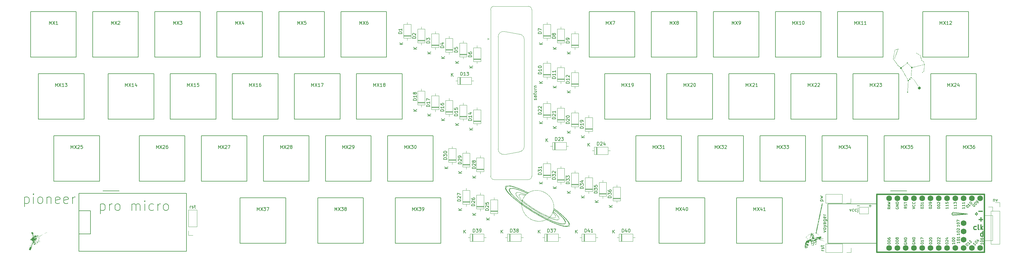
<source format=gbr>
%TF.GenerationSoftware,KiCad,Pcbnew,7.0.7*%
%TF.CreationDate,2023-09-01T02:06:52-04:00*%
%TF.ProjectId,rowStaggeredSplit,726f7753-7461-4676-9765-72656453706c,rev?*%
%TF.SameCoordinates,Original*%
%TF.FileFunction,Legend,Top*%
%TF.FilePolarity,Positive*%
%FSLAX46Y46*%
G04 Gerber Fmt 4.6, Leading zero omitted, Abs format (unit mm)*
G04 Created by KiCad (PCBNEW 7.0.7) date 2023-09-01 02:06:52*
%MOMM*%
%LPD*%
G01*
G04 APERTURE LIST*
%ADD10C,0.150000*%
%ADD11C,0.300000*%
%ADD12C,0.120000*%
%ADD13C,0.381000*%
%ADD14C,1.752600*%
G04 APERTURE END LIST*
D10*
X69500000Y-244300000D02*
X74500000Y-244300000D01*
X311200000Y-244300000D02*
X316200000Y-244300000D01*
X306970000Y-260310000D02*
X292000000Y-260310000D01*
X292005000Y-248220000D02*
X292000000Y-260310000D01*
X306935000Y-248220000D02*
X292005000Y-248220000D01*
D11*
X339395489Y-250520600D02*
X338252632Y-250520600D01*
D10*
X45444171Y-246125057D02*
X45444171Y-249125057D01*
X45444171Y-246267914D02*
X45729886Y-246125057D01*
X45729886Y-246125057D02*
X46301314Y-246125057D01*
X46301314Y-246125057D02*
X46587028Y-246267914D01*
X46587028Y-246267914D02*
X46729886Y-246410771D01*
X46729886Y-246410771D02*
X46872743Y-246696485D01*
X46872743Y-246696485D02*
X46872743Y-247553628D01*
X46872743Y-247553628D02*
X46729886Y-247839342D01*
X46729886Y-247839342D02*
X46587028Y-247982200D01*
X46587028Y-247982200D02*
X46301314Y-248125057D01*
X46301314Y-248125057D02*
X45729886Y-248125057D01*
X45729886Y-248125057D02*
X45444171Y-247982200D01*
X48158457Y-248125057D02*
X48158457Y-246125057D01*
X48158457Y-245125057D02*
X48015600Y-245267914D01*
X48015600Y-245267914D02*
X48158457Y-245410771D01*
X48158457Y-245410771D02*
X48301314Y-245267914D01*
X48301314Y-245267914D02*
X48158457Y-245125057D01*
X48158457Y-245125057D02*
X48158457Y-245410771D01*
X50015600Y-248125057D02*
X49729885Y-247982200D01*
X49729885Y-247982200D02*
X49587028Y-247839342D01*
X49587028Y-247839342D02*
X49444171Y-247553628D01*
X49444171Y-247553628D02*
X49444171Y-246696485D01*
X49444171Y-246696485D02*
X49587028Y-246410771D01*
X49587028Y-246410771D02*
X49729885Y-246267914D01*
X49729885Y-246267914D02*
X50015600Y-246125057D01*
X50015600Y-246125057D02*
X50444171Y-246125057D01*
X50444171Y-246125057D02*
X50729885Y-246267914D01*
X50729885Y-246267914D02*
X50872743Y-246410771D01*
X50872743Y-246410771D02*
X51015600Y-246696485D01*
X51015600Y-246696485D02*
X51015600Y-247553628D01*
X51015600Y-247553628D02*
X50872743Y-247839342D01*
X50872743Y-247839342D02*
X50729885Y-247982200D01*
X50729885Y-247982200D02*
X50444171Y-248125057D01*
X50444171Y-248125057D02*
X50015600Y-248125057D01*
X52301314Y-246125057D02*
X52301314Y-248125057D01*
X52301314Y-246410771D02*
X52444171Y-246267914D01*
X52444171Y-246267914D02*
X52729886Y-246125057D01*
X52729886Y-246125057D02*
X53158457Y-246125057D01*
X53158457Y-246125057D02*
X53444171Y-246267914D01*
X53444171Y-246267914D02*
X53587029Y-246553628D01*
X53587029Y-246553628D02*
X53587029Y-248125057D01*
X56158457Y-247982200D02*
X55872743Y-248125057D01*
X55872743Y-248125057D02*
X55301315Y-248125057D01*
X55301315Y-248125057D02*
X55015600Y-247982200D01*
X55015600Y-247982200D02*
X54872743Y-247696485D01*
X54872743Y-247696485D02*
X54872743Y-246553628D01*
X54872743Y-246553628D02*
X55015600Y-246267914D01*
X55015600Y-246267914D02*
X55301315Y-246125057D01*
X55301315Y-246125057D02*
X55872743Y-246125057D01*
X55872743Y-246125057D02*
X56158457Y-246267914D01*
X56158457Y-246267914D02*
X56301315Y-246553628D01*
X56301315Y-246553628D02*
X56301315Y-246839342D01*
X56301315Y-246839342D02*
X54872743Y-247125057D01*
X58729886Y-247982200D02*
X58444172Y-248125057D01*
X58444172Y-248125057D02*
X57872744Y-248125057D01*
X57872744Y-248125057D02*
X57587029Y-247982200D01*
X57587029Y-247982200D02*
X57444172Y-247696485D01*
X57444172Y-247696485D02*
X57444172Y-246553628D01*
X57444172Y-246553628D02*
X57587029Y-246267914D01*
X57587029Y-246267914D02*
X57872744Y-246125057D01*
X57872744Y-246125057D02*
X58444172Y-246125057D01*
X58444172Y-246125057D02*
X58729886Y-246267914D01*
X58729886Y-246267914D02*
X58872744Y-246553628D01*
X58872744Y-246553628D02*
X58872744Y-246839342D01*
X58872744Y-246839342D02*
X57444172Y-247125057D01*
X60158458Y-248125057D02*
X60158458Y-246125057D01*
X60158458Y-246696485D02*
X60301315Y-246410771D01*
X60301315Y-246410771D02*
X60444173Y-246267914D01*
X60444173Y-246267914D02*
X60729887Y-246125057D01*
X60729887Y-246125057D02*
X61015601Y-246125057D01*
D11*
X339547368Y-258200828D02*
X339547368Y-256700828D01*
X339547368Y-258129400D02*
X339404510Y-258200828D01*
X339404510Y-258200828D02*
X339118796Y-258200828D01*
X339118796Y-258200828D02*
X338975939Y-258129400D01*
X338975939Y-258129400D02*
X338904510Y-258057971D01*
X338904510Y-258057971D02*
X338833082Y-257915114D01*
X338833082Y-257915114D02*
X338833082Y-257486542D01*
X338833082Y-257486542D02*
X338904510Y-257343685D01*
X338904510Y-257343685D02*
X338975939Y-257272257D01*
X338975939Y-257272257D02*
X339118796Y-257200828D01*
X339118796Y-257200828D02*
X339404510Y-257200828D01*
X339404510Y-257200828D02*
X339547368Y-257272257D01*
D10*
X332392295Y-257313333D02*
X332392295Y-257770476D01*
X332392295Y-257541904D02*
X331592295Y-257541904D01*
X331592295Y-257541904D02*
X331706580Y-257618095D01*
X331706580Y-257618095D02*
X331782771Y-257694285D01*
X331782771Y-257694285D02*
X331820866Y-257770476D01*
X331592295Y-256818094D02*
X331592295Y-256741904D01*
X331592295Y-256741904D02*
X331630390Y-256665713D01*
X331630390Y-256665713D02*
X331668485Y-256627618D01*
X331668485Y-256627618D02*
X331744676Y-256589523D01*
X331744676Y-256589523D02*
X331897057Y-256551428D01*
X331897057Y-256551428D02*
X332087533Y-256551428D01*
X332087533Y-256551428D02*
X332239914Y-256589523D01*
X332239914Y-256589523D02*
X332316104Y-256627618D01*
X332316104Y-256627618D02*
X332354200Y-256665713D01*
X332354200Y-256665713D02*
X332392295Y-256741904D01*
X332392295Y-256741904D02*
X332392295Y-256818094D01*
X332392295Y-256818094D02*
X332354200Y-256894285D01*
X332354200Y-256894285D02*
X332316104Y-256932380D01*
X332316104Y-256932380D02*
X332239914Y-256970475D01*
X332239914Y-256970475D02*
X332087533Y-257008571D01*
X332087533Y-257008571D02*
X331897057Y-257008571D01*
X331897057Y-257008571D02*
X331744676Y-256970475D01*
X331744676Y-256970475D02*
X331668485Y-256932380D01*
X331668485Y-256932380D02*
X331630390Y-256894285D01*
X331630390Y-256894285D02*
X331592295Y-256818094D01*
X331668485Y-256246666D02*
X331630390Y-256208570D01*
X331630390Y-256208570D02*
X331592295Y-256132380D01*
X331592295Y-256132380D02*
X331592295Y-255941904D01*
X331592295Y-255941904D02*
X331630390Y-255865713D01*
X331630390Y-255865713D02*
X331668485Y-255827618D01*
X331668485Y-255827618D02*
X331744676Y-255789523D01*
X331744676Y-255789523D02*
X331820866Y-255789523D01*
X331820866Y-255789523D02*
X331935152Y-255827618D01*
X331935152Y-255827618D02*
X332392295Y-256284761D01*
X332392295Y-256284761D02*
X332392295Y-255789523D01*
X339617295Y-260233333D02*
X339617295Y-260690476D01*
X339617295Y-260461904D02*
X338817295Y-260461904D01*
X338817295Y-260461904D02*
X338931580Y-260538095D01*
X338931580Y-260538095D02*
X339007771Y-260614285D01*
X339007771Y-260614285D02*
X339045866Y-260690476D01*
X338817295Y-259738094D02*
X338817295Y-259661904D01*
X338817295Y-259661904D02*
X338855390Y-259585713D01*
X338855390Y-259585713D02*
X338893485Y-259547618D01*
X338893485Y-259547618D02*
X338969676Y-259509523D01*
X338969676Y-259509523D02*
X339122057Y-259471428D01*
X339122057Y-259471428D02*
X339312533Y-259471428D01*
X339312533Y-259471428D02*
X339464914Y-259509523D01*
X339464914Y-259509523D02*
X339541104Y-259547618D01*
X339541104Y-259547618D02*
X339579200Y-259585713D01*
X339579200Y-259585713D02*
X339617295Y-259661904D01*
X339617295Y-259661904D02*
X339617295Y-259738094D01*
X339617295Y-259738094D02*
X339579200Y-259814285D01*
X339579200Y-259814285D02*
X339541104Y-259852380D01*
X339541104Y-259852380D02*
X339464914Y-259890475D01*
X339464914Y-259890475D02*
X339312533Y-259928571D01*
X339312533Y-259928571D02*
X339122057Y-259928571D01*
X339122057Y-259928571D02*
X338969676Y-259890475D01*
X338969676Y-259890475D02*
X338893485Y-259852380D01*
X338893485Y-259852380D02*
X338855390Y-259814285D01*
X338855390Y-259814285D02*
X338817295Y-259738094D01*
X338817295Y-258785713D02*
X338817295Y-258938094D01*
X338817295Y-258938094D02*
X338855390Y-259014285D01*
X338855390Y-259014285D02*
X338893485Y-259052380D01*
X338893485Y-259052380D02*
X339007771Y-259128570D01*
X339007771Y-259128570D02*
X339160152Y-259166666D01*
X339160152Y-259166666D02*
X339464914Y-259166666D01*
X339464914Y-259166666D02*
X339541104Y-259128570D01*
X339541104Y-259128570D02*
X339579200Y-259090475D01*
X339579200Y-259090475D02*
X339617295Y-259014285D01*
X339617295Y-259014285D02*
X339617295Y-258861904D01*
X339617295Y-258861904D02*
X339579200Y-258785713D01*
X339579200Y-258785713D02*
X339541104Y-258747618D01*
X339541104Y-258747618D02*
X339464914Y-258709523D01*
X339464914Y-258709523D02*
X339274438Y-258709523D01*
X339274438Y-258709523D02*
X339198247Y-258747618D01*
X339198247Y-258747618D02*
X339160152Y-258785713D01*
X339160152Y-258785713D02*
X339122057Y-258861904D01*
X339122057Y-258861904D02*
X339122057Y-259014285D01*
X339122057Y-259014285D02*
X339160152Y-259090475D01*
X339160152Y-259090475D02*
X339198247Y-259128570D01*
X339198247Y-259128570D02*
X339274438Y-259166666D01*
D11*
X338354510Y-253029400D02*
X339497368Y-253029400D01*
X338925939Y-253600828D02*
X338925939Y-252457971D01*
D10*
X68742856Y-248280057D02*
X68742856Y-251280057D01*
X68742856Y-248422914D02*
X69028571Y-248280057D01*
X69028571Y-248280057D02*
X69599999Y-248280057D01*
X69599999Y-248280057D02*
X69885713Y-248422914D01*
X69885713Y-248422914D02*
X70028571Y-248565771D01*
X70028571Y-248565771D02*
X70171428Y-248851485D01*
X70171428Y-248851485D02*
X70171428Y-249708628D01*
X70171428Y-249708628D02*
X70028571Y-249994342D01*
X70028571Y-249994342D02*
X69885713Y-250137200D01*
X69885713Y-250137200D02*
X69599999Y-250280057D01*
X69599999Y-250280057D02*
X69028571Y-250280057D01*
X69028571Y-250280057D02*
X68742856Y-250137200D01*
X71457142Y-250280057D02*
X71457142Y-248280057D01*
X71457142Y-248851485D02*
X71599999Y-248565771D01*
X71599999Y-248565771D02*
X71742857Y-248422914D01*
X71742857Y-248422914D02*
X72028571Y-248280057D01*
X72028571Y-248280057D02*
X72314285Y-248280057D01*
X73742857Y-250280057D02*
X73457142Y-250137200D01*
X73457142Y-250137200D02*
X73314285Y-249994342D01*
X73314285Y-249994342D02*
X73171428Y-249708628D01*
X73171428Y-249708628D02*
X73171428Y-248851485D01*
X73171428Y-248851485D02*
X73314285Y-248565771D01*
X73314285Y-248565771D02*
X73457142Y-248422914D01*
X73457142Y-248422914D02*
X73742857Y-248280057D01*
X73742857Y-248280057D02*
X74171428Y-248280057D01*
X74171428Y-248280057D02*
X74457142Y-248422914D01*
X74457142Y-248422914D02*
X74600000Y-248565771D01*
X74600000Y-248565771D02*
X74742857Y-248851485D01*
X74742857Y-248851485D02*
X74742857Y-249708628D01*
X74742857Y-249708628D02*
X74600000Y-249994342D01*
X74600000Y-249994342D02*
X74457142Y-250137200D01*
X74457142Y-250137200D02*
X74171428Y-250280057D01*
X74171428Y-250280057D02*
X73742857Y-250280057D01*
X78314285Y-250280057D02*
X78314285Y-248280057D01*
X78314285Y-248565771D02*
X78457142Y-248422914D01*
X78457142Y-248422914D02*
X78742857Y-248280057D01*
X78742857Y-248280057D02*
X79171428Y-248280057D01*
X79171428Y-248280057D02*
X79457142Y-248422914D01*
X79457142Y-248422914D02*
X79600000Y-248708628D01*
X79600000Y-248708628D02*
X79600000Y-250280057D01*
X79600000Y-248708628D02*
X79742857Y-248422914D01*
X79742857Y-248422914D02*
X80028571Y-248280057D01*
X80028571Y-248280057D02*
X80457142Y-248280057D01*
X80457142Y-248280057D02*
X80742857Y-248422914D01*
X80742857Y-248422914D02*
X80885714Y-248708628D01*
X80885714Y-248708628D02*
X80885714Y-250280057D01*
X82314285Y-250280057D02*
X82314285Y-248280057D01*
X82314285Y-247280057D02*
X82171428Y-247422914D01*
X82171428Y-247422914D02*
X82314285Y-247565771D01*
X82314285Y-247565771D02*
X82457142Y-247422914D01*
X82457142Y-247422914D02*
X82314285Y-247280057D01*
X82314285Y-247280057D02*
X82314285Y-247565771D01*
X85028571Y-250137200D02*
X84742856Y-250280057D01*
X84742856Y-250280057D02*
X84171428Y-250280057D01*
X84171428Y-250280057D02*
X83885713Y-250137200D01*
X83885713Y-250137200D02*
X83742856Y-249994342D01*
X83742856Y-249994342D02*
X83599999Y-249708628D01*
X83599999Y-249708628D02*
X83599999Y-248851485D01*
X83599999Y-248851485D02*
X83742856Y-248565771D01*
X83742856Y-248565771D02*
X83885713Y-248422914D01*
X83885713Y-248422914D02*
X84171428Y-248280057D01*
X84171428Y-248280057D02*
X84742856Y-248280057D01*
X84742856Y-248280057D02*
X85028571Y-248422914D01*
X86314285Y-250280057D02*
X86314285Y-248280057D01*
X86314285Y-248851485D02*
X86457142Y-248565771D01*
X86457142Y-248565771D02*
X86600000Y-248422914D01*
X86600000Y-248422914D02*
X86885714Y-248280057D01*
X86885714Y-248280057D02*
X87171428Y-248280057D01*
X88600000Y-250280057D02*
X88314285Y-250137200D01*
X88314285Y-250137200D02*
X88171428Y-249994342D01*
X88171428Y-249994342D02*
X88028571Y-249708628D01*
X88028571Y-249708628D02*
X88028571Y-248851485D01*
X88028571Y-248851485D02*
X88171428Y-248565771D01*
X88171428Y-248565771D02*
X88314285Y-248422914D01*
X88314285Y-248422914D02*
X88600000Y-248280057D01*
X88600000Y-248280057D02*
X89028571Y-248280057D01*
X89028571Y-248280057D02*
X89314285Y-248422914D01*
X89314285Y-248422914D02*
X89457143Y-248565771D01*
X89457143Y-248565771D02*
X89600000Y-248851485D01*
X89600000Y-248851485D02*
X89600000Y-249708628D01*
X89600000Y-249708628D02*
X89457143Y-249994342D01*
X89457143Y-249994342D02*
X89314285Y-250137200D01*
X89314285Y-250137200D02*
X89028571Y-250280057D01*
X89028571Y-250280057D02*
X88600000Y-250280057D01*
X332372295Y-254743333D02*
X332372295Y-255200476D01*
X332372295Y-254971904D02*
X331572295Y-254971904D01*
X331572295Y-254971904D02*
X331686580Y-255048095D01*
X331686580Y-255048095D02*
X331762771Y-255124285D01*
X331762771Y-255124285D02*
X331800866Y-255200476D01*
X331572295Y-254248094D02*
X331572295Y-254171904D01*
X331572295Y-254171904D02*
X331610390Y-254095713D01*
X331610390Y-254095713D02*
X331648485Y-254057618D01*
X331648485Y-254057618D02*
X331724676Y-254019523D01*
X331724676Y-254019523D02*
X331877057Y-253981428D01*
X331877057Y-253981428D02*
X332067533Y-253981428D01*
X332067533Y-253981428D02*
X332219914Y-254019523D01*
X332219914Y-254019523D02*
X332296104Y-254057618D01*
X332296104Y-254057618D02*
X332334200Y-254095713D01*
X332334200Y-254095713D02*
X332372295Y-254171904D01*
X332372295Y-254171904D02*
X332372295Y-254248094D01*
X332372295Y-254248094D02*
X332334200Y-254324285D01*
X332334200Y-254324285D02*
X332296104Y-254362380D01*
X332296104Y-254362380D02*
X332219914Y-254400475D01*
X332219914Y-254400475D02*
X332067533Y-254438571D01*
X332067533Y-254438571D02*
X331877057Y-254438571D01*
X331877057Y-254438571D02*
X331724676Y-254400475D01*
X331724676Y-254400475D02*
X331648485Y-254362380D01*
X331648485Y-254362380D02*
X331610390Y-254324285D01*
X331610390Y-254324285D02*
X331572295Y-254248094D01*
X331572295Y-253714761D02*
X331572295Y-253181427D01*
X331572295Y-253181427D02*
X332372295Y-253524285D01*
X336424810Y-248466181D02*
X336478685Y-248412306D01*
X336478685Y-248412306D02*
X336559497Y-248385369D01*
X336559497Y-248385369D02*
X336613372Y-248385369D01*
X336613372Y-248385369D02*
X336694184Y-248412306D01*
X336694184Y-248412306D02*
X336828871Y-248493118D01*
X336828871Y-248493118D02*
X336963558Y-248627805D01*
X336963558Y-248627805D02*
X337044370Y-248762492D01*
X337044370Y-248762492D02*
X337071308Y-248843304D01*
X337071308Y-248843304D02*
X337071308Y-248897179D01*
X337071308Y-248897179D02*
X337044370Y-248977991D01*
X337044370Y-248977991D02*
X336990496Y-249031866D01*
X336990496Y-249031866D02*
X336909683Y-249058804D01*
X336909683Y-249058804D02*
X336855809Y-249058804D01*
X336855809Y-249058804D02*
X336774996Y-249031866D01*
X336774996Y-249031866D02*
X336640309Y-248951054D01*
X336640309Y-248951054D02*
X336505622Y-248816367D01*
X336505622Y-248816367D02*
X336424810Y-248681680D01*
X336424810Y-248681680D02*
X336397873Y-248600868D01*
X336397873Y-248600868D02*
X336397873Y-248546993D01*
X336397873Y-248546993D02*
X336424810Y-248466181D01*
X336963558Y-247927433D02*
X337017433Y-247873558D01*
X337017433Y-247873558D02*
X337098245Y-247846620D01*
X337098245Y-247846620D02*
X337152120Y-247846620D01*
X337152120Y-247846620D02*
X337232932Y-247873558D01*
X337232932Y-247873558D02*
X337367619Y-247954370D01*
X337367619Y-247954370D02*
X337502306Y-248089057D01*
X337502306Y-248089057D02*
X337583119Y-248223744D01*
X337583119Y-248223744D02*
X337610056Y-248304556D01*
X337610056Y-248304556D02*
X337610056Y-248358431D01*
X337610056Y-248358431D02*
X337583119Y-248439243D01*
X337583119Y-248439243D02*
X337529244Y-248493118D01*
X337529244Y-248493118D02*
X337448432Y-248520055D01*
X337448432Y-248520055D02*
X337394557Y-248520055D01*
X337394557Y-248520055D02*
X337313745Y-248493118D01*
X337313745Y-248493118D02*
X337179058Y-248412306D01*
X337179058Y-248412306D02*
X337044371Y-248277619D01*
X337044371Y-248277619D02*
X336963558Y-248142932D01*
X336963558Y-248142932D02*
X336936621Y-248062120D01*
X336936621Y-248062120D02*
X336936621Y-248008245D01*
X336936621Y-248008245D02*
X336963558Y-247927433D01*
X337987180Y-248035182D02*
X338094929Y-247927432D01*
X338094929Y-247927432D02*
X338121867Y-247846620D01*
X338121867Y-247846620D02*
X338121867Y-247792745D01*
X338121867Y-247792745D02*
X338094929Y-247658058D01*
X338094929Y-247658058D02*
X338014117Y-247523371D01*
X338014117Y-247523371D02*
X337798618Y-247307872D01*
X337798618Y-247307872D02*
X337717806Y-247280935D01*
X337717806Y-247280935D02*
X337663931Y-247280935D01*
X337663931Y-247280935D02*
X337583119Y-247307872D01*
X337583119Y-247307872D02*
X337475369Y-247415622D01*
X337475369Y-247415622D02*
X337448432Y-247496434D01*
X337448432Y-247496434D02*
X337448432Y-247550309D01*
X337448432Y-247550309D02*
X337475369Y-247631121D01*
X337475369Y-247631121D02*
X337610056Y-247765808D01*
X337610056Y-247765808D02*
X337690868Y-247792745D01*
X337690868Y-247792745D02*
X337744743Y-247792745D01*
X337744743Y-247792745D02*
X337825555Y-247765808D01*
X337825555Y-247765808D02*
X337933305Y-247658058D01*
X337933305Y-247658058D02*
X337960242Y-247577246D01*
X337960242Y-247577246D02*
X337960242Y-247523371D01*
X337960242Y-247523371D02*
X337933305Y-247442559D01*
X334344810Y-260536181D02*
X334398685Y-260482306D01*
X334398685Y-260482306D02*
X334479497Y-260455369D01*
X334479497Y-260455369D02*
X334533372Y-260455369D01*
X334533372Y-260455369D02*
X334614184Y-260482306D01*
X334614184Y-260482306D02*
X334748871Y-260563118D01*
X334748871Y-260563118D02*
X334883558Y-260697805D01*
X334883558Y-260697805D02*
X334964370Y-260832492D01*
X334964370Y-260832492D02*
X334991308Y-260913304D01*
X334991308Y-260913304D02*
X334991308Y-260967179D01*
X334991308Y-260967179D02*
X334964370Y-261047991D01*
X334964370Y-261047991D02*
X334910496Y-261101866D01*
X334910496Y-261101866D02*
X334829683Y-261128804D01*
X334829683Y-261128804D02*
X334775809Y-261128804D01*
X334775809Y-261128804D02*
X334694996Y-261101866D01*
X334694996Y-261101866D02*
X334560309Y-261021054D01*
X334560309Y-261021054D02*
X334425622Y-260886367D01*
X334425622Y-260886367D02*
X334344810Y-260751680D01*
X334344810Y-260751680D02*
X334317873Y-260670868D01*
X334317873Y-260670868D02*
X334317873Y-260616993D01*
X334317873Y-260616993D02*
X334344810Y-260536181D01*
X335637806Y-260374556D02*
X335314557Y-260697805D01*
X335476181Y-260536181D02*
X334910496Y-259970495D01*
X334910496Y-259970495D02*
X334937433Y-260105182D01*
X334937433Y-260105182D02*
X334937433Y-260212932D01*
X334937433Y-260212932D02*
X334910496Y-260293744D01*
X336176554Y-259835808D02*
X335853305Y-260159057D01*
X336014929Y-259997432D02*
X335449244Y-259431747D01*
X335449244Y-259431747D02*
X335476181Y-259566434D01*
X335476181Y-259566434D02*
X335476181Y-259674184D01*
X335476181Y-259674184D02*
X335449244Y-259754996D01*
X332422295Y-259843333D02*
X332422295Y-260300476D01*
X332422295Y-260071904D02*
X331622295Y-260071904D01*
X331622295Y-260071904D02*
X331736580Y-260148095D01*
X331736580Y-260148095D02*
X331812771Y-260224285D01*
X331812771Y-260224285D02*
X331850866Y-260300476D01*
X331622295Y-259348094D02*
X331622295Y-259271904D01*
X331622295Y-259271904D02*
X331660390Y-259195713D01*
X331660390Y-259195713D02*
X331698485Y-259157618D01*
X331698485Y-259157618D02*
X331774676Y-259119523D01*
X331774676Y-259119523D02*
X331927057Y-259081428D01*
X331927057Y-259081428D02*
X332117533Y-259081428D01*
X332117533Y-259081428D02*
X332269914Y-259119523D01*
X332269914Y-259119523D02*
X332346104Y-259157618D01*
X332346104Y-259157618D02*
X332384200Y-259195713D01*
X332384200Y-259195713D02*
X332422295Y-259271904D01*
X332422295Y-259271904D02*
X332422295Y-259348094D01*
X332422295Y-259348094D02*
X332384200Y-259424285D01*
X332384200Y-259424285D02*
X332346104Y-259462380D01*
X332346104Y-259462380D02*
X332269914Y-259500475D01*
X332269914Y-259500475D02*
X332117533Y-259538571D01*
X332117533Y-259538571D02*
X331927057Y-259538571D01*
X331927057Y-259538571D02*
X331774676Y-259500475D01*
X331774676Y-259500475D02*
X331698485Y-259462380D01*
X331698485Y-259462380D02*
X331660390Y-259424285D01*
X331660390Y-259424285D02*
X331622295Y-259348094D01*
X332422295Y-258319523D02*
X332422295Y-258776666D01*
X332422295Y-258548094D02*
X331622295Y-258548094D01*
X331622295Y-258548094D02*
X331736580Y-258624285D01*
X331736580Y-258624285D02*
X331812771Y-258700475D01*
X331812771Y-258700475D02*
X331850866Y-258776666D01*
D11*
X337497368Y-256079400D02*
X337354510Y-256150828D01*
X337354510Y-256150828D02*
X337068796Y-256150828D01*
X337068796Y-256150828D02*
X336925939Y-256079400D01*
X336925939Y-256079400D02*
X336854510Y-256007971D01*
X336854510Y-256007971D02*
X336783082Y-255865114D01*
X336783082Y-255865114D02*
X336783082Y-255436542D01*
X336783082Y-255436542D02*
X336854510Y-255293685D01*
X336854510Y-255293685D02*
X336925939Y-255222257D01*
X336925939Y-255222257D02*
X337068796Y-255150828D01*
X337068796Y-255150828D02*
X337354510Y-255150828D01*
X337354510Y-255150828D02*
X337497368Y-255222257D01*
X338354510Y-256150828D02*
X338211653Y-256079400D01*
X338211653Y-256079400D02*
X338140224Y-255936542D01*
X338140224Y-255936542D02*
X338140224Y-254650828D01*
X338925938Y-256150828D02*
X338925938Y-254650828D01*
X339068796Y-255579400D02*
X339497367Y-256150828D01*
X339497367Y-255150828D02*
X338925938Y-255722257D01*
D10*
X337221247Y-251359999D02*
X337602200Y-250883809D01*
X337602200Y-250883809D02*
X337983152Y-251359999D01*
X337983152Y-251359999D02*
X337602200Y-251836190D01*
X337602200Y-251836190D02*
X337221247Y-251359999D01*
X337221247Y-251359999D02*
X337983152Y-251359999D01*
X334935533Y-251359999D02*
X330364104Y-251836190D01*
X330364104Y-251836190D02*
X329983152Y-251359999D01*
X329983152Y-251359999D02*
X330364104Y-250883809D01*
X330364104Y-250883809D02*
X334935533Y-251359999D01*
X334935533Y-251359999D02*
X329983152Y-251359999D01*
X148256786Y-193169819D02*
X148256786Y-192169819D01*
X148256786Y-192169819D02*
X148590119Y-192884104D01*
X148590119Y-192884104D02*
X148923452Y-192169819D01*
X148923452Y-192169819D02*
X148923452Y-193169819D01*
X149304405Y-192169819D02*
X149971071Y-193169819D01*
X149971071Y-192169819D02*
X149304405Y-193169819D01*
X150780595Y-192169819D02*
X150590119Y-192169819D01*
X150590119Y-192169819D02*
X150494881Y-192217438D01*
X150494881Y-192217438D02*
X150447262Y-192265057D01*
X150447262Y-192265057D02*
X150352024Y-192407914D01*
X150352024Y-192407914D02*
X150304405Y-192598390D01*
X150304405Y-192598390D02*
X150304405Y-192979342D01*
X150304405Y-192979342D02*
X150352024Y-193074580D01*
X150352024Y-193074580D02*
X150399643Y-193122200D01*
X150399643Y-193122200D02*
X150494881Y-193169819D01*
X150494881Y-193169819D02*
X150685357Y-193169819D01*
X150685357Y-193169819D02*
X150780595Y-193122200D01*
X150780595Y-193122200D02*
X150828214Y-193074580D01*
X150828214Y-193074580D02*
X150875833Y-192979342D01*
X150875833Y-192979342D02*
X150875833Y-192741247D01*
X150875833Y-192741247D02*
X150828214Y-192646009D01*
X150828214Y-192646009D02*
X150780595Y-192598390D01*
X150780595Y-192598390D02*
X150685357Y-192550771D01*
X150685357Y-192550771D02*
X150494881Y-192550771D01*
X150494881Y-192550771D02*
X150399643Y-192598390D01*
X150399643Y-192598390D02*
X150352024Y-192646009D01*
X150352024Y-192646009D02*
X150304405Y-192741247D01*
X328755595Y-212219819D02*
X328755595Y-211219819D01*
X328755595Y-211219819D02*
X329088928Y-211934104D01*
X329088928Y-211934104D02*
X329422261Y-211219819D01*
X329422261Y-211219819D02*
X329422261Y-212219819D01*
X329803214Y-211219819D02*
X330469880Y-212219819D01*
X330469880Y-211219819D02*
X329803214Y-212219819D01*
X330803214Y-211315057D02*
X330850833Y-211267438D01*
X330850833Y-211267438D02*
X330946071Y-211219819D01*
X330946071Y-211219819D02*
X331184166Y-211219819D01*
X331184166Y-211219819D02*
X331279404Y-211267438D01*
X331279404Y-211267438D02*
X331327023Y-211315057D01*
X331327023Y-211315057D02*
X331374642Y-211410295D01*
X331374642Y-211410295D02*
X331374642Y-211505533D01*
X331374642Y-211505533D02*
X331327023Y-211648390D01*
X331327023Y-211648390D02*
X330755595Y-212219819D01*
X330755595Y-212219819D02*
X331374642Y-212219819D01*
X332231785Y-211553152D02*
X332231785Y-212219819D01*
X331993690Y-211172200D02*
X331755595Y-211886485D01*
X331755595Y-211886485D02*
X332374642Y-211886485D01*
X164449345Y-250319819D02*
X164449345Y-249319819D01*
X164449345Y-249319819D02*
X164782678Y-250034104D01*
X164782678Y-250034104D02*
X165116011Y-249319819D01*
X165116011Y-249319819D02*
X165116011Y-250319819D01*
X165496964Y-249319819D02*
X166163630Y-250319819D01*
X166163630Y-249319819D02*
X165496964Y-250319819D01*
X166449345Y-249319819D02*
X167068392Y-249319819D01*
X167068392Y-249319819D02*
X166735059Y-249700771D01*
X166735059Y-249700771D02*
X166877916Y-249700771D01*
X166877916Y-249700771D02*
X166973154Y-249748390D01*
X166973154Y-249748390D02*
X167020773Y-249796009D01*
X167020773Y-249796009D02*
X167068392Y-249891247D01*
X167068392Y-249891247D02*
X167068392Y-250129342D01*
X167068392Y-250129342D02*
X167020773Y-250224580D01*
X167020773Y-250224580D02*
X166973154Y-250272200D01*
X166973154Y-250272200D02*
X166877916Y-250319819D01*
X166877916Y-250319819D02*
X166592202Y-250319819D01*
X166592202Y-250319819D02*
X166496964Y-250272200D01*
X166496964Y-250272200D02*
X166449345Y-250224580D01*
X167544583Y-250319819D02*
X167735059Y-250319819D01*
X167735059Y-250319819D02*
X167830297Y-250272200D01*
X167830297Y-250272200D02*
X167877916Y-250224580D01*
X167877916Y-250224580D02*
X167973154Y-250081723D01*
X167973154Y-250081723D02*
X168020773Y-249891247D01*
X168020773Y-249891247D02*
X168020773Y-249510295D01*
X168020773Y-249510295D02*
X167973154Y-249415057D01*
X167973154Y-249415057D02*
X167925535Y-249367438D01*
X167925535Y-249367438D02*
X167830297Y-249319819D01*
X167830297Y-249319819D02*
X167639821Y-249319819D01*
X167639821Y-249319819D02*
X167544583Y-249367438D01*
X167544583Y-249367438D02*
X167496964Y-249415057D01*
X167496964Y-249415057D02*
X167449345Y-249510295D01*
X167449345Y-249510295D02*
X167449345Y-249748390D01*
X167449345Y-249748390D02*
X167496964Y-249843628D01*
X167496964Y-249843628D02*
X167544583Y-249891247D01*
X167544583Y-249891247D02*
X167639821Y-249938866D01*
X167639821Y-249938866D02*
X167830297Y-249938866D01*
X167830297Y-249938866D02*
X167925535Y-249891247D01*
X167925535Y-249891247D02*
X167973154Y-249843628D01*
X167973154Y-249843628D02*
X168020773Y-249748390D01*
X245411845Y-250319819D02*
X245411845Y-249319819D01*
X245411845Y-249319819D02*
X245745178Y-250034104D01*
X245745178Y-250034104D02*
X246078511Y-249319819D01*
X246078511Y-249319819D02*
X246078511Y-250319819D01*
X246459464Y-249319819D02*
X247126130Y-250319819D01*
X247126130Y-249319819D02*
X246459464Y-250319819D01*
X247935654Y-249653152D02*
X247935654Y-250319819D01*
X247697559Y-249272200D02*
X247459464Y-249986485D01*
X247459464Y-249986485D02*
X248078511Y-249986485D01*
X248649940Y-249319819D02*
X248745178Y-249319819D01*
X248745178Y-249319819D02*
X248840416Y-249367438D01*
X248840416Y-249367438D02*
X248888035Y-249415057D01*
X248888035Y-249415057D02*
X248935654Y-249510295D01*
X248935654Y-249510295D02*
X248983273Y-249700771D01*
X248983273Y-249700771D02*
X248983273Y-249938866D01*
X248983273Y-249938866D02*
X248935654Y-250129342D01*
X248935654Y-250129342D02*
X248888035Y-250224580D01*
X248888035Y-250224580D02*
X248840416Y-250272200D01*
X248840416Y-250272200D02*
X248745178Y-250319819D01*
X248745178Y-250319819D02*
X248649940Y-250319819D01*
X248649940Y-250319819D02*
X248554702Y-250272200D01*
X248554702Y-250272200D02*
X248507083Y-250224580D01*
X248507083Y-250224580D02*
X248459464Y-250129342D01*
X248459464Y-250129342D02*
X248411845Y-249938866D01*
X248411845Y-249938866D02*
X248411845Y-249700771D01*
X248411845Y-249700771D02*
X248459464Y-249510295D01*
X248459464Y-249510295D02*
X248507083Y-249415057D01*
X248507083Y-249415057D02*
X248554702Y-249367438D01*
X248554702Y-249367438D02*
X248649940Y-249319819D01*
X76343095Y-212219819D02*
X76343095Y-211219819D01*
X76343095Y-211219819D02*
X76676428Y-211934104D01*
X76676428Y-211934104D02*
X77009761Y-211219819D01*
X77009761Y-211219819D02*
X77009761Y-212219819D01*
X77390714Y-211219819D02*
X78057380Y-212219819D01*
X78057380Y-211219819D02*
X77390714Y-212219819D01*
X78962142Y-212219819D02*
X78390714Y-212219819D01*
X78676428Y-212219819D02*
X78676428Y-211219819D01*
X78676428Y-211219819D02*
X78581190Y-211362676D01*
X78581190Y-211362676D02*
X78485952Y-211457914D01*
X78485952Y-211457914D02*
X78390714Y-211505533D01*
X79819285Y-211553152D02*
X79819285Y-212219819D01*
X79581190Y-211172200D02*
X79343095Y-211886485D01*
X79343095Y-211886485D02*
X79962142Y-211886485D01*
X281130595Y-193169819D02*
X281130595Y-192169819D01*
X281130595Y-192169819D02*
X281463928Y-192884104D01*
X281463928Y-192884104D02*
X281797261Y-192169819D01*
X281797261Y-192169819D02*
X281797261Y-193169819D01*
X282178214Y-192169819D02*
X282844880Y-193169819D01*
X282844880Y-192169819D02*
X282178214Y-193169819D01*
X283749642Y-193169819D02*
X283178214Y-193169819D01*
X283463928Y-193169819D02*
X283463928Y-192169819D01*
X283463928Y-192169819D02*
X283368690Y-192312676D01*
X283368690Y-192312676D02*
X283273452Y-192407914D01*
X283273452Y-192407914D02*
X283178214Y-192455533D01*
X284368690Y-192169819D02*
X284463928Y-192169819D01*
X284463928Y-192169819D02*
X284559166Y-192217438D01*
X284559166Y-192217438D02*
X284606785Y-192265057D01*
X284606785Y-192265057D02*
X284654404Y-192360295D01*
X284654404Y-192360295D02*
X284702023Y-192550771D01*
X284702023Y-192550771D02*
X284702023Y-192788866D01*
X284702023Y-192788866D02*
X284654404Y-192979342D01*
X284654404Y-192979342D02*
X284606785Y-193074580D01*
X284606785Y-193074580D02*
X284559166Y-193122200D01*
X284559166Y-193122200D02*
X284463928Y-193169819D01*
X284463928Y-193169819D02*
X284368690Y-193169819D01*
X284368690Y-193169819D02*
X284273452Y-193122200D01*
X284273452Y-193122200D02*
X284225833Y-193074580D01*
X284225833Y-193074580D02*
X284178214Y-192979342D01*
X284178214Y-192979342D02*
X284130595Y-192788866D01*
X284130595Y-192788866D02*
X284130595Y-192550771D01*
X284130595Y-192550771D02*
X284178214Y-192360295D01*
X284178214Y-192360295D02*
X284225833Y-192265057D01*
X284225833Y-192265057D02*
X284273452Y-192217438D01*
X284273452Y-192217438D02*
X284368690Y-192169819D01*
X223933036Y-193169819D02*
X223933036Y-192169819D01*
X223933036Y-192169819D02*
X224266369Y-192884104D01*
X224266369Y-192884104D02*
X224599702Y-192169819D01*
X224599702Y-192169819D02*
X224599702Y-193169819D01*
X224980655Y-192169819D02*
X225647321Y-193169819D01*
X225647321Y-192169819D02*
X224980655Y-193169819D01*
X225933036Y-192169819D02*
X226599702Y-192169819D01*
X226599702Y-192169819D02*
X226171131Y-193169819D01*
X300180595Y-193169819D02*
X300180595Y-192169819D01*
X300180595Y-192169819D02*
X300513928Y-192884104D01*
X300513928Y-192884104D02*
X300847261Y-192169819D01*
X300847261Y-192169819D02*
X300847261Y-193169819D01*
X301228214Y-192169819D02*
X301894880Y-193169819D01*
X301894880Y-192169819D02*
X301228214Y-193169819D01*
X302799642Y-193169819D02*
X302228214Y-193169819D01*
X302513928Y-193169819D02*
X302513928Y-192169819D01*
X302513928Y-192169819D02*
X302418690Y-192312676D01*
X302418690Y-192312676D02*
X302323452Y-192407914D01*
X302323452Y-192407914D02*
X302228214Y-192455533D01*
X303752023Y-193169819D02*
X303180595Y-193169819D01*
X303466309Y-193169819D02*
X303466309Y-192169819D01*
X303466309Y-192169819D02*
X303371071Y-192312676D01*
X303371071Y-192312676D02*
X303275833Y-192407914D01*
X303275833Y-192407914D02*
X303180595Y-192455533D01*
X114443095Y-212219819D02*
X114443095Y-211219819D01*
X114443095Y-211219819D02*
X114776428Y-211934104D01*
X114776428Y-211934104D02*
X115109761Y-211219819D01*
X115109761Y-211219819D02*
X115109761Y-212219819D01*
X115490714Y-211219819D02*
X116157380Y-212219819D01*
X116157380Y-211219819D02*
X115490714Y-212219819D01*
X117062142Y-212219819D02*
X116490714Y-212219819D01*
X116776428Y-212219819D02*
X116776428Y-211219819D01*
X116776428Y-211219819D02*
X116681190Y-211362676D01*
X116681190Y-211362676D02*
X116585952Y-211457914D01*
X116585952Y-211457914D02*
X116490714Y-211505533D01*
X117919285Y-211219819D02*
X117728809Y-211219819D01*
X117728809Y-211219819D02*
X117633571Y-211267438D01*
X117633571Y-211267438D02*
X117585952Y-211315057D01*
X117585952Y-211315057D02*
X117490714Y-211457914D01*
X117490714Y-211457914D02*
X117443095Y-211648390D01*
X117443095Y-211648390D02*
X117443095Y-212029342D01*
X117443095Y-212029342D02*
X117490714Y-212124580D01*
X117490714Y-212124580D02*
X117538333Y-212172200D01*
X117538333Y-212172200D02*
X117633571Y-212219819D01*
X117633571Y-212219819D02*
X117824047Y-212219819D01*
X117824047Y-212219819D02*
X117919285Y-212172200D01*
X117919285Y-212172200D02*
X117966904Y-212124580D01*
X117966904Y-212124580D02*
X118014523Y-212029342D01*
X118014523Y-212029342D02*
X118014523Y-211791247D01*
X118014523Y-211791247D02*
X117966904Y-211696009D01*
X117966904Y-211696009D02*
X117919285Y-211648390D01*
X117919285Y-211648390D02*
X117824047Y-211600771D01*
X117824047Y-211600771D02*
X117633571Y-211600771D01*
X117633571Y-211600771D02*
X117538333Y-211648390D01*
X117538333Y-211648390D02*
X117490714Y-211696009D01*
X117490714Y-211696009D02*
X117443095Y-211791247D01*
X116824345Y-250319819D02*
X116824345Y-249319819D01*
X116824345Y-249319819D02*
X117157678Y-250034104D01*
X117157678Y-250034104D02*
X117491011Y-249319819D01*
X117491011Y-249319819D02*
X117491011Y-250319819D01*
X117871964Y-249319819D02*
X118538630Y-250319819D01*
X118538630Y-249319819D02*
X117871964Y-250319819D01*
X118824345Y-249319819D02*
X119443392Y-249319819D01*
X119443392Y-249319819D02*
X119110059Y-249700771D01*
X119110059Y-249700771D02*
X119252916Y-249700771D01*
X119252916Y-249700771D02*
X119348154Y-249748390D01*
X119348154Y-249748390D02*
X119395773Y-249796009D01*
X119395773Y-249796009D02*
X119443392Y-249891247D01*
X119443392Y-249891247D02*
X119443392Y-250129342D01*
X119443392Y-250129342D02*
X119395773Y-250224580D01*
X119395773Y-250224580D02*
X119348154Y-250272200D01*
X119348154Y-250272200D02*
X119252916Y-250319819D01*
X119252916Y-250319819D02*
X118967202Y-250319819D01*
X118967202Y-250319819D02*
X118871964Y-250272200D01*
X118871964Y-250272200D02*
X118824345Y-250224580D01*
X119776726Y-249319819D02*
X120443392Y-249319819D01*
X120443392Y-249319819D02*
X120014821Y-250319819D01*
X276368095Y-231269819D02*
X276368095Y-230269819D01*
X276368095Y-230269819D02*
X276701428Y-230984104D01*
X276701428Y-230984104D02*
X277034761Y-230269819D01*
X277034761Y-230269819D02*
X277034761Y-231269819D01*
X277415714Y-230269819D02*
X278082380Y-231269819D01*
X278082380Y-230269819D02*
X277415714Y-231269819D01*
X278368095Y-230269819D02*
X278987142Y-230269819D01*
X278987142Y-230269819D02*
X278653809Y-230650771D01*
X278653809Y-230650771D02*
X278796666Y-230650771D01*
X278796666Y-230650771D02*
X278891904Y-230698390D01*
X278891904Y-230698390D02*
X278939523Y-230746009D01*
X278939523Y-230746009D02*
X278987142Y-230841247D01*
X278987142Y-230841247D02*
X278987142Y-231079342D01*
X278987142Y-231079342D02*
X278939523Y-231174580D01*
X278939523Y-231174580D02*
X278891904Y-231222200D01*
X278891904Y-231222200D02*
X278796666Y-231269819D01*
X278796666Y-231269819D02*
X278510952Y-231269819D01*
X278510952Y-231269819D02*
X278415714Y-231222200D01*
X278415714Y-231222200D02*
X278368095Y-231174580D01*
X279320476Y-230269819D02*
X279939523Y-230269819D01*
X279939523Y-230269819D02*
X279606190Y-230650771D01*
X279606190Y-230650771D02*
X279749047Y-230650771D01*
X279749047Y-230650771D02*
X279844285Y-230698390D01*
X279844285Y-230698390D02*
X279891904Y-230746009D01*
X279891904Y-230746009D02*
X279939523Y-230841247D01*
X279939523Y-230841247D02*
X279939523Y-231079342D01*
X279939523Y-231079342D02*
X279891904Y-231174580D01*
X279891904Y-231174580D02*
X279844285Y-231222200D01*
X279844285Y-231222200D02*
X279749047Y-231269819D01*
X279749047Y-231269819D02*
X279463333Y-231269819D01*
X279463333Y-231269819D02*
X279368095Y-231222200D01*
X279368095Y-231222200D02*
X279320476Y-231174580D01*
X285893095Y-212219819D02*
X285893095Y-211219819D01*
X285893095Y-211219819D02*
X286226428Y-211934104D01*
X286226428Y-211934104D02*
X286559761Y-211219819D01*
X286559761Y-211219819D02*
X286559761Y-212219819D01*
X286940714Y-211219819D02*
X287607380Y-212219819D01*
X287607380Y-211219819D02*
X286940714Y-212219819D01*
X287940714Y-211315057D02*
X287988333Y-211267438D01*
X287988333Y-211267438D02*
X288083571Y-211219819D01*
X288083571Y-211219819D02*
X288321666Y-211219819D01*
X288321666Y-211219819D02*
X288416904Y-211267438D01*
X288416904Y-211267438D02*
X288464523Y-211315057D01*
X288464523Y-211315057D02*
X288512142Y-211410295D01*
X288512142Y-211410295D02*
X288512142Y-211505533D01*
X288512142Y-211505533D02*
X288464523Y-211648390D01*
X288464523Y-211648390D02*
X287893095Y-212219819D01*
X287893095Y-212219819D02*
X288512142Y-212219819D01*
X288893095Y-211315057D02*
X288940714Y-211267438D01*
X288940714Y-211267438D02*
X289035952Y-211219819D01*
X289035952Y-211219819D02*
X289274047Y-211219819D01*
X289274047Y-211219819D02*
X289369285Y-211267438D01*
X289369285Y-211267438D02*
X289416904Y-211315057D01*
X289416904Y-211315057D02*
X289464523Y-211410295D01*
X289464523Y-211410295D02*
X289464523Y-211505533D01*
X289464523Y-211505533D02*
X289416904Y-211648390D01*
X289416904Y-211648390D02*
X288845476Y-212219819D01*
X288845476Y-212219819D02*
X289464523Y-212219819D01*
X59674345Y-231269819D02*
X59674345Y-230269819D01*
X59674345Y-230269819D02*
X60007678Y-230984104D01*
X60007678Y-230984104D02*
X60341011Y-230269819D01*
X60341011Y-230269819D02*
X60341011Y-231269819D01*
X60721964Y-230269819D02*
X61388630Y-231269819D01*
X61388630Y-230269819D02*
X60721964Y-231269819D01*
X61721964Y-230365057D02*
X61769583Y-230317438D01*
X61769583Y-230317438D02*
X61864821Y-230269819D01*
X61864821Y-230269819D02*
X62102916Y-230269819D01*
X62102916Y-230269819D02*
X62198154Y-230317438D01*
X62198154Y-230317438D02*
X62245773Y-230365057D01*
X62245773Y-230365057D02*
X62293392Y-230460295D01*
X62293392Y-230460295D02*
X62293392Y-230555533D01*
X62293392Y-230555533D02*
X62245773Y-230698390D01*
X62245773Y-230698390D02*
X61674345Y-231269819D01*
X61674345Y-231269819D02*
X62293392Y-231269819D01*
X63198154Y-230269819D02*
X62721964Y-230269819D01*
X62721964Y-230269819D02*
X62674345Y-230746009D01*
X62674345Y-230746009D02*
X62721964Y-230698390D01*
X62721964Y-230698390D02*
X62817202Y-230650771D01*
X62817202Y-230650771D02*
X63055297Y-230650771D01*
X63055297Y-230650771D02*
X63150535Y-230698390D01*
X63150535Y-230698390D02*
X63198154Y-230746009D01*
X63198154Y-230746009D02*
X63245773Y-230841247D01*
X63245773Y-230841247D02*
X63245773Y-231079342D01*
X63245773Y-231079342D02*
X63198154Y-231174580D01*
X63198154Y-231174580D02*
X63150535Y-231222200D01*
X63150535Y-231222200D02*
X63055297Y-231269819D01*
X63055297Y-231269819D02*
X62817202Y-231269819D01*
X62817202Y-231269819D02*
X62721964Y-231222200D01*
X62721964Y-231222200D02*
X62674345Y-231174580D01*
X72056786Y-193169819D02*
X72056786Y-192169819D01*
X72056786Y-192169819D02*
X72390119Y-192884104D01*
X72390119Y-192884104D02*
X72723452Y-192169819D01*
X72723452Y-192169819D02*
X72723452Y-193169819D01*
X73104405Y-192169819D02*
X73771071Y-193169819D01*
X73771071Y-192169819D02*
X73104405Y-193169819D01*
X74104405Y-192265057D02*
X74152024Y-192217438D01*
X74152024Y-192217438D02*
X74247262Y-192169819D01*
X74247262Y-192169819D02*
X74485357Y-192169819D01*
X74485357Y-192169819D02*
X74580595Y-192217438D01*
X74580595Y-192217438D02*
X74628214Y-192265057D01*
X74628214Y-192265057D02*
X74675833Y-192360295D01*
X74675833Y-192360295D02*
X74675833Y-192455533D01*
X74675833Y-192455533D02*
X74628214Y-192598390D01*
X74628214Y-192598390D02*
X74056786Y-193169819D01*
X74056786Y-193169819D02*
X74675833Y-193169819D01*
X129206786Y-193169819D02*
X129206786Y-192169819D01*
X129206786Y-192169819D02*
X129540119Y-192884104D01*
X129540119Y-192884104D02*
X129873452Y-192169819D01*
X129873452Y-192169819D02*
X129873452Y-193169819D01*
X130254405Y-192169819D02*
X130921071Y-193169819D01*
X130921071Y-192169819D02*
X130254405Y-193169819D01*
X131778214Y-192169819D02*
X131302024Y-192169819D01*
X131302024Y-192169819D02*
X131254405Y-192646009D01*
X131254405Y-192646009D02*
X131302024Y-192598390D01*
X131302024Y-192598390D02*
X131397262Y-192550771D01*
X131397262Y-192550771D02*
X131635357Y-192550771D01*
X131635357Y-192550771D02*
X131730595Y-192598390D01*
X131730595Y-192598390D02*
X131778214Y-192646009D01*
X131778214Y-192646009D02*
X131825833Y-192741247D01*
X131825833Y-192741247D02*
X131825833Y-192979342D01*
X131825833Y-192979342D02*
X131778214Y-193074580D01*
X131778214Y-193074580D02*
X131730595Y-193122200D01*
X131730595Y-193122200D02*
X131635357Y-193169819D01*
X131635357Y-193169819D02*
X131397262Y-193169819D01*
X131397262Y-193169819D02*
X131302024Y-193122200D01*
X131302024Y-193122200D02*
X131254405Y-193074580D01*
X266843095Y-212219819D02*
X266843095Y-211219819D01*
X266843095Y-211219819D02*
X267176428Y-211934104D01*
X267176428Y-211934104D02*
X267509761Y-211219819D01*
X267509761Y-211219819D02*
X267509761Y-212219819D01*
X267890714Y-211219819D02*
X268557380Y-212219819D01*
X268557380Y-211219819D02*
X267890714Y-212219819D01*
X268890714Y-211315057D02*
X268938333Y-211267438D01*
X268938333Y-211267438D02*
X269033571Y-211219819D01*
X269033571Y-211219819D02*
X269271666Y-211219819D01*
X269271666Y-211219819D02*
X269366904Y-211267438D01*
X269366904Y-211267438D02*
X269414523Y-211315057D01*
X269414523Y-211315057D02*
X269462142Y-211410295D01*
X269462142Y-211410295D02*
X269462142Y-211505533D01*
X269462142Y-211505533D02*
X269414523Y-211648390D01*
X269414523Y-211648390D02*
X268843095Y-212219819D01*
X268843095Y-212219819D02*
X269462142Y-212219819D01*
X270414523Y-212219819D02*
X269843095Y-212219819D01*
X270128809Y-212219819D02*
X270128809Y-211219819D01*
X270128809Y-211219819D02*
X270033571Y-211362676D01*
X270033571Y-211362676D02*
X269938333Y-211457914D01*
X269938333Y-211457914D02*
X269843095Y-211505533D01*
X53006786Y-193169819D02*
X53006786Y-192169819D01*
X53006786Y-192169819D02*
X53340119Y-192884104D01*
X53340119Y-192884104D02*
X53673452Y-192169819D01*
X53673452Y-192169819D02*
X53673452Y-193169819D01*
X54054405Y-192169819D02*
X54721071Y-193169819D01*
X54721071Y-192169819D02*
X54054405Y-193169819D01*
X55625833Y-193169819D02*
X55054405Y-193169819D01*
X55340119Y-193169819D02*
X55340119Y-192169819D01*
X55340119Y-192169819D02*
X55244881Y-192312676D01*
X55244881Y-192312676D02*
X55149643Y-192407914D01*
X55149643Y-192407914D02*
X55054405Y-192455533D01*
X104918095Y-231269819D02*
X104918095Y-230269819D01*
X104918095Y-230269819D02*
X105251428Y-230984104D01*
X105251428Y-230984104D02*
X105584761Y-230269819D01*
X105584761Y-230269819D02*
X105584761Y-231269819D01*
X105965714Y-230269819D02*
X106632380Y-231269819D01*
X106632380Y-230269819D02*
X105965714Y-231269819D01*
X106965714Y-230365057D02*
X107013333Y-230317438D01*
X107013333Y-230317438D02*
X107108571Y-230269819D01*
X107108571Y-230269819D02*
X107346666Y-230269819D01*
X107346666Y-230269819D02*
X107441904Y-230317438D01*
X107441904Y-230317438D02*
X107489523Y-230365057D01*
X107489523Y-230365057D02*
X107537142Y-230460295D01*
X107537142Y-230460295D02*
X107537142Y-230555533D01*
X107537142Y-230555533D02*
X107489523Y-230698390D01*
X107489523Y-230698390D02*
X106918095Y-231269819D01*
X106918095Y-231269819D02*
X107537142Y-231269819D01*
X107870476Y-230269819D02*
X108537142Y-230269819D01*
X108537142Y-230269819D02*
X108108571Y-231269819D01*
X333518095Y-231269819D02*
X333518095Y-230269819D01*
X333518095Y-230269819D02*
X333851428Y-230984104D01*
X333851428Y-230984104D02*
X334184761Y-230269819D01*
X334184761Y-230269819D02*
X334184761Y-231269819D01*
X334565714Y-230269819D02*
X335232380Y-231269819D01*
X335232380Y-230269819D02*
X334565714Y-231269819D01*
X335518095Y-230269819D02*
X336137142Y-230269819D01*
X336137142Y-230269819D02*
X335803809Y-230650771D01*
X335803809Y-230650771D02*
X335946666Y-230650771D01*
X335946666Y-230650771D02*
X336041904Y-230698390D01*
X336041904Y-230698390D02*
X336089523Y-230746009D01*
X336089523Y-230746009D02*
X336137142Y-230841247D01*
X336137142Y-230841247D02*
X336137142Y-231079342D01*
X336137142Y-231079342D02*
X336089523Y-231174580D01*
X336089523Y-231174580D02*
X336041904Y-231222200D01*
X336041904Y-231222200D02*
X335946666Y-231269819D01*
X335946666Y-231269819D02*
X335660952Y-231269819D01*
X335660952Y-231269819D02*
X335565714Y-231222200D01*
X335565714Y-231222200D02*
X335518095Y-231174580D01*
X336994285Y-230269819D02*
X336803809Y-230269819D01*
X336803809Y-230269819D02*
X336708571Y-230317438D01*
X336708571Y-230317438D02*
X336660952Y-230365057D01*
X336660952Y-230365057D02*
X336565714Y-230507914D01*
X336565714Y-230507914D02*
X336518095Y-230698390D01*
X336518095Y-230698390D02*
X336518095Y-231079342D01*
X336518095Y-231079342D02*
X336565714Y-231174580D01*
X336565714Y-231174580D02*
X336613333Y-231222200D01*
X336613333Y-231222200D02*
X336708571Y-231269819D01*
X336708571Y-231269819D02*
X336899047Y-231269819D01*
X336899047Y-231269819D02*
X336994285Y-231222200D01*
X336994285Y-231222200D02*
X337041904Y-231174580D01*
X337041904Y-231174580D02*
X337089523Y-231079342D01*
X337089523Y-231079342D02*
X337089523Y-230841247D01*
X337089523Y-230841247D02*
X337041904Y-230746009D01*
X337041904Y-230746009D02*
X336994285Y-230698390D01*
X336994285Y-230698390D02*
X336899047Y-230650771D01*
X336899047Y-230650771D02*
X336708571Y-230650771D01*
X336708571Y-230650771D02*
X336613333Y-230698390D01*
X336613333Y-230698390D02*
X336565714Y-230746009D01*
X336565714Y-230746009D02*
X336518095Y-230841247D01*
X54911845Y-212219819D02*
X54911845Y-211219819D01*
X54911845Y-211219819D02*
X55245178Y-211934104D01*
X55245178Y-211934104D02*
X55578511Y-211219819D01*
X55578511Y-211219819D02*
X55578511Y-212219819D01*
X55959464Y-211219819D02*
X56626130Y-212219819D01*
X56626130Y-211219819D02*
X55959464Y-212219819D01*
X57530892Y-212219819D02*
X56959464Y-212219819D01*
X57245178Y-212219819D02*
X57245178Y-211219819D01*
X57245178Y-211219819D02*
X57149940Y-211362676D01*
X57149940Y-211362676D02*
X57054702Y-211457914D01*
X57054702Y-211457914D02*
X56959464Y-211505533D01*
X57864226Y-211219819D02*
X58483273Y-211219819D01*
X58483273Y-211219819D02*
X58149940Y-211600771D01*
X58149940Y-211600771D02*
X58292797Y-211600771D01*
X58292797Y-211600771D02*
X58388035Y-211648390D01*
X58388035Y-211648390D02*
X58435654Y-211696009D01*
X58435654Y-211696009D02*
X58483273Y-211791247D01*
X58483273Y-211791247D02*
X58483273Y-212029342D01*
X58483273Y-212029342D02*
X58435654Y-212124580D01*
X58435654Y-212124580D02*
X58388035Y-212172200D01*
X58388035Y-212172200D02*
X58292797Y-212219819D01*
X58292797Y-212219819D02*
X58007083Y-212219819D01*
X58007083Y-212219819D02*
X57911845Y-212172200D01*
X57911845Y-212172200D02*
X57864226Y-212124580D01*
X152543095Y-212219819D02*
X152543095Y-211219819D01*
X152543095Y-211219819D02*
X152876428Y-211934104D01*
X152876428Y-211934104D02*
X153209761Y-211219819D01*
X153209761Y-211219819D02*
X153209761Y-212219819D01*
X153590714Y-211219819D02*
X154257380Y-212219819D01*
X154257380Y-211219819D02*
X153590714Y-212219819D01*
X155162142Y-212219819D02*
X154590714Y-212219819D01*
X154876428Y-212219819D02*
X154876428Y-211219819D01*
X154876428Y-211219819D02*
X154781190Y-211362676D01*
X154781190Y-211362676D02*
X154685952Y-211457914D01*
X154685952Y-211457914D02*
X154590714Y-211505533D01*
X155733571Y-211648390D02*
X155638333Y-211600771D01*
X155638333Y-211600771D02*
X155590714Y-211553152D01*
X155590714Y-211553152D02*
X155543095Y-211457914D01*
X155543095Y-211457914D02*
X155543095Y-211410295D01*
X155543095Y-211410295D02*
X155590714Y-211315057D01*
X155590714Y-211315057D02*
X155638333Y-211267438D01*
X155638333Y-211267438D02*
X155733571Y-211219819D01*
X155733571Y-211219819D02*
X155924047Y-211219819D01*
X155924047Y-211219819D02*
X156019285Y-211267438D01*
X156019285Y-211267438D02*
X156066904Y-211315057D01*
X156066904Y-211315057D02*
X156114523Y-211410295D01*
X156114523Y-211410295D02*
X156114523Y-211457914D01*
X156114523Y-211457914D02*
X156066904Y-211553152D01*
X156066904Y-211553152D02*
X156019285Y-211600771D01*
X156019285Y-211600771D02*
X155924047Y-211648390D01*
X155924047Y-211648390D02*
X155733571Y-211648390D01*
X155733571Y-211648390D02*
X155638333Y-211696009D01*
X155638333Y-211696009D02*
X155590714Y-211743628D01*
X155590714Y-211743628D02*
X155543095Y-211838866D01*
X155543095Y-211838866D02*
X155543095Y-212029342D01*
X155543095Y-212029342D02*
X155590714Y-212124580D01*
X155590714Y-212124580D02*
X155638333Y-212172200D01*
X155638333Y-212172200D02*
X155733571Y-212219819D01*
X155733571Y-212219819D02*
X155924047Y-212219819D01*
X155924047Y-212219819D02*
X156019285Y-212172200D01*
X156019285Y-212172200D02*
X156066904Y-212124580D01*
X156066904Y-212124580D02*
X156114523Y-212029342D01*
X156114523Y-212029342D02*
X156114523Y-211838866D01*
X156114523Y-211838866D02*
X156066904Y-211743628D01*
X156066904Y-211743628D02*
X156019285Y-211696009D01*
X156019285Y-211696009D02*
X155924047Y-211648390D01*
X326374345Y-193169819D02*
X326374345Y-192169819D01*
X326374345Y-192169819D02*
X326707678Y-192884104D01*
X326707678Y-192884104D02*
X327041011Y-192169819D01*
X327041011Y-192169819D02*
X327041011Y-193169819D01*
X327421964Y-192169819D02*
X328088630Y-193169819D01*
X328088630Y-192169819D02*
X327421964Y-193169819D01*
X328993392Y-193169819D02*
X328421964Y-193169819D01*
X328707678Y-193169819D02*
X328707678Y-192169819D01*
X328707678Y-192169819D02*
X328612440Y-192312676D01*
X328612440Y-192312676D02*
X328517202Y-192407914D01*
X328517202Y-192407914D02*
X328421964Y-192455533D01*
X329374345Y-192265057D02*
X329421964Y-192217438D01*
X329421964Y-192217438D02*
X329517202Y-192169819D01*
X329517202Y-192169819D02*
X329755297Y-192169819D01*
X329755297Y-192169819D02*
X329850535Y-192217438D01*
X329850535Y-192217438D02*
X329898154Y-192265057D01*
X329898154Y-192265057D02*
X329945773Y-192360295D01*
X329945773Y-192360295D02*
X329945773Y-192455533D01*
X329945773Y-192455533D02*
X329898154Y-192598390D01*
X329898154Y-192598390D02*
X329326726Y-193169819D01*
X329326726Y-193169819D02*
X329945773Y-193169819D01*
X262556786Y-193169819D02*
X262556786Y-192169819D01*
X262556786Y-192169819D02*
X262890119Y-192884104D01*
X262890119Y-192884104D02*
X263223452Y-192169819D01*
X263223452Y-192169819D02*
X263223452Y-193169819D01*
X263604405Y-192169819D02*
X264271071Y-193169819D01*
X264271071Y-192169819D02*
X263604405Y-193169819D01*
X264699643Y-193169819D02*
X264890119Y-193169819D01*
X264890119Y-193169819D02*
X264985357Y-193122200D01*
X264985357Y-193122200D02*
X265032976Y-193074580D01*
X265032976Y-193074580D02*
X265128214Y-192931723D01*
X265128214Y-192931723D02*
X265175833Y-192741247D01*
X265175833Y-192741247D02*
X265175833Y-192360295D01*
X265175833Y-192360295D02*
X265128214Y-192265057D01*
X265128214Y-192265057D02*
X265080595Y-192217438D01*
X265080595Y-192217438D02*
X264985357Y-192169819D01*
X264985357Y-192169819D02*
X264794881Y-192169819D01*
X264794881Y-192169819D02*
X264699643Y-192217438D01*
X264699643Y-192217438D02*
X264652024Y-192265057D01*
X264652024Y-192265057D02*
X264604405Y-192360295D01*
X264604405Y-192360295D02*
X264604405Y-192598390D01*
X264604405Y-192598390D02*
X264652024Y-192693628D01*
X264652024Y-192693628D02*
X264699643Y-192741247D01*
X264699643Y-192741247D02*
X264794881Y-192788866D01*
X264794881Y-192788866D02*
X264985357Y-192788866D01*
X264985357Y-192788866D02*
X265080595Y-192741247D01*
X265080595Y-192741247D02*
X265128214Y-192693628D01*
X265128214Y-192693628D02*
X265175833Y-192598390D01*
X162068095Y-231269819D02*
X162068095Y-230269819D01*
X162068095Y-230269819D02*
X162401428Y-230984104D01*
X162401428Y-230984104D02*
X162734761Y-230269819D01*
X162734761Y-230269819D02*
X162734761Y-231269819D01*
X163115714Y-230269819D02*
X163782380Y-231269819D01*
X163782380Y-230269819D02*
X163115714Y-231269819D01*
X164068095Y-230269819D02*
X164687142Y-230269819D01*
X164687142Y-230269819D02*
X164353809Y-230650771D01*
X164353809Y-230650771D02*
X164496666Y-230650771D01*
X164496666Y-230650771D02*
X164591904Y-230698390D01*
X164591904Y-230698390D02*
X164639523Y-230746009D01*
X164639523Y-230746009D02*
X164687142Y-230841247D01*
X164687142Y-230841247D02*
X164687142Y-231079342D01*
X164687142Y-231079342D02*
X164639523Y-231174580D01*
X164639523Y-231174580D02*
X164591904Y-231222200D01*
X164591904Y-231222200D02*
X164496666Y-231269819D01*
X164496666Y-231269819D02*
X164210952Y-231269819D01*
X164210952Y-231269819D02*
X164115714Y-231222200D01*
X164115714Y-231222200D02*
X164068095Y-231174580D01*
X165306190Y-230269819D02*
X165401428Y-230269819D01*
X165401428Y-230269819D02*
X165496666Y-230317438D01*
X165496666Y-230317438D02*
X165544285Y-230365057D01*
X165544285Y-230365057D02*
X165591904Y-230460295D01*
X165591904Y-230460295D02*
X165639523Y-230650771D01*
X165639523Y-230650771D02*
X165639523Y-230888866D01*
X165639523Y-230888866D02*
X165591904Y-231079342D01*
X165591904Y-231079342D02*
X165544285Y-231174580D01*
X165544285Y-231174580D02*
X165496666Y-231222200D01*
X165496666Y-231222200D02*
X165401428Y-231269819D01*
X165401428Y-231269819D02*
X165306190Y-231269819D01*
X165306190Y-231269819D02*
X165210952Y-231222200D01*
X165210952Y-231222200D02*
X165163333Y-231174580D01*
X165163333Y-231174580D02*
X165115714Y-231079342D01*
X165115714Y-231079342D02*
X165068095Y-230888866D01*
X165068095Y-230888866D02*
X165068095Y-230650771D01*
X165068095Y-230650771D02*
X165115714Y-230460295D01*
X165115714Y-230460295D02*
X165163333Y-230365057D01*
X165163333Y-230365057D02*
X165210952Y-230317438D01*
X165210952Y-230317438D02*
X165306190Y-230269819D01*
X247793095Y-212219819D02*
X247793095Y-211219819D01*
X247793095Y-211219819D02*
X248126428Y-211934104D01*
X248126428Y-211934104D02*
X248459761Y-211219819D01*
X248459761Y-211219819D02*
X248459761Y-212219819D01*
X248840714Y-211219819D02*
X249507380Y-212219819D01*
X249507380Y-211219819D02*
X248840714Y-212219819D01*
X249840714Y-211315057D02*
X249888333Y-211267438D01*
X249888333Y-211267438D02*
X249983571Y-211219819D01*
X249983571Y-211219819D02*
X250221666Y-211219819D01*
X250221666Y-211219819D02*
X250316904Y-211267438D01*
X250316904Y-211267438D02*
X250364523Y-211315057D01*
X250364523Y-211315057D02*
X250412142Y-211410295D01*
X250412142Y-211410295D02*
X250412142Y-211505533D01*
X250412142Y-211505533D02*
X250364523Y-211648390D01*
X250364523Y-211648390D02*
X249793095Y-212219819D01*
X249793095Y-212219819D02*
X250412142Y-212219819D01*
X251031190Y-211219819D02*
X251126428Y-211219819D01*
X251126428Y-211219819D02*
X251221666Y-211267438D01*
X251221666Y-211267438D02*
X251269285Y-211315057D01*
X251269285Y-211315057D02*
X251316904Y-211410295D01*
X251316904Y-211410295D02*
X251364523Y-211600771D01*
X251364523Y-211600771D02*
X251364523Y-211838866D01*
X251364523Y-211838866D02*
X251316904Y-212029342D01*
X251316904Y-212029342D02*
X251269285Y-212124580D01*
X251269285Y-212124580D02*
X251221666Y-212172200D01*
X251221666Y-212172200D02*
X251126428Y-212219819D01*
X251126428Y-212219819D02*
X251031190Y-212219819D01*
X251031190Y-212219819D02*
X250935952Y-212172200D01*
X250935952Y-212172200D02*
X250888333Y-212124580D01*
X250888333Y-212124580D02*
X250840714Y-212029342D01*
X250840714Y-212029342D02*
X250793095Y-211838866D01*
X250793095Y-211838866D02*
X250793095Y-211600771D01*
X250793095Y-211600771D02*
X250840714Y-211410295D01*
X250840714Y-211410295D02*
X250888333Y-211315057D01*
X250888333Y-211315057D02*
X250935952Y-211267438D01*
X250935952Y-211267438D02*
X251031190Y-211219819D01*
X140636845Y-250319819D02*
X140636845Y-249319819D01*
X140636845Y-249319819D02*
X140970178Y-250034104D01*
X140970178Y-250034104D02*
X141303511Y-249319819D01*
X141303511Y-249319819D02*
X141303511Y-250319819D01*
X141684464Y-249319819D02*
X142351130Y-250319819D01*
X142351130Y-249319819D02*
X141684464Y-250319819D01*
X142636845Y-249319819D02*
X143255892Y-249319819D01*
X143255892Y-249319819D02*
X142922559Y-249700771D01*
X142922559Y-249700771D02*
X143065416Y-249700771D01*
X143065416Y-249700771D02*
X143160654Y-249748390D01*
X143160654Y-249748390D02*
X143208273Y-249796009D01*
X143208273Y-249796009D02*
X143255892Y-249891247D01*
X143255892Y-249891247D02*
X143255892Y-250129342D01*
X143255892Y-250129342D02*
X143208273Y-250224580D01*
X143208273Y-250224580D02*
X143160654Y-250272200D01*
X143160654Y-250272200D02*
X143065416Y-250319819D01*
X143065416Y-250319819D02*
X142779702Y-250319819D01*
X142779702Y-250319819D02*
X142684464Y-250272200D01*
X142684464Y-250272200D02*
X142636845Y-250224580D01*
X143827321Y-249748390D02*
X143732083Y-249700771D01*
X143732083Y-249700771D02*
X143684464Y-249653152D01*
X143684464Y-249653152D02*
X143636845Y-249557914D01*
X143636845Y-249557914D02*
X143636845Y-249510295D01*
X143636845Y-249510295D02*
X143684464Y-249415057D01*
X143684464Y-249415057D02*
X143732083Y-249367438D01*
X143732083Y-249367438D02*
X143827321Y-249319819D01*
X143827321Y-249319819D02*
X144017797Y-249319819D01*
X144017797Y-249319819D02*
X144113035Y-249367438D01*
X144113035Y-249367438D02*
X144160654Y-249415057D01*
X144160654Y-249415057D02*
X144208273Y-249510295D01*
X144208273Y-249510295D02*
X144208273Y-249557914D01*
X144208273Y-249557914D02*
X144160654Y-249653152D01*
X144160654Y-249653152D02*
X144113035Y-249700771D01*
X144113035Y-249700771D02*
X144017797Y-249748390D01*
X144017797Y-249748390D02*
X143827321Y-249748390D01*
X143827321Y-249748390D02*
X143732083Y-249796009D01*
X143732083Y-249796009D02*
X143684464Y-249843628D01*
X143684464Y-249843628D02*
X143636845Y-249938866D01*
X143636845Y-249938866D02*
X143636845Y-250129342D01*
X143636845Y-250129342D02*
X143684464Y-250224580D01*
X143684464Y-250224580D02*
X143732083Y-250272200D01*
X143732083Y-250272200D02*
X143827321Y-250319819D01*
X143827321Y-250319819D02*
X144017797Y-250319819D01*
X144017797Y-250319819D02*
X144113035Y-250272200D01*
X144113035Y-250272200D02*
X144160654Y-250224580D01*
X144160654Y-250224580D02*
X144208273Y-250129342D01*
X144208273Y-250129342D02*
X144208273Y-249938866D01*
X144208273Y-249938866D02*
X144160654Y-249843628D01*
X144160654Y-249843628D02*
X144113035Y-249796009D01*
X144113035Y-249796009D02*
X144017797Y-249748390D01*
X228743095Y-212219819D02*
X228743095Y-211219819D01*
X228743095Y-211219819D02*
X229076428Y-211934104D01*
X229076428Y-211934104D02*
X229409761Y-211219819D01*
X229409761Y-211219819D02*
X229409761Y-212219819D01*
X229790714Y-211219819D02*
X230457380Y-212219819D01*
X230457380Y-211219819D02*
X229790714Y-212219819D01*
X231362142Y-212219819D02*
X230790714Y-212219819D01*
X231076428Y-212219819D02*
X231076428Y-211219819D01*
X231076428Y-211219819D02*
X230981190Y-211362676D01*
X230981190Y-211362676D02*
X230885952Y-211457914D01*
X230885952Y-211457914D02*
X230790714Y-211505533D01*
X231838333Y-212219819D02*
X232028809Y-212219819D01*
X232028809Y-212219819D02*
X232124047Y-212172200D01*
X232124047Y-212172200D02*
X232171666Y-212124580D01*
X232171666Y-212124580D02*
X232266904Y-211981723D01*
X232266904Y-211981723D02*
X232314523Y-211791247D01*
X232314523Y-211791247D02*
X232314523Y-211410295D01*
X232314523Y-211410295D02*
X232266904Y-211315057D01*
X232266904Y-211315057D02*
X232219285Y-211267438D01*
X232219285Y-211267438D02*
X232124047Y-211219819D01*
X232124047Y-211219819D02*
X231933571Y-211219819D01*
X231933571Y-211219819D02*
X231838333Y-211267438D01*
X231838333Y-211267438D02*
X231790714Y-211315057D01*
X231790714Y-211315057D02*
X231743095Y-211410295D01*
X231743095Y-211410295D02*
X231743095Y-211648390D01*
X231743095Y-211648390D02*
X231790714Y-211743628D01*
X231790714Y-211743628D02*
X231838333Y-211791247D01*
X231838333Y-211791247D02*
X231933571Y-211838866D01*
X231933571Y-211838866D02*
X232124047Y-211838866D01*
X232124047Y-211838866D02*
X232219285Y-211791247D01*
X232219285Y-211791247D02*
X232266904Y-211743628D01*
X232266904Y-211743628D02*
X232314523Y-211648390D01*
X91106786Y-193169819D02*
X91106786Y-192169819D01*
X91106786Y-192169819D02*
X91440119Y-192884104D01*
X91440119Y-192884104D02*
X91773452Y-192169819D01*
X91773452Y-192169819D02*
X91773452Y-193169819D01*
X92154405Y-192169819D02*
X92821071Y-193169819D01*
X92821071Y-192169819D02*
X92154405Y-193169819D01*
X93106786Y-192169819D02*
X93725833Y-192169819D01*
X93725833Y-192169819D02*
X93392500Y-192550771D01*
X93392500Y-192550771D02*
X93535357Y-192550771D01*
X93535357Y-192550771D02*
X93630595Y-192598390D01*
X93630595Y-192598390D02*
X93678214Y-192646009D01*
X93678214Y-192646009D02*
X93725833Y-192741247D01*
X93725833Y-192741247D02*
X93725833Y-192979342D01*
X93725833Y-192979342D02*
X93678214Y-193074580D01*
X93678214Y-193074580D02*
X93630595Y-193122200D01*
X93630595Y-193122200D02*
X93535357Y-193169819D01*
X93535357Y-193169819D02*
X93249643Y-193169819D01*
X93249643Y-193169819D02*
X93154405Y-193122200D01*
X93154405Y-193122200D02*
X93106786Y-193074580D01*
X257318095Y-231269819D02*
X257318095Y-230269819D01*
X257318095Y-230269819D02*
X257651428Y-230984104D01*
X257651428Y-230984104D02*
X257984761Y-230269819D01*
X257984761Y-230269819D02*
X257984761Y-231269819D01*
X258365714Y-230269819D02*
X259032380Y-231269819D01*
X259032380Y-230269819D02*
X258365714Y-231269819D01*
X259318095Y-230269819D02*
X259937142Y-230269819D01*
X259937142Y-230269819D02*
X259603809Y-230650771D01*
X259603809Y-230650771D02*
X259746666Y-230650771D01*
X259746666Y-230650771D02*
X259841904Y-230698390D01*
X259841904Y-230698390D02*
X259889523Y-230746009D01*
X259889523Y-230746009D02*
X259937142Y-230841247D01*
X259937142Y-230841247D02*
X259937142Y-231079342D01*
X259937142Y-231079342D02*
X259889523Y-231174580D01*
X259889523Y-231174580D02*
X259841904Y-231222200D01*
X259841904Y-231222200D02*
X259746666Y-231269819D01*
X259746666Y-231269819D02*
X259460952Y-231269819D01*
X259460952Y-231269819D02*
X259365714Y-231222200D01*
X259365714Y-231222200D02*
X259318095Y-231174580D01*
X260318095Y-230365057D02*
X260365714Y-230317438D01*
X260365714Y-230317438D02*
X260460952Y-230269819D01*
X260460952Y-230269819D02*
X260699047Y-230269819D01*
X260699047Y-230269819D02*
X260794285Y-230317438D01*
X260794285Y-230317438D02*
X260841904Y-230365057D01*
X260841904Y-230365057D02*
X260889523Y-230460295D01*
X260889523Y-230460295D02*
X260889523Y-230555533D01*
X260889523Y-230555533D02*
X260841904Y-230698390D01*
X260841904Y-230698390D02*
X260270476Y-231269819D01*
X260270476Y-231269819D02*
X260889523Y-231269819D01*
X95393095Y-212219819D02*
X95393095Y-211219819D01*
X95393095Y-211219819D02*
X95726428Y-211934104D01*
X95726428Y-211934104D02*
X96059761Y-211219819D01*
X96059761Y-211219819D02*
X96059761Y-212219819D01*
X96440714Y-211219819D02*
X97107380Y-212219819D01*
X97107380Y-211219819D02*
X96440714Y-212219819D01*
X98012142Y-212219819D02*
X97440714Y-212219819D01*
X97726428Y-212219819D02*
X97726428Y-211219819D01*
X97726428Y-211219819D02*
X97631190Y-211362676D01*
X97631190Y-211362676D02*
X97535952Y-211457914D01*
X97535952Y-211457914D02*
X97440714Y-211505533D01*
X98916904Y-211219819D02*
X98440714Y-211219819D01*
X98440714Y-211219819D02*
X98393095Y-211696009D01*
X98393095Y-211696009D02*
X98440714Y-211648390D01*
X98440714Y-211648390D02*
X98535952Y-211600771D01*
X98535952Y-211600771D02*
X98774047Y-211600771D01*
X98774047Y-211600771D02*
X98869285Y-211648390D01*
X98869285Y-211648390D02*
X98916904Y-211696009D01*
X98916904Y-211696009D02*
X98964523Y-211791247D01*
X98964523Y-211791247D02*
X98964523Y-212029342D01*
X98964523Y-212029342D02*
X98916904Y-212124580D01*
X98916904Y-212124580D02*
X98869285Y-212172200D01*
X98869285Y-212172200D02*
X98774047Y-212219819D01*
X98774047Y-212219819D02*
X98535952Y-212219819D01*
X98535952Y-212219819D02*
X98440714Y-212172200D01*
X98440714Y-212172200D02*
X98393095Y-212124580D01*
X314468095Y-231269819D02*
X314468095Y-230269819D01*
X314468095Y-230269819D02*
X314801428Y-230984104D01*
X314801428Y-230984104D02*
X315134761Y-230269819D01*
X315134761Y-230269819D02*
X315134761Y-231269819D01*
X315515714Y-230269819D02*
X316182380Y-231269819D01*
X316182380Y-230269819D02*
X315515714Y-231269819D01*
X316468095Y-230269819D02*
X317087142Y-230269819D01*
X317087142Y-230269819D02*
X316753809Y-230650771D01*
X316753809Y-230650771D02*
X316896666Y-230650771D01*
X316896666Y-230650771D02*
X316991904Y-230698390D01*
X316991904Y-230698390D02*
X317039523Y-230746009D01*
X317039523Y-230746009D02*
X317087142Y-230841247D01*
X317087142Y-230841247D02*
X317087142Y-231079342D01*
X317087142Y-231079342D02*
X317039523Y-231174580D01*
X317039523Y-231174580D02*
X316991904Y-231222200D01*
X316991904Y-231222200D02*
X316896666Y-231269819D01*
X316896666Y-231269819D02*
X316610952Y-231269819D01*
X316610952Y-231269819D02*
X316515714Y-231222200D01*
X316515714Y-231222200D02*
X316468095Y-231174580D01*
X317991904Y-230269819D02*
X317515714Y-230269819D01*
X317515714Y-230269819D02*
X317468095Y-230746009D01*
X317468095Y-230746009D02*
X317515714Y-230698390D01*
X317515714Y-230698390D02*
X317610952Y-230650771D01*
X317610952Y-230650771D02*
X317849047Y-230650771D01*
X317849047Y-230650771D02*
X317944285Y-230698390D01*
X317944285Y-230698390D02*
X317991904Y-230746009D01*
X317991904Y-230746009D02*
X318039523Y-230841247D01*
X318039523Y-230841247D02*
X318039523Y-231079342D01*
X318039523Y-231079342D02*
X317991904Y-231174580D01*
X317991904Y-231174580D02*
X317944285Y-231222200D01*
X317944285Y-231222200D02*
X317849047Y-231269819D01*
X317849047Y-231269819D02*
X317610952Y-231269819D01*
X317610952Y-231269819D02*
X317515714Y-231222200D01*
X317515714Y-231222200D02*
X317468095Y-231174580D01*
X143018095Y-231269819D02*
X143018095Y-230269819D01*
X143018095Y-230269819D02*
X143351428Y-230984104D01*
X143351428Y-230984104D02*
X143684761Y-230269819D01*
X143684761Y-230269819D02*
X143684761Y-231269819D01*
X144065714Y-230269819D02*
X144732380Y-231269819D01*
X144732380Y-230269819D02*
X144065714Y-231269819D01*
X145065714Y-230365057D02*
X145113333Y-230317438D01*
X145113333Y-230317438D02*
X145208571Y-230269819D01*
X145208571Y-230269819D02*
X145446666Y-230269819D01*
X145446666Y-230269819D02*
X145541904Y-230317438D01*
X145541904Y-230317438D02*
X145589523Y-230365057D01*
X145589523Y-230365057D02*
X145637142Y-230460295D01*
X145637142Y-230460295D02*
X145637142Y-230555533D01*
X145637142Y-230555533D02*
X145589523Y-230698390D01*
X145589523Y-230698390D02*
X145018095Y-231269819D01*
X145018095Y-231269819D02*
X145637142Y-231269819D01*
X146113333Y-231269819D02*
X146303809Y-231269819D01*
X146303809Y-231269819D02*
X146399047Y-231222200D01*
X146399047Y-231222200D02*
X146446666Y-231174580D01*
X146446666Y-231174580D02*
X146541904Y-231031723D01*
X146541904Y-231031723D02*
X146589523Y-230841247D01*
X146589523Y-230841247D02*
X146589523Y-230460295D01*
X146589523Y-230460295D02*
X146541904Y-230365057D01*
X146541904Y-230365057D02*
X146494285Y-230317438D01*
X146494285Y-230317438D02*
X146399047Y-230269819D01*
X146399047Y-230269819D02*
X146208571Y-230269819D01*
X146208571Y-230269819D02*
X146113333Y-230317438D01*
X146113333Y-230317438D02*
X146065714Y-230365057D01*
X146065714Y-230365057D02*
X146018095Y-230460295D01*
X146018095Y-230460295D02*
X146018095Y-230698390D01*
X146018095Y-230698390D02*
X146065714Y-230793628D01*
X146065714Y-230793628D02*
X146113333Y-230841247D01*
X146113333Y-230841247D02*
X146208571Y-230888866D01*
X146208571Y-230888866D02*
X146399047Y-230888866D01*
X146399047Y-230888866D02*
X146494285Y-230841247D01*
X146494285Y-230841247D02*
X146541904Y-230793628D01*
X146541904Y-230793628D02*
X146589523Y-230698390D01*
X238268095Y-231269819D02*
X238268095Y-230269819D01*
X238268095Y-230269819D02*
X238601428Y-230984104D01*
X238601428Y-230984104D02*
X238934761Y-230269819D01*
X238934761Y-230269819D02*
X238934761Y-231269819D01*
X239315714Y-230269819D02*
X239982380Y-231269819D01*
X239982380Y-230269819D02*
X239315714Y-231269819D01*
X240268095Y-230269819D02*
X240887142Y-230269819D01*
X240887142Y-230269819D02*
X240553809Y-230650771D01*
X240553809Y-230650771D02*
X240696666Y-230650771D01*
X240696666Y-230650771D02*
X240791904Y-230698390D01*
X240791904Y-230698390D02*
X240839523Y-230746009D01*
X240839523Y-230746009D02*
X240887142Y-230841247D01*
X240887142Y-230841247D02*
X240887142Y-231079342D01*
X240887142Y-231079342D02*
X240839523Y-231174580D01*
X240839523Y-231174580D02*
X240791904Y-231222200D01*
X240791904Y-231222200D02*
X240696666Y-231269819D01*
X240696666Y-231269819D02*
X240410952Y-231269819D01*
X240410952Y-231269819D02*
X240315714Y-231222200D01*
X240315714Y-231222200D02*
X240268095Y-231174580D01*
X241839523Y-231269819D02*
X241268095Y-231269819D01*
X241553809Y-231269819D02*
X241553809Y-230269819D01*
X241553809Y-230269819D02*
X241458571Y-230412676D01*
X241458571Y-230412676D02*
X241363333Y-230507914D01*
X241363333Y-230507914D02*
X241268095Y-230555533D01*
X123968095Y-231269819D02*
X123968095Y-230269819D01*
X123968095Y-230269819D02*
X124301428Y-230984104D01*
X124301428Y-230984104D02*
X124634761Y-230269819D01*
X124634761Y-230269819D02*
X124634761Y-231269819D01*
X125015714Y-230269819D02*
X125682380Y-231269819D01*
X125682380Y-230269819D02*
X125015714Y-231269819D01*
X126015714Y-230365057D02*
X126063333Y-230317438D01*
X126063333Y-230317438D02*
X126158571Y-230269819D01*
X126158571Y-230269819D02*
X126396666Y-230269819D01*
X126396666Y-230269819D02*
X126491904Y-230317438D01*
X126491904Y-230317438D02*
X126539523Y-230365057D01*
X126539523Y-230365057D02*
X126587142Y-230460295D01*
X126587142Y-230460295D02*
X126587142Y-230555533D01*
X126587142Y-230555533D02*
X126539523Y-230698390D01*
X126539523Y-230698390D02*
X125968095Y-231269819D01*
X125968095Y-231269819D02*
X126587142Y-231269819D01*
X127158571Y-230698390D02*
X127063333Y-230650771D01*
X127063333Y-230650771D02*
X127015714Y-230603152D01*
X127015714Y-230603152D02*
X126968095Y-230507914D01*
X126968095Y-230507914D02*
X126968095Y-230460295D01*
X126968095Y-230460295D02*
X127015714Y-230365057D01*
X127015714Y-230365057D02*
X127063333Y-230317438D01*
X127063333Y-230317438D02*
X127158571Y-230269819D01*
X127158571Y-230269819D02*
X127349047Y-230269819D01*
X127349047Y-230269819D02*
X127444285Y-230317438D01*
X127444285Y-230317438D02*
X127491904Y-230365057D01*
X127491904Y-230365057D02*
X127539523Y-230460295D01*
X127539523Y-230460295D02*
X127539523Y-230507914D01*
X127539523Y-230507914D02*
X127491904Y-230603152D01*
X127491904Y-230603152D02*
X127444285Y-230650771D01*
X127444285Y-230650771D02*
X127349047Y-230698390D01*
X127349047Y-230698390D02*
X127158571Y-230698390D01*
X127158571Y-230698390D02*
X127063333Y-230746009D01*
X127063333Y-230746009D02*
X127015714Y-230793628D01*
X127015714Y-230793628D02*
X126968095Y-230888866D01*
X126968095Y-230888866D02*
X126968095Y-231079342D01*
X126968095Y-231079342D02*
X127015714Y-231174580D01*
X127015714Y-231174580D02*
X127063333Y-231222200D01*
X127063333Y-231222200D02*
X127158571Y-231269819D01*
X127158571Y-231269819D02*
X127349047Y-231269819D01*
X127349047Y-231269819D02*
X127444285Y-231222200D01*
X127444285Y-231222200D02*
X127491904Y-231174580D01*
X127491904Y-231174580D02*
X127539523Y-231079342D01*
X127539523Y-231079342D02*
X127539523Y-230888866D01*
X127539523Y-230888866D02*
X127491904Y-230793628D01*
X127491904Y-230793628D02*
X127444285Y-230746009D01*
X127444285Y-230746009D02*
X127349047Y-230698390D01*
X110156786Y-193169819D02*
X110156786Y-192169819D01*
X110156786Y-192169819D02*
X110490119Y-192884104D01*
X110490119Y-192884104D02*
X110823452Y-192169819D01*
X110823452Y-192169819D02*
X110823452Y-193169819D01*
X111204405Y-192169819D02*
X111871071Y-193169819D01*
X111871071Y-192169819D02*
X111204405Y-193169819D01*
X112680595Y-192503152D02*
X112680595Y-193169819D01*
X112442500Y-192122200D02*
X112204405Y-192836485D01*
X112204405Y-192836485D02*
X112823452Y-192836485D01*
X304943095Y-212219819D02*
X304943095Y-211219819D01*
X304943095Y-211219819D02*
X305276428Y-211934104D01*
X305276428Y-211934104D02*
X305609761Y-211219819D01*
X305609761Y-211219819D02*
X305609761Y-212219819D01*
X305990714Y-211219819D02*
X306657380Y-212219819D01*
X306657380Y-211219819D02*
X305990714Y-212219819D01*
X306990714Y-211315057D02*
X307038333Y-211267438D01*
X307038333Y-211267438D02*
X307133571Y-211219819D01*
X307133571Y-211219819D02*
X307371666Y-211219819D01*
X307371666Y-211219819D02*
X307466904Y-211267438D01*
X307466904Y-211267438D02*
X307514523Y-211315057D01*
X307514523Y-211315057D02*
X307562142Y-211410295D01*
X307562142Y-211410295D02*
X307562142Y-211505533D01*
X307562142Y-211505533D02*
X307514523Y-211648390D01*
X307514523Y-211648390D02*
X306943095Y-212219819D01*
X306943095Y-212219819D02*
X307562142Y-212219819D01*
X307895476Y-211219819D02*
X308514523Y-211219819D01*
X308514523Y-211219819D02*
X308181190Y-211600771D01*
X308181190Y-211600771D02*
X308324047Y-211600771D01*
X308324047Y-211600771D02*
X308419285Y-211648390D01*
X308419285Y-211648390D02*
X308466904Y-211696009D01*
X308466904Y-211696009D02*
X308514523Y-211791247D01*
X308514523Y-211791247D02*
X308514523Y-212029342D01*
X308514523Y-212029342D02*
X308466904Y-212124580D01*
X308466904Y-212124580D02*
X308419285Y-212172200D01*
X308419285Y-212172200D02*
X308324047Y-212219819D01*
X308324047Y-212219819D02*
X308038333Y-212219819D01*
X308038333Y-212219819D02*
X307943095Y-212172200D01*
X307943095Y-212172200D02*
X307895476Y-212124580D01*
X133493095Y-212219819D02*
X133493095Y-211219819D01*
X133493095Y-211219819D02*
X133826428Y-211934104D01*
X133826428Y-211934104D02*
X134159761Y-211219819D01*
X134159761Y-211219819D02*
X134159761Y-212219819D01*
X134540714Y-211219819D02*
X135207380Y-212219819D01*
X135207380Y-211219819D02*
X134540714Y-212219819D01*
X136112142Y-212219819D02*
X135540714Y-212219819D01*
X135826428Y-212219819D02*
X135826428Y-211219819D01*
X135826428Y-211219819D02*
X135731190Y-211362676D01*
X135731190Y-211362676D02*
X135635952Y-211457914D01*
X135635952Y-211457914D02*
X135540714Y-211505533D01*
X136445476Y-211219819D02*
X137112142Y-211219819D01*
X137112142Y-211219819D02*
X136683571Y-212219819D01*
X243506786Y-193169819D02*
X243506786Y-192169819D01*
X243506786Y-192169819D02*
X243840119Y-192884104D01*
X243840119Y-192884104D02*
X244173452Y-192169819D01*
X244173452Y-192169819D02*
X244173452Y-193169819D01*
X244554405Y-192169819D02*
X245221071Y-193169819D01*
X245221071Y-192169819D02*
X244554405Y-193169819D01*
X245744881Y-192598390D02*
X245649643Y-192550771D01*
X245649643Y-192550771D02*
X245602024Y-192503152D01*
X245602024Y-192503152D02*
X245554405Y-192407914D01*
X245554405Y-192407914D02*
X245554405Y-192360295D01*
X245554405Y-192360295D02*
X245602024Y-192265057D01*
X245602024Y-192265057D02*
X245649643Y-192217438D01*
X245649643Y-192217438D02*
X245744881Y-192169819D01*
X245744881Y-192169819D02*
X245935357Y-192169819D01*
X245935357Y-192169819D02*
X246030595Y-192217438D01*
X246030595Y-192217438D02*
X246078214Y-192265057D01*
X246078214Y-192265057D02*
X246125833Y-192360295D01*
X246125833Y-192360295D02*
X246125833Y-192407914D01*
X246125833Y-192407914D02*
X246078214Y-192503152D01*
X246078214Y-192503152D02*
X246030595Y-192550771D01*
X246030595Y-192550771D02*
X245935357Y-192598390D01*
X245935357Y-192598390D02*
X245744881Y-192598390D01*
X245744881Y-192598390D02*
X245649643Y-192646009D01*
X245649643Y-192646009D02*
X245602024Y-192693628D01*
X245602024Y-192693628D02*
X245554405Y-192788866D01*
X245554405Y-192788866D02*
X245554405Y-192979342D01*
X245554405Y-192979342D02*
X245602024Y-193074580D01*
X245602024Y-193074580D02*
X245649643Y-193122200D01*
X245649643Y-193122200D02*
X245744881Y-193169819D01*
X245744881Y-193169819D02*
X245935357Y-193169819D01*
X245935357Y-193169819D02*
X246030595Y-193122200D01*
X246030595Y-193122200D02*
X246078214Y-193074580D01*
X246078214Y-193074580D02*
X246125833Y-192979342D01*
X246125833Y-192979342D02*
X246125833Y-192788866D01*
X246125833Y-192788866D02*
X246078214Y-192693628D01*
X246078214Y-192693628D02*
X246030595Y-192646009D01*
X246030595Y-192646009D02*
X245935357Y-192598390D01*
X85868095Y-231269819D02*
X85868095Y-230269819D01*
X85868095Y-230269819D02*
X86201428Y-230984104D01*
X86201428Y-230984104D02*
X86534761Y-230269819D01*
X86534761Y-230269819D02*
X86534761Y-231269819D01*
X86915714Y-230269819D02*
X87582380Y-231269819D01*
X87582380Y-230269819D02*
X86915714Y-231269819D01*
X87915714Y-230365057D02*
X87963333Y-230317438D01*
X87963333Y-230317438D02*
X88058571Y-230269819D01*
X88058571Y-230269819D02*
X88296666Y-230269819D01*
X88296666Y-230269819D02*
X88391904Y-230317438D01*
X88391904Y-230317438D02*
X88439523Y-230365057D01*
X88439523Y-230365057D02*
X88487142Y-230460295D01*
X88487142Y-230460295D02*
X88487142Y-230555533D01*
X88487142Y-230555533D02*
X88439523Y-230698390D01*
X88439523Y-230698390D02*
X87868095Y-231269819D01*
X87868095Y-231269819D02*
X88487142Y-231269819D01*
X89344285Y-230269819D02*
X89153809Y-230269819D01*
X89153809Y-230269819D02*
X89058571Y-230317438D01*
X89058571Y-230317438D02*
X89010952Y-230365057D01*
X89010952Y-230365057D02*
X88915714Y-230507914D01*
X88915714Y-230507914D02*
X88868095Y-230698390D01*
X88868095Y-230698390D02*
X88868095Y-231079342D01*
X88868095Y-231079342D02*
X88915714Y-231174580D01*
X88915714Y-231174580D02*
X88963333Y-231222200D01*
X88963333Y-231222200D02*
X89058571Y-231269819D01*
X89058571Y-231269819D02*
X89249047Y-231269819D01*
X89249047Y-231269819D02*
X89344285Y-231222200D01*
X89344285Y-231222200D02*
X89391904Y-231174580D01*
X89391904Y-231174580D02*
X89439523Y-231079342D01*
X89439523Y-231079342D02*
X89439523Y-230841247D01*
X89439523Y-230841247D02*
X89391904Y-230746009D01*
X89391904Y-230746009D02*
X89344285Y-230698390D01*
X89344285Y-230698390D02*
X89249047Y-230650771D01*
X89249047Y-230650771D02*
X89058571Y-230650771D01*
X89058571Y-230650771D02*
X88963333Y-230698390D01*
X88963333Y-230698390D02*
X88915714Y-230746009D01*
X88915714Y-230746009D02*
X88868095Y-230841247D01*
X269224345Y-250319819D02*
X269224345Y-249319819D01*
X269224345Y-249319819D02*
X269557678Y-250034104D01*
X269557678Y-250034104D02*
X269891011Y-249319819D01*
X269891011Y-249319819D02*
X269891011Y-250319819D01*
X270271964Y-249319819D02*
X270938630Y-250319819D01*
X270938630Y-249319819D02*
X270271964Y-250319819D01*
X271748154Y-249653152D02*
X271748154Y-250319819D01*
X271510059Y-249272200D02*
X271271964Y-249986485D01*
X271271964Y-249986485D02*
X271891011Y-249986485D01*
X272795773Y-250319819D02*
X272224345Y-250319819D01*
X272510059Y-250319819D02*
X272510059Y-249319819D01*
X272510059Y-249319819D02*
X272414821Y-249462676D01*
X272414821Y-249462676D02*
X272319583Y-249557914D01*
X272319583Y-249557914D02*
X272224345Y-249605533D01*
X295418095Y-231269819D02*
X295418095Y-230269819D01*
X295418095Y-230269819D02*
X295751428Y-230984104D01*
X295751428Y-230984104D02*
X296084761Y-230269819D01*
X296084761Y-230269819D02*
X296084761Y-231269819D01*
X296465714Y-230269819D02*
X297132380Y-231269819D01*
X297132380Y-230269819D02*
X296465714Y-231269819D01*
X297418095Y-230269819D02*
X298037142Y-230269819D01*
X298037142Y-230269819D02*
X297703809Y-230650771D01*
X297703809Y-230650771D02*
X297846666Y-230650771D01*
X297846666Y-230650771D02*
X297941904Y-230698390D01*
X297941904Y-230698390D02*
X297989523Y-230746009D01*
X297989523Y-230746009D02*
X298037142Y-230841247D01*
X298037142Y-230841247D02*
X298037142Y-231079342D01*
X298037142Y-231079342D02*
X297989523Y-231174580D01*
X297989523Y-231174580D02*
X297941904Y-231222200D01*
X297941904Y-231222200D02*
X297846666Y-231269819D01*
X297846666Y-231269819D02*
X297560952Y-231269819D01*
X297560952Y-231269819D02*
X297465714Y-231222200D01*
X297465714Y-231222200D02*
X297418095Y-231174580D01*
X298894285Y-230603152D02*
X298894285Y-231269819D01*
X298656190Y-230222200D02*
X298418095Y-230936485D01*
X298418095Y-230936485D02*
X299037142Y-230936485D01*
X300924048Y-248873866D02*
X301685953Y-248873866D01*
X212644819Y-211240535D02*
X211644819Y-211240535D01*
X211644819Y-211240535D02*
X211644819Y-211002440D01*
X211644819Y-211002440D02*
X211692438Y-210859583D01*
X211692438Y-210859583D02*
X211787676Y-210764345D01*
X211787676Y-210764345D02*
X211882914Y-210716726D01*
X211882914Y-210716726D02*
X212073390Y-210669107D01*
X212073390Y-210669107D02*
X212216247Y-210669107D01*
X212216247Y-210669107D02*
X212406723Y-210716726D01*
X212406723Y-210716726D02*
X212501961Y-210764345D01*
X212501961Y-210764345D02*
X212597200Y-210859583D01*
X212597200Y-210859583D02*
X212644819Y-211002440D01*
X212644819Y-211002440D02*
X212644819Y-211240535D01*
X212644819Y-209716726D02*
X212644819Y-210288154D01*
X212644819Y-210002440D02*
X211644819Y-210002440D01*
X211644819Y-210002440D02*
X211787676Y-210097678D01*
X211787676Y-210097678D02*
X211882914Y-210192916D01*
X211882914Y-210192916D02*
X211930533Y-210288154D01*
X211740057Y-209335773D02*
X211692438Y-209288154D01*
X211692438Y-209288154D02*
X211644819Y-209192916D01*
X211644819Y-209192916D02*
X211644819Y-208954821D01*
X211644819Y-208954821D02*
X211692438Y-208859583D01*
X211692438Y-208859583D02*
X211740057Y-208811964D01*
X211740057Y-208811964D02*
X211835295Y-208764345D01*
X211835295Y-208764345D02*
X211930533Y-208764345D01*
X211930533Y-208764345D02*
X212073390Y-208811964D01*
X212073390Y-208811964D02*
X212644819Y-209383392D01*
X212644819Y-209383392D02*
X212644819Y-208764345D01*
X212964819Y-214098154D02*
X211964819Y-214098154D01*
X212964819Y-213526726D02*
X212393390Y-213955297D01*
X211964819Y-213526726D02*
X212536247Y-214098154D01*
X208335714Y-228839819D02*
X208335714Y-227839819D01*
X208335714Y-227839819D02*
X208573809Y-227839819D01*
X208573809Y-227839819D02*
X208716666Y-227887438D01*
X208716666Y-227887438D02*
X208811904Y-227982676D01*
X208811904Y-227982676D02*
X208859523Y-228077914D01*
X208859523Y-228077914D02*
X208907142Y-228268390D01*
X208907142Y-228268390D02*
X208907142Y-228411247D01*
X208907142Y-228411247D02*
X208859523Y-228601723D01*
X208859523Y-228601723D02*
X208811904Y-228696961D01*
X208811904Y-228696961D02*
X208716666Y-228792200D01*
X208716666Y-228792200D02*
X208573809Y-228839819D01*
X208573809Y-228839819D02*
X208335714Y-228839819D01*
X209288095Y-227935057D02*
X209335714Y-227887438D01*
X209335714Y-227887438D02*
X209430952Y-227839819D01*
X209430952Y-227839819D02*
X209669047Y-227839819D01*
X209669047Y-227839819D02*
X209764285Y-227887438D01*
X209764285Y-227887438D02*
X209811904Y-227935057D01*
X209811904Y-227935057D02*
X209859523Y-228030295D01*
X209859523Y-228030295D02*
X209859523Y-228125533D01*
X209859523Y-228125533D02*
X209811904Y-228268390D01*
X209811904Y-228268390D02*
X209240476Y-228839819D01*
X209240476Y-228839819D02*
X209859523Y-228839819D01*
X210192857Y-227839819D02*
X210811904Y-227839819D01*
X210811904Y-227839819D02*
X210478571Y-228220771D01*
X210478571Y-228220771D02*
X210621428Y-228220771D01*
X210621428Y-228220771D02*
X210716666Y-228268390D01*
X210716666Y-228268390D02*
X210764285Y-228316009D01*
X210764285Y-228316009D02*
X210811904Y-228411247D01*
X210811904Y-228411247D02*
X210811904Y-228649342D01*
X210811904Y-228649342D02*
X210764285Y-228744580D01*
X210764285Y-228744580D02*
X210716666Y-228792200D01*
X210716666Y-228792200D02*
X210621428Y-228839819D01*
X210621428Y-228839819D02*
X210335714Y-228839819D01*
X210335714Y-228839819D02*
X210240476Y-228792200D01*
X210240476Y-228792200D02*
X210192857Y-228744580D01*
X205478095Y-229159819D02*
X205478095Y-228159819D01*
X206049523Y-229159819D02*
X205620952Y-228588390D01*
X206049523Y-228159819D02*
X205478095Y-228731247D01*
X342754762Y-246838152D02*
X342754762Y-247504819D01*
X342754762Y-246933390D02*
X342802381Y-246885771D01*
X342802381Y-246885771D02*
X342897619Y-246838152D01*
X342897619Y-246838152D02*
X343040476Y-246838152D01*
X343040476Y-246838152D02*
X343135714Y-246885771D01*
X343135714Y-246885771D02*
X343183333Y-246981009D01*
X343183333Y-246981009D02*
X343183333Y-247504819D01*
X343564286Y-246838152D02*
X343802381Y-247504819D01*
X343802381Y-247504819D02*
X344040476Y-246838152D01*
X212647319Y-242101785D02*
X211647319Y-242101785D01*
X211647319Y-242101785D02*
X211647319Y-241863690D01*
X211647319Y-241863690D02*
X211694938Y-241720833D01*
X211694938Y-241720833D02*
X211790176Y-241625595D01*
X211790176Y-241625595D02*
X211885414Y-241577976D01*
X211885414Y-241577976D02*
X212075890Y-241530357D01*
X212075890Y-241530357D02*
X212218747Y-241530357D01*
X212218747Y-241530357D02*
X212409223Y-241577976D01*
X212409223Y-241577976D02*
X212504461Y-241625595D01*
X212504461Y-241625595D02*
X212599700Y-241720833D01*
X212599700Y-241720833D02*
X212647319Y-241863690D01*
X212647319Y-241863690D02*
X212647319Y-242101785D01*
X211647319Y-241197023D02*
X211647319Y-240577976D01*
X211647319Y-240577976D02*
X212028271Y-240911309D01*
X212028271Y-240911309D02*
X212028271Y-240768452D01*
X212028271Y-240768452D02*
X212075890Y-240673214D01*
X212075890Y-240673214D02*
X212123509Y-240625595D01*
X212123509Y-240625595D02*
X212218747Y-240577976D01*
X212218747Y-240577976D02*
X212456842Y-240577976D01*
X212456842Y-240577976D02*
X212552080Y-240625595D01*
X212552080Y-240625595D02*
X212599700Y-240673214D01*
X212599700Y-240673214D02*
X212647319Y-240768452D01*
X212647319Y-240768452D02*
X212647319Y-241054166D01*
X212647319Y-241054166D02*
X212599700Y-241149404D01*
X212599700Y-241149404D02*
X212552080Y-241197023D01*
X211647319Y-240244642D02*
X211647319Y-239625595D01*
X211647319Y-239625595D02*
X212028271Y-239958928D01*
X212028271Y-239958928D02*
X212028271Y-239816071D01*
X212028271Y-239816071D02*
X212075890Y-239720833D01*
X212075890Y-239720833D02*
X212123509Y-239673214D01*
X212123509Y-239673214D02*
X212218747Y-239625595D01*
X212218747Y-239625595D02*
X212456842Y-239625595D01*
X212456842Y-239625595D02*
X212552080Y-239673214D01*
X212552080Y-239673214D02*
X212599700Y-239720833D01*
X212599700Y-239720833D02*
X212647319Y-239816071D01*
X212647319Y-239816071D02*
X212647319Y-240101785D01*
X212647319Y-240101785D02*
X212599700Y-240197023D01*
X212599700Y-240197023D02*
X212552080Y-240244642D01*
X212967319Y-244959404D02*
X211967319Y-244959404D01*
X212967319Y-244387976D02*
X212395890Y-244816547D01*
X211967319Y-244387976D02*
X212538747Y-244959404D01*
X169784819Y-218384285D02*
X168784819Y-218384285D01*
X168784819Y-218384285D02*
X168784819Y-218146190D01*
X168784819Y-218146190D02*
X168832438Y-218003333D01*
X168832438Y-218003333D02*
X168927676Y-217908095D01*
X168927676Y-217908095D02*
X169022914Y-217860476D01*
X169022914Y-217860476D02*
X169213390Y-217812857D01*
X169213390Y-217812857D02*
X169356247Y-217812857D01*
X169356247Y-217812857D02*
X169546723Y-217860476D01*
X169546723Y-217860476D02*
X169641961Y-217908095D01*
X169641961Y-217908095D02*
X169737200Y-218003333D01*
X169737200Y-218003333D02*
X169784819Y-218146190D01*
X169784819Y-218146190D02*
X169784819Y-218384285D01*
X169784819Y-216860476D02*
X169784819Y-217431904D01*
X169784819Y-217146190D02*
X168784819Y-217146190D01*
X168784819Y-217146190D02*
X168927676Y-217241428D01*
X168927676Y-217241428D02*
X169022914Y-217336666D01*
X169022914Y-217336666D02*
X169070533Y-217431904D01*
X168784819Y-216527142D02*
X168784819Y-215860476D01*
X168784819Y-215860476D02*
X169784819Y-216289047D01*
X170104819Y-221241904D02*
X169104819Y-221241904D01*
X170104819Y-220670476D02*
X169533390Y-221099047D01*
X169104819Y-220670476D02*
X169676247Y-221241904D01*
X174071069Y-219813035D02*
X173071069Y-219813035D01*
X173071069Y-219813035D02*
X173071069Y-219574940D01*
X173071069Y-219574940D02*
X173118688Y-219432083D01*
X173118688Y-219432083D02*
X173213926Y-219336845D01*
X173213926Y-219336845D02*
X173309164Y-219289226D01*
X173309164Y-219289226D02*
X173499640Y-219241607D01*
X173499640Y-219241607D02*
X173642497Y-219241607D01*
X173642497Y-219241607D02*
X173832973Y-219289226D01*
X173832973Y-219289226D02*
X173928211Y-219336845D01*
X173928211Y-219336845D02*
X174023450Y-219432083D01*
X174023450Y-219432083D02*
X174071069Y-219574940D01*
X174071069Y-219574940D02*
X174071069Y-219813035D01*
X174071069Y-218289226D02*
X174071069Y-218860654D01*
X174071069Y-218574940D02*
X173071069Y-218574940D01*
X173071069Y-218574940D02*
X173213926Y-218670178D01*
X173213926Y-218670178D02*
X173309164Y-218765416D01*
X173309164Y-218765416D02*
X173356783Y-218860654D01*
X173071069Y-217432083D02*
X173071069Y-217622559D01*
X173071069Y-217622559D02*
X173118688Y-217717797D01*
X173118688Y-217717797D02*
X173166307Y-217765416D01*
X173166307Y-217765416D02*
X173309164Y-217860654D01*
X173309164Y-217860654D02*
X173499640Y-217908273D01*
X173499640Y-217908273D02*
X173880592Y-217908273D01*
X173880592Y-217908273D02*
X173975830Y-217860654D01*
X173975830Y-217860654D02*
X174023450Y-217813035D01*
X174023450Y-217813035D02*
X174071069Y-217717797D01*
X174071069Y-217717797D02*
X174071069Y-217527321D01*
X174071069Y-217527321D02*
X174023450Y-217432083D01*
X174023450Y-217432083D02*
X173975830Y-217384464D01*
X173975830Y-217384464D02*
X173880592Y-217336845D01*
X173880592Y-217336845D02*
X173642497Y-217336845D01*
X173642497Y-217336845D02*
X173547259Y-217384464D01*
X173547259Y-217384464D02*
X173499640Y-217432083D01*
X173499640Y-217432083D02*
X173452021Y-217527321D01*
X173452021Y-217527321D02*
X173452021Y-217717797D01*
X173452021Y-217717797D02*
X173499640Y-217813035D01*
X173499640Y-217813035D02*
X173547259Y-217860654D01*
X173547259Y-217860654D02*
X173642497Y-217908273D01*
X174391069Y-222670654D02*
X173391069Y-222670654D01*
X174391069Y-222099226D02*
X173819640Y-222527797D01*
X173391069Y-222099226D02*
X173962497Y-222670654D01*
X187864819Y-250284285D02*
X186864819Y-250284285D01*
X186864819Y-250284285D02*
X186864819Y-250046190D01*
X186864819Y-250046190D02*
X186912438Y-249903333D01*
X186912438Y-249903333D02*
X187007676Y-249808095D01*
X187007676Y-249808095D02*
X187102914Y-249760476D01*
X187102914Y-249760476D02*
X187293390Y-249712857D01*
X187293390Y-249712857D02*
X187436247Y-249712857D01*
X187436247Y-249712857D02*
X187626723Y-249760476D01*
X187626723Y-249760476D02*
X187721961Y-249808095D01*
X187721961Y-249808095D02*
X187817200Y-249903333D01*
X187817200Y-249903333D02*
X187864819Y-250046190D01*
X187864819Y-250046190D02*
X187864819Y-250284285D01*
X186960057Y-249331904D02*
X186912438Y-249284285D01*
X186912438Y-249284285D02*
X186864819Y-249189047D01*
X186864819Y-249189047D02*
X186864819Y-248950952D01*
X186864819Y-248950952D02*
X186912438Y-248855714D01*
X186912438Y-248855714D02*
X186960057Y-248808095D01*
X186960057Y-248808095D02*
X187055295Y-248760476D01*
X187055295Y-248760476D02*
X187150533Y-248760476D01*
X187150533Y-248760476D02*
X187293390Y-248808095D01*
X187293390Y-248808095D02*
X187864819Y-249379523D01*
X187864819Y-249379523D02*
X187864819Y-248760476D01*
X186864819Y-247855714D02*
X186864819Y-248331904D01*
X186864819Y-248331904D02*
X187341009Y-248379523D01*
X187341009Y-248379523D02*
X187293390Y-248331904D01*
X187293390Y-248331904D02*
X187245771Y-248236666D01*
X187245771Y-248236666D02*
X187245771Y-247998571D01*
X187245771Y-247998571D02*
X187293390Y-247903333D01*
X187293390Y-247903333D02*
X187341009Y-247855714D01*
X187341009Y-247855714D02*
X187436247Y-247808095D01*
X187436247Y-247808095D02*
X187674342Y-247808095D01*
X187674342Y-247808095D02*
X187769580Y-247855714D01*
X187769580Y-247855714D02*
X187817200Y-247903333D01*
X187817200Y-247903333D02*
X187864819Y-247998571D01*
X187864819Y-247998571D02*
X187864819Y-248236666D01*
X187864819Y-248236666D02*
X187817200Y-248331904D01*
X187817200Y-248331904D02*
X187769580Y-248379523D01*
X188184819Y-253141904D02*
X187184819Y-253141904D01*
X188184819Y-252570476D02*
X187613390Y-252999047D01*
X187184819Y-252570476D02*
X187756247Y-253141904D01*
X169784819Y-198858094D02*
X168784819Y-198858094D01*
X168784819Y-198858094D02*
X168784819Y-198619999D01*
X168784819Y-198619999D02*
X168832438Y-198477142D01*
X168832438Y-198477142D02*
X168927676Y-198381904D01*
X168927676Y-198381904D02*
X169022914Y-198334285D01*
X169022914Y-198334285D02*
X169213390Y-198286666D01*
X169213390Y-198286666D02*
X169356247Y-198286666D01*
X169356247Y-198286666D02*
X169546723Y-198334285D01*
X169546723Y-198334285D02*
X169641961Y-198381904D01*
X169641961Y-198381904D02*
X169737200Y-198477142D01*
X169737200Y-198477142D02*
X169784819Y-198619999D01*
X169784819Y-198619999D02*
X169784819Y-198858094D01*
X168784819Y-197953332D02*
X168784819Y-197334285D01*
X168784819Y-197334285D02*
X169165771Y-197667618D01*
X169165771Y-197667618D02*
X169165771Y-197524761D01*
X169165771Y-197524761D02*
X169213390Y-197429523D01*
X169213390Y-197429523D02*
X169261009Y-197381904D01*
X169261009Y-197381904D02*
X169356247Y-197334285D01*
X169356247Y-197334285D02*
X169594342Y-197334285D01*
X169594342Y-197334285D02*
X169689580Y-197381904D01*
X169689580Y-197381904D02*
X169737200Y-197429523D01*
X169737200Y-197429523D02*
X169784819Y-197524761D01*
X169784819Y-197524761D02*
X169784819Y-197810475D01*
X169784819Y-197810475D02*
X169737200Y-197905713D01*
X169737200Y-197905713D02*
X169689580Y-197953332D01*
X170104819Y-202191904D02*
X169104819Y-202191904D01*
X170104819Y-201620476D02*
X169533390Y-202049047D01*
X169104819Y-201620476D02*
X169676247Y-202191904D01*
X217384464Y-256938569D02*
X217384464Y-255938569D01*
X217384464Y-255938569D02*
X217622559Y-255938569D01*
X217622559Y-255938569D02*
X217765416Y-255986188D01*
X217765416Y-255986188D02*
X217860654Y-256081426D01*
X217860654Y-256081426D02*
X217908273Y-256176664D01*
X217908273Y-256176664D02*
X217955892Y-256367140D01*
X217955892Y-256367140D02*
X217955892Y-256509997D01*
X217955892Y-256509997D02*
X217908273Y-256700473D01*
X217908273Y-256700473D02*
X217860654Y-256795711D01*
X217860654Y-256795711D02*
X217765416Y-256890950D01*
X217765416Y-256890950D02*
X217622559Y-256938569D01*
X217622559Y-256938569D02*
X217384464Y-256938569D01*
X218813035Y-256271902D02*
X218813035Y-256938569D01*
X218574940Y-255890950D02*
X218336845Y-256605235D01*
X218336845Y-256605235D02*
X218955892Y-256605235D01*
X219860654Y-256938569D02*
X219289226Y-256938569D01*
X219574940Y-256938569D02*
X219574940Y-255938569D01*
X219574940Y-255938569D02*
X219479702Y-256081426D01*
X219479702Y-256081426D02*
X219384464Y-256176664D01*
X219384464Y-256176664D02*
X219289226Y-256224283D01*
X214526845Y-257258569D02*
X214526845Y-256258569D01*
X215098273Y-257258569D02*
X214669702Y-256687140D01*
X215098273Y-256258569D02*
X214526845Y-256829997D01*
X289718152Y-247398094D02*
X290718152Y-247398094D01*
X289765771Y-247398094D02*
X289718152Y-247302856D01*
X289718152Y-247302856D02*
X289718152Y-247112380D01*
X289718152Y-247112380D02*
X289765771Y-247017142D01*
X289765771Y-247017142D02*
X289813390Y-246969523D01*
X289813390Y-246969523D02*
X289908628Y-246921904D01*
X289908628Y-246921904D02*
X290194342Y-246921904D01*
X290194342Y-246921904D02*
X290289580Y-246969523D01*
X290289580Y-246969523D02*
X290337200Y-247017142D01*
X290337200Y-247017142D02*
X290384819Y-247112380D01*
X290384819Y-247112380D02*
X290384819Y-247302856D01*
X290384819Y-247302856D02*
X290337200Y-247398094D01*
X289718152Y-246588570D02*
X290384819Y-246398094D01*
X290384819Y-246398094D02*
X289908628Y-246207618D01*
X289908628Y-246207618D02*
X290384819Y-246017142D01*
X290384819Y-246017142D02*
X289718152Y-245826666D01*
X204074819Y-239244285D02*
X203074819Y-239244285D01*
X203074819Y-239244285D02*
X203074819Y-239006190D01*
X203074819Y-239006190D02*
X203122438Y-238863333D01*
X203122438Y-238863333D02*
X203217676Y-238768095D01*
X203217676Y-238768095D02*
X203312914Y-238720476D01*
X203312914Y-238720476D02*
X203503390Y-238672857D01*
X203503390Y-238672857D02*
X203646247Y-238672857D01*
X203646247Y-238672857D02*
X203836723Y-238720476D01*
X203836723Y-238720476D02*
X203931961Y-238768095D01*
X203931961Y-238768095D02*
X204027200Y-238863333D01*
X204027200Y-238863333D02*
X204074819Y-239006190D01*
X204074819Y-239006190D02*
X204074819Y-239244285D01*
X203074819Y-238339523D02*
X203074819Y-237720476D01*
X203074819Y-237720476D02*
X203455771Y-238053809D01*
X203455771Y-238053809D02*
X203455771Y-237910952D01*
X203455771Y-237910952D02*
X203503390Y-237815714D01*
X203503390Y-237815714D02*
X203551009Y-237768095D01*
X203551009Y-237768095D02*
X203646247Y-237720476D01*
X203646247Y-237720476D02*
X203884342Y-237720476D01*
X203884342Y-237720476D02*
X203979580Y-237768095D01*
X203979580Y-237768095D02*
X204027200Y-237815714D01*
X204027200Y-237815714D02*
X204074819Y-237910952D01*
X204074819Y-237910952D02*
X204074819Y-238196666D01*
X204074819Y-238196666D02*
X204027200Y-238291904D01*
X204027200Y-238291904D02*
X203979580Y-238339523D01*
X204074819Y-236768095D02*
X204074819Y-237339523D01*
X204074819Y-237053809D02*
X203074819Y-237053809D01*
X203074819Y-237053809D02*
X203217676Y-237149047D01*
X203217676Y-237149047D02*
X203312914Y-237244285D01*
X203312914Y-237244285D02*
X203360533Y-237339523D01*
X204394819Y-242101904D02*
X203394819Y-242101904D01*
X204394819Y-241530476D02*
X203823390Y-241959047D01*
X203394819Y-241530476D02*
X203966247Y-242101904D01*
X228814464Y-256938569D02*
X228814464Y-255938569D01*
X228814464Y-255938569D02*
X229052559Y-255938569D01*
X229052559Y-255938569D02*
X229195416Y-255986188D01*
X229195416Y-255986188D02*
X229290654Y-256081426D01*
X229290654Y-256081426D02*
X229338273Y-256176664D01*
X229338273Y-256176664D02*
X229385892Y-256367140D01*
X229385892Y-256367140D02*
X229385892Y-256509997D01*
X229385892Y-256509997D02*
X229338273Y-256700473D01*
X229338273Y-256700473D02*
X229290654Y-256795711D01*
X229290654Y-256795711D02*
X229195416Y-256890950D01*
X229195416Y-256890950D02*
X229052559Y-256938569D01*
X229052559Y-256938569D02*
X228814464Y-256938569D01*
X230243035Y-256271902D02*
X230243035Y-256938569D01*
X230004940Y-255890950D02*
X229766845Y-256605235D01*
X229766845Y-256605235D02*
X230385892Y-256605235D01*
X230957321Y-255938569D02*
X231052559Y-255938569D01*
X231052559Y-255938569D02*
X231147797Y-255986188D01*
X231147797Y-255986188D02*
X231195416Y-256033807D01*
X231195416Y-256033807D02*
X231243035Y-256129045D01*
X231243035Y-256129045D02*
X231290654Y-256319521D01*
X231290654Y-256319521D02*
X231290654Y-256557616D01*
X231290654Y-256557616D02*
X231243035Y-256748092D01*
X231243035Y-256748092D02*
X231195416Y-256843330D01*
X231195416Y-256843330D02*
X231147797Y-256890950D01*
X231147797Y-256890950D02*
X231052559Y-256938569D01*
X231052559Y-256938569D02*
X230957321Y-256938569D01*
X230957321Y-256938569D02*
X230862083Y-256890950D01*
X230862083Y-256890950D02*
X230814464Y-256843330D01*
X230814464Y-256843330D02*
X230766845Y-256748092D01*
X230766845Y-256748092D02*
X230719226Y-256557616D01*
X230719226Y-256557616D02*
X230719226Y-256319521D01*
X230719226Y-256319521D02*
X230766845Y-256129045D01*
X230766845Y-256129045D02*
X230814464Y-256033807D01*
X230814464Y-256033807D02*
X230862083Y-255986188D01*
X230862083Y-255986188D02*
X230957321Y-255938569D01*
X225956845Y-257258569D02*
X225956845Y-256258569D01*
X226528273Y-257258569D02*
X226099702Y-256687140D01*
X226528273Y-256258569D02*
X225956845Y-256829997D01*
X182643569Y-222670535D02*
X181643569Y-222670535D01*
X181643569Y-222670535D02*
X181643569Y-222432440D01*
X181643569Y-222432440D02*
X181691188Y-222289583D01*
X181691188Y-222289583D02*
X181786426Y-222194345D01*
X181786426Y-222194345D02*
X181881664Y-222146726D01*
X181881664Y-222146726D02*
X182072140Y-222099107D01*
X182072140Y-222099107D02*
X182214997Y-222099107D01*
X182214997Y-222099107D02*
X182405473Y-222146726D01*
X182405473Y-222146726D02*
X182500711Y-222194345D01*
X182500711Y-222194345D02*
X182595950Y-222289583D01*
X182595950Y-222289583D02*
X182643569Y-222432440D01*
X182643569Y-222432440D02*
X182643569Y-222670535D01*
X182643569Y-221146726D02*
X182643569Y-221718154D01*
X182643569Y-221432440D02*
X181643569Y-221432440D01*
X181643569Y-221432440D02*
X181786426Y-221527678D01*
X181786426Y-221527678D02*
X181881664Y-221622916D01*
X181881664Y-221622916D02*
X181929283Y-221718154D01*
X181976902Y-220289583D02*
X182643569Y-220289583D01*
X181595950Y-220527678D02*
X182310235Y-220765773D01*
X182310235Y-220765773D02*
X182310235Y-220146726D01*
X182963569Y-225528154D02*
X181963569Y-225528154D01*
X182963569Y-224956726D02*
X182392140Y-225385297D01*
X181963569Y-224956726D02*
X182534997Y-225528154D01*
X212647319Y-223623035D02*
X211647319Y-223623035D01*
X211647319Y-223623035D02*
X211647319Y-223384940D01*
X211647319Y-223384940D02*
X211694938Y-223242083D01*
X211694938Y-223242083D02*
X211790176Y-223146845D01*
X211790176Y-223146845D02*
X211885414Y-223099226D01*
X211885414Y-223099226D02*
X212075890Y-223051607D01*
X212075890Y-223051607D02*
X212218747Y-223051607D01*
X212218747Y-223051607D02*
X212409223Y-223099226D01*
X212409223Y-223099226D02*
X212504461Y-223146845D01*
X212504461Y-223146845D02*
X212599700Y-223242083D01*
X212599700Y-223242083D02*
X212647319Y-223384940D01*
X212647319Y-223384940D02*
X212647319Y-223623035D01*
X211742557Y-222670654D02*
X211694938Y-222623035D01*
X211694938Y-222623035D02*
X211647319Y-222527797D01*
X211647319Y-222527797D02*
X211647319Y-222289702D01*
X211647319Y-222289702D02*
X211694938Y-222194464D01*
X211694938Y-222194464D02*
X211742557Y-222146845D01*
X211742557Y-222146845D02*
X211837795Y-222099226D01*
X211837795Y-222099226D02*
X211933033Y-222099226D01*
X211933033Y-222099226D02*
X212075890Y-222146845D01*
X212075890Y-222146845D02*
X212647319Y-222718273D01*
X212647319Y-222718273D02*
X212647319Y-222099226D01*
X211647319Y-221480178D02*
X211647319Y-221384940D01*
X211647319Y-221384940D02*
X211694938Y-221289702D01*
X211694938Y-221289702D02*
X211742557Y-221242083D01*
X211742557Y-221242083D02*
X211837795Y-221194464D01*
X211837795Y-221194464D02*
X212028271Y-221146845D01*
X212028271Y-221146845D02*
X212266366Y-221146845D01*
X212266366Y-221146845D02*
X212456842Y-221194464D01*
X212456842Y-221194464D02*
X212552080Y-221242083D01*
X212552080Y-221242083D02*
X212599700Y-221289702D01*
X212599700Y-221289702D02*
X212647319Y-221384940D01*
X212647319Y-221384940D02*
X212647319Y-221480178D01*
X212647319Y-221480178D02*
X212599700Y-221575416D01*
X212599700Y-221575416D02*
X212552080Y-221623035D01*
X212552080Y-221623035D02*
X212456842Y-221670654D01*
X212456842Y-221670654D02*
X212266366Y-221718273D01*
X212266366Y-221718273D02*
X212028271Y-221718273D01*
X212028271Y-221718273D02*
X211837795Y-221670654D01*
X211837795Y-221670654D02*
X211742557Y-221623035D01*
X211742557Y-221623035D02*
X211694938Y-221575416D01*
X211694938Y-221575416D02*
X211647319Y-221480178D01*
X212967319Y-226480654D02*
X211967319Y-226480654D01*
X212967319Y-225909226D02*
X212395890Y-226337797D01*
X211967319Y-225909226D02*
X212538747Y-226480654D01*
X183811069Y-237434285D02*
X182811069Y-237434285D01*
X182811069Y-237434285D02*
X182811069Y-237196190D01*
X182811069Y-237196190D02*
X182858688Y-237053333D01*
X182858688Y-237053333D02*
X182953926Y-236958095D01*
X182953926Y-236958095D02*
X183049164Y-236910476D01*
X183049164Y-236910476D02*
X183239640Y-236862857D01*
X183239640Y-236862857D02*
X183382497Y-236862857D01*
X183382497Y-236862857D02*
X183572973Y-236910476D01*
X183572973Y-236910476D02*
X183668211Y-236958095D01*
X183668211Y-236958095D02*
X183763450Y-237053333D01*
X183763450Y-237053333D02*
X183811069Y-237196190D01*
X183811069Y-237196190D02*
X183811069Y-237434285D01*
X182906307Y-236481904D02*
X182858688Y-236434285D01*
X182858688Y-236434285D02*
X182811069Y-236339047D01*
X182811069Y-236339047D02*
X182811069Y-236100952D01*
X182811069Y-236100952D02*
X182858688Y-236005714D01*
X182858688Y-236005714D02*
X182906307Y-235958095D01*
X182906307Y-235958095D02*
X183001545Y-235910476D01*
X183001545Y-235910476D02*
X183096783Y-235910476D01*
X183096783Y-235910476D02*
X183239640Y-235958095D01*
X183239640Y-235958095D02*
X183811069Y-236529523D01*
X183811069Y-236529523D02*
X183811069Y-235910476D01*
X183239640Y-235339047D02*
X183192021Y-235434285D01*
X183192021Y-235434285D02*
X183144402Y-235481904D01*
X183144402Y-235481904D02*
X183049164Y-235529523D01*
X183049164Y-235529523D02*
X183001545Y-235529523D01*
X183001545Y-235529523D02*
X182906307Y-235481904D01*
X182906307Y-235481904D02*
X182858688Y-235434285D01*
X182858688Y-235434285D02*
X182811069Y-235339047D01*
X182811069Y-235339047D02*
X182811069Y-235148571D01*
X182811069Y-235148571D02*
X182858688Y-235053333D01*
X182858688Y-235053333D02*
X182906307Y-235005714D01*
X182906307Y-235005714D02*
X183001545Y-234958095D01*
X183001545Y-234958095D02*
X183049164Y-234958095D01*
X183049164Y-234958095D02*
X183144402Y-235005714D01*
X183144402Y-235005714D02*
X183192021Y-235053333D01*
X183192021Y-235053333D02*
X183239640Y-235148571D01*
X183239640Y-235148571D02*
X183239640Y-235339047D01*
X183239640Y-235339047D02*
X183287259Y-235434285D01*
X183287259Y-235434285D02*
X183334878Y-235481904D01*
X183334878Y-235481904D02*
X183430116Y-235529523D01*
X183430116Y-235529523D02*
X183620592Y-235529523D01*
X183620592Y-235529523D02*
X183715830Y-235481904D01*
X183715830Y-235481904D02*
X183763450Y-235434285D01*
X183763450Y-235434285D02*
X183811069Y-235339047D01*
X183811069Y-235339047D02*
X183811069Y-235148571D01*
X183811069Y-235148571D02*
X183763450Y-235053333D01*
X183763450Y-235053333D02*
X183715830Y-235005714D01*
X183715830Y-235005714D02*
X183620592Y-234958095D01*
X183620592Y-234958095D02*
X183430116Y-234958095D01*
X183430116Y-234958095D02*
X183334878Y-235005714D01*
X183334878Y-235005714D02*
X183287259Y-235053333D01*
X183287259Y-235053333D02*
X183239640Y-235148571D01*
X183916069Y-240291904D02*
X182916069Y-240291904D01*
X183916069Y-239720476D02*
X183344640Y-240149047D01*
X182916069Y-239720476D02*
X183487497Y-240291904D01*
X290754819Y-262611904D02*
X290088152Y-262611904D01*
X290278628Y-262611904D02*
X290183390Y-262564285D01*
X290183390Y-262564285D02*
X290135771Y-262516666D01*
X290135771Y-262516666D02*
X290088152Y-262421428D01*
X290088152Y-262421428D02*
X290088152Y-262326190D01*
X290707200Y-262040475D02*
X290754819Y-261945237D01*
X290754819Y-261945237D02*
X290754819Y-261754761D01*
X290754819Y-261754761D02*
X290707200Y-261659523D01*
X290707200Y-261659523D02*
X290611961Y-261611904D01*
X290611961Y-261611904D02*
X290564342Y-261611904D01*
X290564342Y-261611904D02*
X290469104Y-261659523D01*
X290469104Y-261659523D02*
X290421485Y-261754761D01*
X290421485Y-261754761D02*
X290421485Y-261897618D01*
X290421485Y-261897618D02*
X290373866Y-261992856D01*
X290373866Y-261992856D02*
X290278628Y-262040475D01*
X290278628Y-262040475D02*
X290231009Y-262040475D01*
X290231009Y-262040475D02*
X290135771Y-261992856D01*
X290135771Y-261992856D02*
X290088152Y-261897618D01*
X290088152Y-261897618D02*
X290088152Y-261754761D01*
X290088152Y-261754761D02*
X290135771Y-261659523D01*
X290088152Y-261326189D02*
X290088152Y-260945237D01*
X289754819Y-261183332D02*
X290611961Y-261183332D01*
X290611961Y-261183332D02*
X290707200Y-261135713D01*
X290707200Y-261135713D02*
X290754819Y-261040475D01*
X290754819Y-261040475D02*
X290754819Y-260945237D01*
X202494700Y-216364166D02*
X202542319Y-216274881D01*
X202542319Y-216274881D02*
X202542319Y-216084404D01*
X202542319Y-216084404D02*
X202494700Y-215983214D01*
X202494700Y-215983214D02*
X202399461Y-215923690D01*
X202399461Y-215923690D02*
X202351842Y-215917738D01*
X202351842Y-215917738D02*
X202256604Y-215953452D01*
X202256604Y-215953452D02*
X202208985Y-216042738D01*
X202208985Y-216042738D02*
X202208985Y-216185595D01*
X202208985Y-216185595D02*
X202161366Y-216274881D01*
X202161366Y-216274881D02*
X202066128Y-216310595D01*
X202066128Y-216310595D02*
X202018509Y-216304643D01*
X202018509Y-216304643D02*
X201923271Y-216245119D01*
X201923271Y-216245119D02*
X201875652Y-216143928D01*
X201875652Y-216143928D02*
X201875652Y-216001071D01*
X201875652Y-216001071D02*
X201923271Y-215911785D01*
X202542319Y-215084404D02*
X202018509Y-215018928D01*
X202018509Y-215018928D02*
X201923271Y-215054642D01*
X201923271Y-215054642D02*
X201875652Y-215143928D01*
X201875652Y-215143928D02*
X201875652Y-215334404D01*
X201875652Y-215334404D02*
X201923271Y-215435595D01*
X202494700Y-215078452D02*
X202542319Y-215179642D01*
X202542319Y-215179642D02*
X202542319Y-215417738D01*
X202542319Y-215417738D02*
X202494700Y-215507023D01*
X202494700Y-215507023D02*
X202399461Y-215542738D01*
X202399461Y-215542738D02*
X202304223Y-215530833D01*
X202304223Y-215530833D02*
X202208985Y-215471309D01*
X202208985Y-215471309D02*
X202161366Y-215370119D01*
X202161366Y-215370119D02*
X202161366Y-215132023D01*
X202161366Y-215132023D02*
X202113747Y-215030833D01*
X201875652Y-214667737D02*
X201875652Y-214286785D01*
X201542319Y-214483214D02*
X202399461Y-214590357D01*
X202399461Y-214590357D02*
X202494700Y-214554642D01*
X202494700Y-214554642D02*
X202542319Y-214465357D01*
X202542319Y-214465357D02*
X202542319Y-214370118D01*
X201875652Y-213524880D02*
X202542319Y-213608213D01*
X201875652Y-213953451D02*
X202399461Y-214018928D01*
X202399461Y-214018928D02*
X202494700Y-213983213D01*
X202494700Y-213983213D02*
X202542319Y-213893928D01*
X202542319Y-213893928D02*
X202542319Y-213751070D01*
X202542319Y-213751070D02*
X202494700Y-213649880D01*
X202494700Y-213649880D02*
X202447080Y-213596308D01*
X202542319Y-213132023D02*
X201875652Y-213048689D01*
X202066128Y-213072499D02*
X201970890Y-213012975D01*
X201970890Y-213012975D02*
X201923271Y-212959404D01*
X201923271Y-212959404D02*
X201875652Y-212858213D01*
X201875652Y-212858213D02*
X201875652Y-212762975D01*
X201875652Y-212429641D02*
X202542319Y-212512975D01*
X201970890Y-212441546D02*
X201923271Y-212387975D01*
X201923271Y-212387975D02*
X201875652Y-212286784D01*
X201875652Y-212286784D02*
X201875652Y-212143927D01*
X201875652Y-212143927D02*
X201923271Y-212054641D01*
X201923271Y-212054641D02*
X202018509Y-212018927D01*
X202018509Y-212018927D02*
X202542319Y-212084403D01*
X175023569Y-234576785D02*
X174023569Y-234576785D01*
X174023569Y-234576785D02*
X174023569Y-234338690D01*
X174023569Y-234338690D02*
X174071188Y-234195833D01*
X174071188Y-234195833D02*
X174166426Y-234100595D01*
X174166426Y-234100595D02*
X174261664Y-234052976D01*
X174261664Y-234052976D02*
X174452140Y-234005357D01*
X174452140Y-234005357D02*
X174594997Y-234005357D01*
X174594997Y-234005357D02*
X174785473Y-234052976D01*
X174785473Y-234052976D02*
X174880711Y-234100595D01*
X174880711Y-234100595D02*
X174975950Y-234195833D01*
X174975950Y-234195833D02*
X175023569Y-234338690D01*
X175023569Y-234338690D02*
X175023569Y-234576785D01*
X174023569Y-233672023D02*
X174023569Y-233052976D01*
X174023569Y-233052976D02*
X174404521Y-233386309D01*
X174404521Y-233386309D02*
X174404521Y-233243452D01*
X174404521Y-233243452D02*
X174452140Y-233148214D01*
X174452140Y-233148214D02*
X174499759Y-233100595D01*
X174499759Y-233100595D02*
X174594997Y-233052976D01*
X174594997Y-233052976D02*
X174833092Y-233052976D01*
X174833092Y-233052976D02*
X174928330Y-233100595D01*
X174928330Y-233100595D02*
X174975950Y-233148214D01*
X174975950Y-233148214D02*
X175023569Y-233243452D01*
X175023569Y-233243452D02*
X175023569Y-233529166D01*
X175023569Y-233529166D02*
X174975950Y-233624404D01*
X174975950Y-233624404D02*
X174928330Y-233672023D01*
X174023569Y-232433928D02*
X174023569Y-232338690D01*
X174023569Y-232338690D02*
X174071188Y-232243452D01*
X174071188Y-232243452D02*
X174118807Y-232195833D01*
X174118807Y-232195833D02*
X174214045Y-232148214D01*
X174214045Y-232148214D02*
X174404521Y-232100595D01*
X174404521Y-232100595D02*
X174642616Y-232100595D01*
X174642616Y-232100595D02*
X174833092Y-232148214D01*
X174833092Y-232148214D02*
X174928330Y-232195833D01*
X174928330Y-232195833D02*
X174975950Y-232243452D01*
X174975950Y-232243452D02*
X175023569Y-232338690D01*
X175023569Y-232338690D02*
X175023569Y-232433928D01*
X175023569Y-232433928D02*
X174975950Y-232529166D01*
X174975950Y-232529166D02*
X174928330Y-232576785D01*
X174928330Y-232576785D02*
X174833092Y-232624404D01*
X174833092Y-232624404D02*
X174642616Y-232672023D01*
X174642616Y-232672023D02*
X174404521Y-232672023D01*
X174404521Y-232672023D02*
X174214045Y-232624404D01*
X174214045Y-232624404D02*
X174118807Y-232576785D01*
X174118807Y-232576785D02*
X174071188Y-232529166D01*
X174071188Y-232529166D02*
X174023569Y-232433928D01*
X175343569Y-237434404D02*
X174343569Y-237434404D01*
X175343569Y-236862976D02*
X174772140Y-237291547D01*
X174343569Y-236862976D02*
X174914997Y-237434404D01*
X330917295Y-260135833D02*
X330917295Y-260592976D01*
X330917295Y-260364404D02*
X330117295Y-260364404D01*
X330117295Y-260364404D02*
X330231580Y-260440595D01*
X330231580Y-260440595D02*
X330307771Y-260516785D01*
X330307771Y-260516785D02*
X330345866Y-260592976D01*
X330117295Y-259640594D02*
X330117295Y-259564404D01*
X330117295Y-259564404D02*
X330155390Y-259488213D01*
X330155390Y-259488213D02*
X330193485Y-259450118D01*
X330193485Y-259450118D02*
X330269676Y-259412023D01*
X330269676Y-259412023D02*
X330422057Y-259373928D01*
X330422057Y-259373928D02*
X330612533Y-259373928D01*
X330612533Y-259373928D02*
X330764914Y-259412023D01*
X330764914Y-259412023D02*
X330841104Y-259450118D01*
X330841104Y-259450118D02*
X330879200Y-259488213D01*
X330879200Y-259488213D02*
X330917295Y-259564404D01*
X330917295Y-259564404D02*
X330917295Y-259640594D01*
X330917295Y-259640594D02*
X330879200Y-259716785D01*
X330879200Y-259716785D02*
X330841104Y-259754880D01*
X330841104Y-259754880D02*
X330764914Y-259792975D01*
X330764914Y-259792975D02*
X330612533Y-259831071D01*
X330612533Y-259831071D02*
X330422057Y-259831071D01*
X330422057Y-259831071D02*
X330269676Y-259792975D01*
X330269676Y-259792975D02*
X330193485Y-259754880D01*
X330193485Y-259754880D02*
X330155390Y-259716785D01*
X330155390Y-259716785D02*
X330117295Y-259640594D01*
X330117295Y-258878689D02*
X330117295Y-258802499D01*
X330117295Y-258802499D02*
X330155390Y-258726308D01*
X330155390Y-258726308D02*
X330193485Y-258688213D01*
X330193485Y-258688213D02*
X330269676Y-258650118D01*
X330269676Y-258650118D02*
X330422057Y-258612023D01*
X330422057Y-258612023D02*
X330612533Y-258612023D01*
X330612533Y-258612023D02*
X330764914Y-258650118D01*
X330764914Y-258650118D02*
X330841104Y-258688213D01*
X330841104Y-258688213D02*
X330879200Y-258726308D01*
X330879200Y-258726308D02*
X330917295Y-258802499D01*
X330917295Y-258802499D02*
X330917295Y-258878689D01*
X330917295Y-258878689D02*
X330879200Y-258954880D01*
X330879200Y-258954880D02*
X330841104Y-258992975D01*
X330841104Y-258992975D02*
X330764914Y-259031070D01*
X330764914Y-259031070D02*
X330612533Y-259069166D01*
X330612533Y-259069166D02*
X330422057Y-259069166D01*
X330422057Y-259069166D02*
X330269676Y-259031070D01*
X330269676Y-259031070D02*
X330193485Y-258992975D01*
X330193485Y-258992975D02*
X330155390Y-258954880D01*
X330155390Y-258954880D02*
X330117295Y-258878689D01*
X317962295Y-249790416D02*
X318762295Y-249523749D01*
X318762295Y-249523749D02*
X317962295Y-249257083D01*
X318686104Y-248533273D02*
X318724200Y-248571369D01*
X318724200Y-248571369D02*
X318762295Y-248685654D01*
X318762295Y-248685654D02*
X318762295Y-248761845D01*
X318762295Y-248761845D02*
X318724200Y-248876131D01*
X318724200Y-248876131D02*
X318648009Y-248952321D01*
X318648009Y-248952321D02*
X318571819Y-248990416D01*
X318571819Y-248990416D02*
X318419438Y-249028512D01*
X318419438Y-249028512D02*
X318305152Y-249028512D01*
X318305152Y-249028512D02*
X318152771Y-248990416D01*
X318152771Y-248990416D02*
X318076580Y-248952321D01*
X318076580Y-248952321D02*
X318000390Y-248876131D01*
X318000390Y-248876131D02*
X317962295Y-248761845D01*
X317962295Y-248761845D02*
X317962295Y-248685654D01*
X317962295Y-248685654D02*
X318000390Y-248571369D01*
X318000390Y-248571369D02*
X318038485Y-248533273D01*
X318686104Y-247733273D02*
X318724200Y-247771369D01*
X318724200Y-247771369D02*
X318762295Y-247885654D01*
X318762295Y-247885654D02*
X318762295Y-247961845D01*
X318762295Y-247961845D02*
X318724200Y-248076131D01*
X318724200Y-248076131D02*
X318648009Y-248152321D01*
X318648009Y-248152321D02*
X318571819Y-248190416D01*
X318571819Y-248190416D02*
X318419438Y-248228512D01*
X318419438Y-248228512D02*
X318305152Y-248228512D01*
X318305152Y-248228512D02*
X318152771Y-248190416D01*
X318152771Y-248190416D02*
X318076580Y-248152321D01*
X318076580Y-248152321D02*
X318000390Y-248076131D01*
X318000390Y-248076131D02*
X317962295Y-247961845D01*
X317962295Y-247961845D02*
X317962295Y-247885654D01*
X317962295Y-247885654D02*
X318000390Y-247771369D01*
X318000390Y-247771369D02*
X318038485Y-247733273D01*
X311142295Y-249326130D02*
X310761342Y-249592797D01*
X311142295Y-249783273D02*
X310342295Y-249783273D01*
X310342295Y-249783273D02*
X310342295Y-249478511D01*
X310342295Y-249478511D02*
X310380390Y-249402321D01*
X310380390Y-249402321D02*
X310418485Y-249364226D01*
X310418485Y-249364226D02*
X310494676Y-249326130D01*
X310494676Y-249326130D02*
X310608961Y-249326130D01*
X310608961Y-249326130D02*
X310685152Y-249364226D01*
X310685152Y-249364226D02*
X310723247Y-249402321D01*
X310723247Y-249402321D02*
X310761342Y-249478511D01*
X310761342Y-249478511D02*
X310761342Y-249783273D01*
X310913723Y-249021369D02*
X310913723Y-248640416D01*
X311142295Y-249097559D02*
X310342295Y-248830892D01*
X310342295Y-248830892D02*
X311142295Y-248564226D01*
X310342295Y-248373750D02*
X311142295Y-248183274D01*
X311142295Y-248183274D02*
X310570866Y-248030893D01*
X310570866Y-248030893D02*
X311142295Y-247878512D01*
X311142295Y-247878512D02*
X310342295Y-247688036D01*
X325582295Y-249523749D02*
X325582295Y-249447559D01*
X325582295Y-249447559D02*
X325620390Y-249371368D01*
X325620390Y-249371368D02*
X325658485Y-249333273D01*
X325658485Y-249333273D02*
X325734676Y-249295178D01*
X325734676Y-249295178D02*
X325887057Y-249257083D01*
X325887057Y-249257083D02*
X326077533Y-249257083D01*
X326077533Y-249257083D02*
X326229914Y-249295178D01*
X326229914Y-249295178D02*
X326306104Y-249333273D01*
X326306104Y-249333273D02*
X326344200Y-249371368D01*
X326344200Y-249371368D02*
X326382295Y-249447559D01*
X326382295Y-249447559D02*
X326382295Y-249523749D01*
X326382295Y-249523749D02*
X326344200Y-249599940D01*
X326344200Y-249599940D02*
X326306104Y-249638035D01*
X326306104Y-249638035D02*
X326229914Y-249676130D01*
X326229914Y-249676130D02*
X326077533Y-249714226D01*
X326077533Y-249714226D02*
X325887057Y-249714226D01*
X325887057Y-249714226D02*
X325734676Y-249676130D01*
X325734676Y-249676130D02*
X325658485Y-249638035D01*
X325658485Y-249638035D02*
X325620390Y-249599940D01*
X325620390Y-249599940D02*
X325582295Y-249523749D01*
X325582295Y-248761844D02*
X325582295Y-248685654D01*
X325582295Y-248685654D02*
X325620390Y-248609463D01*
X325620390Y-248609463D02*
X325658485Y-248571368D01*
X325658485Y-248571368D02*
X325734676Y-248533273D01*
X325734676Y-248533273D02*
X325887057Y-248495178D01*
X325887057Y-248495178D02*
X326077533Y-248495178D01*
X326077533Y-248495178D02*
X326229914Y-248533273D01*
X326229914Y-248533273D02*
X326306104Y-248571368D01*
X326306104Y-248571368D02*
X326344200Y-248609463D01*
X326344200Y-248609463D02*
X326382295Y-248685654D01*
X326382295Y-248685654D02*
X326382295Y-248761844D01*
X326382295Y-248761844D02*
X326344200Y-248838035D01*
X326344200Y-248838035D02*
X326306104Y-248876130D01*
X326306104Y-248876130D02*
X326229914Y-248914225D01*
X326229914Y-248914225D02*
X326077533Y-248952321D01*
X326077533Y-248952321D02*
X325887057Y-248952321D01*
X325887057Y-248952321D02*
X325734676Y-248914225D01*
X325734676Y-248914225D02*
X325658485Y-248876130D01*
X325658485Y-248876130D02*
X325620390Y-248838035D01*
X325620390Y-248838035D02*
X325582295Y-248761844D01*
X325658485Y-248190416D02*
X325620390Y-248152320D01*
X325620390Y-248152320D02*
X325582295Y-248076130D01*
X325582295Y-248076130D02*
X325582295Y-247885654D01*
X325582295Y-247885654D02*
X325620390Y-247809463D01*
X325620390Y-247809463D02*
X325658485Y-247771368D01*
X325658485Y-247771368D02*
X325734676Y-247733273D01*
X325734676Y-247733273D02*
X325810866Y-247733273D01*
X325810866Y-247733273D02*
X325925152Y-247771368D01*
X325925152Y-247771368D02*
X326382295Y-248228511D01*
X326382295Y-248228511D02*
X326382295Y-247733273D01*
X312812295Y-260402499D02*
X312812295Y-260326309D01*
X312812295Y-260326309D02*
X312850390Y-260250118D01*
X312850390Y-260250118D02*
X312888485Y-260212023D01*
X312888485Y-260212023D02*
X312964676Y-260173928D01*
X312964676Y-260173928D02*
X313117057Y-260135833D01*
X313117057Y-260135833D02*
X313307533Y-260135833D01*
X313307533Y-260135833D02*
X313459914Y-260173928D01*
X313459914Y-260173928D02*
X313536104Y-260212023D01*
X313536104Y-260212023D02*
X313574200Y-260250118D01*
X313574200Y-260250118D02*
X313612295Y-260326309D01*
X313612295Y-260326309D02*
X313612295Y-260402499D01*
X313612295Y-260402499D02*
X313574200Y-260478690D01*
X313574200Y-260478690D02*
X313536104Y-260516785D01*
X313536104Y-260516785D02*
X313459914Y-260554880D01*
X313459914Y-260554880D02*
X313307533Y-260592976D01*
X313307533Y-260592976D02*
X313117057Y-260592976D01*
X313117057Y-260592976D02*
X312964676Y-260554880D01*
X312964676Y-260554880D02*
X312888485Y-260516785D01*
X312888485Y-260516785D02*
X312850390Y-260478690D01*
X312850390Y-260478690D02*
X312812295Y-260402499D01*
X312812295Y-259640594D02*
X312812295Y-259564404D01*
X312812295Y-259564404D02*
X312850390Y-259488213D01*
X312850390Y-259488213D02*
X312888485Y-259450118D01*
X312888485Y-259450118D02*
X312964676Y-259412023D01*
X312964676Y-259412023D02*
X313117057Y-259373928D01*
X313117057Y-259373928D02*
X313307533Y-259373928D01*
X313307533Y-259373928D02*
X313459914Y-259412023D01*
X313459914Y-259412023D02*
X313536104Y-259450118D01*
X313536104Y-259450118D02*
X313574200Y-259488213D01*
X313574200Y-259488213D02*
X313612295Y-259564404D01*
X313612295Y-259564404D02*
X313612295Y-259640594D01*
X313612295Y-259640594D02*
X313574200Y-259716785D01*
X313574200Y-259716785D02*
X313536104Y-259754880D01*
X313536104Y-259754880D02*
X313459914Y-259792975D01*
X313459914Y-259792975D02*
X313307533Y-259831071D01*
X313307533Y-259831071D02*
X313117057Y-259831071D01*
X313117057Y-259831071D02*
X312964676Y-259792975D01*
X312964676Y-259792975D02*
X312888485Y-259754880D01*
X312888485Y-259754880D02*
X312850390Y-259716785D01*
X312850390Y-259716785D02*
X312812295Y-259640594D01*
X313155152Y-258916785D02*
X313117057Y-258992975D01*
X313117057Y-258992975D02*
X313078961Y-259031070D01*
X313078961Y-259031070D02*
X313002771Y-259069166D01*
X313002771Y-259069166D02*
X312964676Y-259069166D01*
X312964676Y-259069166D02*
X312888485Y-259031070D01*
X312888485Y-259031070D02*
X312850390Y-258992975D01*
X312850390Y-258992975D02*
X312812295Y-258916785D01*
X312812295Y-258916785D02*
X312812295Y-258764404D01*
X312812295Y-258764404D02*
X312850390Y-258688213D01*
X312850390Y-258688213D02*
X312888485Y-258650118D01*
X312888485Y-258650118D02*
X312964676Y-258612023D01*
X312964676Y-258612023D02*
X313002771Y-258612023D01*
X313002771Y-258612023D02*
X313078961Y-258650118D01*
X313078961Y-258650118D02*
X313117057Y-258688213D01*
X313117057Y-258688213D02*
X313155152Y-258764404D01*
X313155152Y-258764404D02*
X313155152Y-258916785D01*
X313155152Y-258916785D02*
X313193247Y-258992975D01*
X313193247Y-258992975D02*
X313231342Y-259031070D01*
X313231342Y-259031070D02*
X313307533Y-259069166D01*
X313307533Y-259069166D02*
X313459914Y-259069166D01*
X313459914Y-259069166D02*
X313536104Y-259031070D01*
X313536104Y-259031070D02*
X313574200Y-258992975D01*
X313574200Y-258992975D02*
X313612295Y-258916785D01*
X313612295Y-258916785D02*
X313612295Y-258764404D01*
X313612295Y-258764404D02*
X313574200Y-258688213D01*
X313574200Y-258688213D02*
X313536104Y-258650118D01*
X313536104Y-258650118D02*
X313459914Y-258612023D01*
X313459914Y-258612023D02*
X313307533Y-258612023D01*
X313307533Y-258612023D02*
X313231342Y-258650118D01*
X313231342Y-258650118D02*
X313193247Y-258688213D01*
X313193247Y-258688213D02*
X313155152Y-258764404D01*
X320502295Y-260392499D02*
X320502295Y-260316309D01*
X320502295Y-260316309D02*
X320540390Y-260240118D01*
X320540390Y-260240118D02*
X320578485Y-260202023D01*
X320578485Y-260202023D02*
X320654676Y-260163928D01*
X320654676Y-260163928D02*
X320807057Y-260125833D01*
X320807057Y-260125833D02*
X320997533Y-260125833D01*
X320997533Y-260125833D02*
X321149914Y-260163928D01*
X321149914Y-260163928D02*
X321226104Y-260202023D01*
X321226104Y-260202023D02*
X321264200Y-260240118D01*
X321264200Y-260240118D02*
X321302295Y-260316309D01*
X321302295Y-260316309D02*
X321302295Y-260392499D01*
X321302295Y-260392499D02*
X321264200Y-260468690D01*
X321264200Y-260468690D02*
X321226104Y-260506785D01*
X321226104Y-260506785D02*
X321149914Y-260544880D01*
X321149914Y-260544880D02*
X320997533Y-260582976D01*
X320997533Y-260582976D02*
X320807057Y-260582976D01*
X320807057Y-260582976D02*
X320654676Y-260544880D01*
X320654676Y-260544880D02*
X320578485Y-260506785D01*
X320578485Y-260506785D02*
X320540390Y-260468690D01*
X320540390Y-260468690D02*
X320502295Y-260392499D01*
X321302295Y-259363928D02*
X321302295Y-259821071D01*
X321302295Y-259592499D02*
X320502295Y-259592499D01*
X320502295Y-259592499D02*
X320616580Y-259668690D01*
X320616580Y-259668690D02*
X320692771Y-259744880D01*
X320692771Y-259744880D02*
X320730866Y-259821071D01*
X320502295Y-259097261D02*
X320502295Y-258563927D01*
X320502295Y-258563927D02*
X321302295Y-258906785D01*
X323112295Y-260402499D02*
X323112295Y-260326309D01*
X323112295Y-260326309D02*
X323150390Y-260250118D01*
X323150390Y-260250118D02*
X323188485Y-260212023D01*
X323188485Y-260212023D02*
X323264676Y-260173928D01*
X323264676Y-260173928D02*
X323417057Y-260135833D01*
X323417057Y-260135833D02*
X323607533Y-260135833D01*
X323607533Y-260135833D02*
X323759914Y-260173928D01*
X323759914Y-260173928D02*
X323836104Y-260212023D01*
X323836104Y-260212023D02*
X323874200Y-260250118D01*
X323874200Y-260250118D02*
X323912295Y-260326309D01*
X323912295Y-260326309D02*
X323912295Y-260402499D01*
X323912295Y-260402499D02*
X323874200Y-260478690D01*
X323874200Y-260478690D02*
X323836104Y-260516785D01*
X323836104Y-260516785D02*
X323759914Y-260554880D01*
X323759914Y-260554880D02*
X323607533Y-260592976D01*
X323607533Y-260592976D02*
X323417057Y-260592976D01*
X323417057Y-260592976D02*
X323264676Y-260554880D01*
X323264676Y-260554880D02*
X323188485Y-260516785D01*
X323188485Y-260516785D02*
X323150390Y-260478690D01*
X323150390Y-260478690D02*
X323112295Y-260402499D01*
X323188485Y-259831071D02*
X323150390Y-259792975D01*
X323150390Y-259792975D02*
X323112295Y-259716785D01*
X323112295Y-259716785D02*
X323112295Y-259526309D01*
X323112295Y-259526309D02*
X323150390Y-259450118D01*
X323150390Y-259450118D02*
X323188485Y-259412023D01*
X323188485Y-259412023D02*
X323264676Y-259373928D01*
X323264676Y-259373928D02*
X323340866Y-259373928D01*
X323340866Y-259373928D02*
X323455152Y-259412023D01*
X323455152Y-259412023D02*
X323912295Y-259869166D01*
X323912295Y-259869166D02*
X323912295Y-259373928D01*
X323112295Y-258878689D02*
X323112295Y-258802499D01*
X323112295Y-258802499D02*
X323150390Y-258726308D01*
X323150390Y-258726308D02*
X323188485Y-258688213D01*
X323188485Y-258688213D02*
X323264676Y-258650118D01*
X323264676Y-258650118D02*
X323417057Y-258612023D01*
X323417057Y-258612023D02*
X323607533Y-258612023D01*
X323607533Y-258612023D02*
X323759914Y-258650118D01*
X323759914Y-258650118D02*
X323836104Y-258688213D01*
X323836104Y-258688213D02*
X323874200Y-258726308D01*
X323874200Y-258726308D02*
X323912295Y-258802499D01*
X323912295Y-258802499D02*
X323912295Y-258878689D01*
X323912295Y-258878689D02*
X323874200Y-258954880D01*
X323874200Y-258954880D02*
X323836104Y-258992975D01*
X323836104Y-258992975D02*
X323759914Y-259031070D01*
X323759914Y-259031070D02*
X323607533Y-259069166D01*
X323607533Y-259069166D02*
X323417057Y-259069166D01*
X323417057Y-259069166D02*
X323264676Y-259031070D01*
X323264676Y-259031070D02*
X323188485Y-258992975D01*
X323188485Y-258992975D02*
X323150390Y-258954880D01*
X323150390Y-258954880D02*
X323112295Y-258878689D01*
X315460390Y-260270523D02*
X315422295Y-260346713D01*
X315422295Y-260346713D02*
X315422295Y-260460999D01*
X315422295Y-260460999D02*
X315460390Y-260575285D01*
X315460390Y-260575285D02*
X315536580Y-260651475D01*
X315536580Y-260651475D02*
X315612771Y-260689570D01*
X315612771Y-260689570D02*
X315765152Y-260727666D01*
X315765152Y-260727666D02*
X315879438Y-260727666D01*
X315879438Y-260727666D02*
X316031819Y-260689570D01*
X316031819Y-260689570D02*
X316108009Y-260651475D01*
X316108009Y-260651475D02*
X316184200Y-260575285D01*
X316184200Y-260575285D02*
X316222295Y-260460999D01*
X316222295Y-260460999D02*
X316222295Y-260384808D01*
X316222295Y-260384808D02*
X316184200Y-260270523D01*
X316184200Y-260270523D02*
X316146104Y-260232427D01*
X316146104Y-260232427D02*
X315879438Y-260232427D01*
X315879438Y-260232427D02*
X315879438Y-260384808D01*
X316222295Y-259889570D02*
X315422295Y-259889570D01*
X315422295Y-259889570D02*
X316222295Y-259432427D01*
X316222295Y-259432427D02*
X315422295Y-259432427D01*
X316222295Y-259051475D02*
X315422295Y-259051475D01*
X315422295Y-259051475D02*
X315422295Y-258860999D01*
X315422295Y-258860999D02*
X315460390Y-258746713D01*
X315460390Y-258746713D02*
X315536580Y-258670523D01*
X315536580Y-258670523D02*
X315612771Y-258632428D01*
X315612771Y-258632428D02*
X315765152Y-258594332D01*
X315765152Y-258594332D02*
X315879438Y-258594332D01*
X315879438Y-258594332D02*
X316031819Y-258632428D01*
X316031819Y-258632428D02*
X316108009Y-258670523D01*
X316108009Y-258670523D02*
X316184200Y-258746713D01*
X316184200Y-258746713D02*
X316222295Y-258860999D01*
X316222295Y-258860999D02*
X316222295Y-259051475D01*
X325612295Y-260402499D02*
X325612295Y-260326309D01*
X325612295Y-260326309D02*
X325650390Y-260250118D01*
X325650390Y-260250118D02*
X325688485Y-260212023D01*
X325688485Y-260212023D02*
X325764676Y-260173928D01*
X325764676Y-260173928D02*
X325917057Y-260135833D01*
X325917057Y-260135833D02*
X326107533Y-260135833D01*
X326107533Y-260135833D02*
X326259914Y-260173928D01*
X326259914Y-260173928D02*
X326336104Y-260212023D01*
X326336104Y-260212023D02*
X326374200Y-260250118D01*
X326374200Y-260250118D02*
X326412295Y-260326309D01*
X326412295Y-260326309D02*
X326412295Y-260402499D01*
X326412295Y-260402499D02*
X326374200Y-260478690D01*
X326374200Y-260478690D02*
X326336104Y-260516785D01*
X326336104Y-260516785D02*
X326259914Y-260554880D01*
X326259914Y-260554880D02*
X326107533Y-260592976D01*
X326107533Y-260592976D02*
X325917057Y-260592976D01*
X325917057Y-260592976D02*
X325764676Y-260554880D01*
X325764676Y-260554880D02*
X325688485Y-260516785D01*
X325688485Y-260516785D02*
X325650390Y-260478690D01*
X325650390Y-260478690D02*
X325612295Y-260402499D01*
X325688485Y-259831071D02*
X325650390Y-259792975D01*
X325650390Y-259792975D02*
X325612295Y-259716785D01*
X325612295Y-259716785D02*
X325612295Y-259526309D01*
X325612295Y-259526309D02*
X325650390Y-259450118D01*
X325650390Y-259450118D02*
X325688485Y-259412023D01*
X325688485Y-259412023D02*
X325764676Y-259373928D01*
X325764676Y-259373928D02*
X325840866Y-259373928D01*
X325840866Y-259373928D02*
X325955152Y-259412023D01*
X325955152Y-259412023D02*
X326412295Y-259869166D01*
X326412295Y-259869166D02*
X326412295Y-259373928D01*
X325688485Y-259069166D02*
X325650390Y-259031070D01*
X325650390Y-259031070D02*
X325612295Y-258954880D01*
X325612295Y-258954880D02*
X325612295Y-258764404D01*
X325612295Y-258764404D02*
X325650390Y-258688213D01*
X325650390Y-258688213D02*
X325688485Y-258650118D01*
X325688485Y-258650118D02*
X325764676Y-258612023D01*
X325764676Y-258612023D02*
X325840866Y-258612023D01*
X325840866Y-258612023D02*
X325955152Y-258650118D01*
X325955152Y-258650118D02*
X326412295Y-259107261D01*
X326412295Y-259107261D02*
X326412295Y-258612023D01*
X323042295Y-249523749D02*
X323042295Y-249447559D01*
X323042295Y-249447559D02*
X323080390Y-249371368D01*
X323080390Y-249371368D02*
X323118485Y-249333273D01*
X323118485Y-249333273D02*
X323194676Y-249295178D01*
X323194676Y-249295178D02*
X323347057Y-249257083D01*
X323347057Y-249257083D02*
X323537533Y-249257083D01*
X323537533Y-249257083D02*
X323689914Y-249295178D01*
X323689914Y-249295178D02*
X323766104Y-249333273D01*
X323766104Y-249333273D02*
X323804200Y-249371368D01*
X323804200Y-249371368D02*
X323842295Y-249447559D01*
X323842295Y-249447559D02*
X323842295Y-249523749D01*
X323842295Y-249523749D02*
X323804200Y-249599940D01*
X323804200Y-249599940D02*
X323766104Y-249638035D01*
X323766104Y-249638035D02*
X323689914Y-249676130D01*
X323689914Y-249676130D02*
X323537533Y-249714226D01*
X323537533Y-249714226D02*
X323347057Y-249714226D01*
X323347057Y-249714226D02*
X323194676Y-249676130D01*
X323194676Y-249676130D02*
X323118485Y-249638035D01*
X323118485Y-249638035D02*
X323080390Y-249599940D01*
X323080390Y-249599940D02*
X323042295Y-249523749D01*
X323118485Y-248952321D02*
X323080390Y-248914225D01*
X323080390Y-248914225D02*
X323042295Y-248838035D01*
X323042295Y-248838035D02*
X323042295Y-248647559D01*
X323042295Y-248647559D02*
X323080390Y-248571368D01*
X323080390Y-248571368D02*
X323118485Y-248533273D01*
X323118485Y-248533273D02*
X323194676Y-248495178D01*
X323194676Y-248495178D02*
X323270866Y-248495178D01*
X323270866Y-248495178D02*
X323385152Y-248533273D01*
X323385152Y-248533273D02*
X323842295Y-248990416D01*
X323842295Y-248990416D02*
X323842295Y-248495178D01*
X323842295Y-248114225D02*
X323842295Y-247961844D01*
X323842295Y-247961844D02*
X323804200Y-247885654D01*
X323804200Y-247885654D02*
X323766104Y-247847558D01*
X323766104Y-247847558D02*
X323651819Y-247771368D01*
X323651819Y-247771368D02*
X323499438Y-247733273D01*
X323499438Y-247733273D02*
X323194676Y-247733273D01*
X323194676Y-247733273D02*
X323118485Y-247771368D01*
X323118485Y-247771368D02*
X323080390Y-247809463D01*
X323080390Y-247809463D02*
X323042295Y-247885654D01*
X323042295Y-247885654D02*
X323042295Y-248038035D01*
X323042295Y-248038035D02*
X323080390Y-248114225D01*
X323080390Y-248114225D02*
X323118485Y-248152320D01*
X323118485Y-248152320D02*
X323194676Y-248190416D01*
X323194676Y-248190416D02*
X323385152Y-248190416D01*
X323385152Y-248190416D02*
X323461342Y-248152320D01*
X323461342Y-248152320D02*
X323499438Y-248114225D01*
X323499438Y-248114225D02*
X323537533Y-248038035D01*
X323537533Y-248038035D02*
X323537533Y-247885654D01*
X323537533Y-247885654D02*
X323499438Y-247809463D01*
X323499438Y-247809463D02*
X323461342Y-247771368D01*
X323461342Y-247771368D02*
X323385152Y-247733273D01*
X328922295Y-249257083D02*
X328922295Y-249714226D01*
X328922295Y-249485654D02*
X328122295Y-249485654D01*
X328122295Y-249485654D02*
X328236580Y-249561845D01*
X328236580Y-249561845D02*
X328312771Y-249638035D01*
X328312771Y-249638035D02*
X328350866Y-249714226D01*
X328922295Y-248495178D02*
X328922295Y-248952321D01*
X328922295Y-248723749D02*
X328122295Y-248723749D01*
X328122295Y-248723749D02*
X328236580Y-248799940D01*
X328236580Y-248799940D02*
X328312771Y-248876130D01*
X328312771Y-248876130D02*
X328350866Y-248952321D01*
X328122295Y-247771368D02*
X328122295Y-248152320D01*
X328122295Y-248152320D02*
X328503247Y-248190416D01*
X328503247Y-248190416D02*
X328465152Y-248152320D01*
X328465152Y-248152320D02*
X328427057Y-248076130D01*
X328427057Y-248076130D02*
X328427057Y-247885654D01*
X328427057Y-247885654D02*
X328465152Y-247809463D01*
X328465152Y-247809463D02*
X328503247Y-247771368D01*
X328503247Y-247771368D02*
X328579438Y-247733273D01*
X328579438Y-247733273D02*
X328769914Y-247733273D01*
X328769914Y-247733273D02*
X328846104Y-247771368D01*
X328846104Y-247771368D02*
X328884200Y-247809463D01*
X328884200Y-247809463D02*
X328922295Y-247885654D01*
X328922295Y-247885654D02*
X328922295Y-248076130D01*
X328922295Y-248076130D02*
X328884200Y-248152320D01*
X328884200Y-248152320D02*
X328846104Y-248190416D01*
X337384057Y-260683304D02*
X337060809Y-261006553D01*
X337222433Y-260844929D02*
X336656748Y-260279243D01*
X336656748Y-260279243D02*
X336683685Y-260413930D01*
X336683685Y-260413930D02*
X336683685Y-260521680D01*
X336683685Y-260521680D02*
X336656748Y-260602492D01*
X337168558Y-259767433D02*
X337222433Y-259713558D01*
X337222433Y-259713558D02*
X337303245Y-259686620D01*
X337303245Y-259686620D02*
X337357120Y-259686620D01*
X337357120Y-259686620D02*
X337437932Y-259713558D01*
X337437932Y-259713558D02*
X337572619Y-259794370D01*
X337572619Y-259794370D02*
X337707306Y-259929057D01*
X337707306Y-259929057D02*
X337788119Y-260063744D01*
X337788119Y-260063744D02*
X337815056Y-260144556D01*
X337815056Y-260144556D02*
X337815056Y-260198431D01*
X337815056Y-260198431D02*
X337788119Y-260279243D01*
X337788119Y-260279243D02*
X337734244Y-260333118D01*
X337734244Y-260333118D02*
X337653432Y-260360055D01*
X337653432Y-260360055D02*
X337599557Y-260360055D01*
X337599557Y-260360055D02*
X337518745Y-260333118D01*
X337518745Y-260333118D02*
X337384058Y-260252306D01*
X337384058Y-260252306D02*
X337249371Y-260117619D01*
X337249371Y-260117619D02*
X337168558Y-259982932D01*
X337168558Y-259982932D02*
X337141621Y-259902120D01*
X337141621Y-259902120D02*
X337141621Y-259848245D01*
X337141621Y-259848245D02*
X337168558Y-259767433D01*
X338030555Y-259282559D02*
X338407679Y-259659683D01*
X337680369Y-259201747D02*
X337949743Y-259740495D01*
X337949743Y-259740495D02*
X338299929Y-259390309D01*
X331462295Y-249257083D02*
X331462295Y-249714226D01*
X331462295Y-249485654D02*
X330662295Y-249485654D01*
X330662295Y-249485654D02*
X330776580Y-249561845D01*
X330776580Y-249561845D02*
X330852771Y-249638035D01*
X330852771Y-249638035D02*
X330890866Y-249714226D01*
X331462295Y-248495178D02*
X331462295Y-248952321D01*
X331462295Y-248723749D02*
X330662295Y-248723749D01*
X330662295Y-248723749D02*
X330776580Y-248799940D01*
X330776580Y-248799940D02*
X330852771Y-248876130D01*
X330852771Y-248876130D02*
X330890866Y-248952321D01*
X330662295Y-248228511D02*
X330662295Y-247733273D01*
X330662295Y-247733273D02*
X330967057Y-247999939D01*
X330967057Y-247999939D02*
X330967057Y-247885654D01*
X330967057Y-247885654D02*
X331005152Y-247809463D01*
X331005152Y-247809463D02*
X331043247Y-247771368D01*
X331043247Y-247771368D02*
X331119438Y-247733273D01*
X331119438Y-247733273D02*
X331309914Y-247733273D01*
X331309914Y-247733273D02*
X331386104Y-247771368D01*
X331386104Y-247771368D02*
X331424200Y-247809463D01*
X331424200Y-247809463D02*
X331462295Y-247885654D01*
X331462295Y-247885654D02*
X331462295Y-248114225D01*
X331462295Y-248114225D02*
X331424200Y-248190416D01*
X331424200Y-248190416D02*
X331386104Y-248228511D01*
X316222295Y-249161844D02*
X315841342Y-249428511D01*
X316222295Y-249618987D02*
X315422295Y-249618987D01*
X315422295Y-249618987D02*
X315422295Y-249314225D01*
X315422295Y-249314225D02*
X315460390Y-249238035D01*
X315460390Y-249238035D02*
X315498485Y-249199940D01*
X315498485Y-249199940D02*
X315574676Y-249161844D01*
X315574676Y-249161844D02*
X315688961Y-249161844D01*
X315688961Y-249161844D02*
X315765152Y-249199940D01*
X315765152Y-249199940D02*
X315803247Y-249238035D01*
X315803247Y-249238035D02*
X315841342Y-249314225D01*
X315841342Y-249314225D02*
X315841342Y-249618987D01*
X316184200Y-248857083D02*
X316222295Y-248742797D01*
X316222295Y-248742797D02*
X316222295Y-248552321D01*
X316222295Y-248552321D02*
X316184200Y-248476130D01*
X316184200Y-248476130D02*
X316146104Y-248438035D01*
X316146104Y-248438035D02*
X316069914Y-248399940D01*
X316069914Y-248399940D02*
X315993723Y-248399940D01*
X315993723Y-248399940D02*
X315917533Y-248438035D01*
X315917533Y-248438035D02*
X315879438Y-248476130D01*
X315879438Y-248476130D02*
X315841342Y-248552321D01*
X315841342Y-248552321D02*
X315803247Y-248704702D01*
X315803247Y-248704702D02*
X315765152Y-248780892D01*
X315765152Y-248780892D02*
X315727057Y-248818987D01*
X315727057Y-248818987D02*
X315650866Y-248857083D01*
X315650866Y-248857083D02*
X315574676Y-248857083D01*
X315574676Y-248857083D02*
X315498485Y-248818987D01*
X315498485Y-248818987D02*
X315460390Y-248780892D01*
X315460390Y-248780892D02*
X315422295Y-248704702D01*
X315422295Y-248704702D02*
X315422295Y-248514225D01*
X315422295Y-248514225D02*
X315460390Y-248399940D01*
X315422295Y-248171368D02*
X315422295Y-247714225D01*
X316222295Y-247942797D02*
X315422295Y-247942797D01*
X334002295Y-249249583D02*
X334002295Y-249706726D01*
X334002295Y-249478154D02*
X333202295Y-249478154D01*
X333202295Y-249478154D02*
X333316580Y-249554345D01*
X333316580Y-249554345D02*
X333392771Y-249630535D01*
X333392771Y-249630535D02*
X333430866Y-249706726D01*
X334002295Y-248487678D02*
X334002295Y-248944821D01*
X334002295Y-248716249D02*
X333202295Y-248716249D01*
X333202295Y-248716249D02*
X333316580Y-248792440D01*
X333316580Y-248792440D02*
X333392771Y-248868630D01*
X333392771Y-248868630D02*
X333430866Y-248944821D01*
X334002295Y-247725773D02*
X334002295Y-248182916D01*
X334002295Y-247954344D02*
X333202295Y-247954344D01*
X333202295Y-247954344D02*
X333316580Y-248030535D01*
X333316580Y-248030535D02*
X333392771Y-248106725D01*
X333392771Y-248106725D02*
X333430866Y-248182916D01*
X312920390Y-249354856D02*
X312882295Y-249431046D01*
X312882295Y-249431046D02*
X312882295Y-249545332D01*
X312882295Y-249545332D02*
X312920390Y-249659618D01*
X312920390Y-249659618D02*
X312996580Y-249735808D01*
X312996580Y-249735808D02*
X313072771Y-249773903D01*
X313072771Y-249773903D02*
X313225152Y-249811999D01*
X313225152Y-249811999D02*
X313339438Y-249811999D01*
X313339438Y-249811999D02*
X313491819Y-249773903D01*
X313491819Y-249773903D02*
X313568009Y-249735808D01*
X313568009Y-249735808D02*
X313644200Y-249659618D01*
X313644200Y-249659618D02*
X313682295Y-249545332D01*
X313682295Y-249545332D02*
X313682295Y-249469141D01*
X313682295Y-249469141D02*
X313644200Y-249354856D01*
X313644200Y-249354856D02*
X313606104Y-249316760D01*
X313606104Y-249316760D02*
X313339438Y-249316760D01*
X313339438Y-249316760D02*
X313339438Y-249469141D01*
X313682295Y-248973903D02*
X312882295Y-248973903D01*
X312882295Y-248973903D02*
X313682295Y-248516760D01*
X313682295Y-248516760D02*
X312882295Y-248516760D01*
X313682295Y-248135808D02*
X312882295Y-248135808D01*
X312882295Y-248135808D02*
X312882295Y-247945332D01*
X312882295Y-247945332D02*
X312920390Y-247831046D01*
X312920390Y-247831046D02*
X312996580Y-247754856D01*
X312996580Y-247754856D02*
X313072771Y-247716761D01*
X313072771Y-247716761D02*
X313225152Y-247678665D01*
X313225152Y-247678665D02*
X313339438Y-247678665D01*
X313339438Y-247678665D02*
X313491819Y-247716761D01*
X313491819Y-247716761D02*
X313568009Y-247754856D01*
X313568009Y-247754856D02*
X313644200Y-247831046D01*
X313644200Y-247831046D02*
X313682295Y-247945332D01*
X313682295Y-247945332D02*
X313682295Y-248135808D01*
X310342295Y-260402499D02*
X310342295Y-260326309D01*
X310342295Y-260326309D02*
X310380390Y-260250118D01*
X310380390Y-260250118D02*
X310418485Y-260212023D01*
X310418485Y-260212023D02*
X310494676Y-260173928D01*
X310494676Y-260173928D02*
X310647057Y-260135833D01*
X310647057Y-260135833D02*
X310837533Y-260135833D01*
X310837533Y-260135833D02*
X310989914Y-260173928D01*
X310989914Y-260173928D02*
X311066104Y-260212023D01*
X311066104Y-260212023D02*
X311104200Y-260250118D01*
X311104200Y-260250118D02*
X311142295Y-260326309D01*
X311142295Y-260326309D02*
X311142295Y-260402499D01*
X311142295Y-260402499D02*
X311104200Y-260478690D01*
X311104200Y-260478690D02*
X311066104Y-260516785D01*
X311066104Y-260516785D02*
X310989914Y-260554880D01*
X310989914Y-260554880D02*
X310837533Y-260592976D01*
X310837533Y-260592976D02*
X310647057Y-260592976D01*
X310647057Y-260592976D02*
X310494676Y-260554880D01*
X310494676Y-260554880D02*
X310418485Y-260516785D01*
X310418485Y-260516785D02*
X310380390Y-260478690D01*
X310380390Y-260478690D02*
X310342295Y-260402499D01*
X310342295Y-259640594D02*
X310342295Y-259564404D01*
X310342295Y-259564404D02*
X310380390Y-259488213D01*
X310380390Y-259488213D02*
X310418485Y-259450118D01*
X310418485Y-259450118D02*
X310494676Y-259412023D01*
X310494676Y-259412023D02*
X310647057Y-259373928D01*
X310647057Y-259373928D02*
X310837533Y-259373928D01*
X310837533Y-259373928D02*
X310989914Y-259412023D01*
X310989914Y-259412023D02*
X311066104Y-259450118D01*
X311066104Y-259450118D02*
X311104200Y-259488213D01*
X311104200Y-259488213D02*
X311142295Y-259564404D01*
X311142295Y-259564404D02*
X311142295Y-259640594D01*
X311142295Y-259640594D02*
X311104200Y-259716785D01*
X311104200Y-259716785D02*
X311066104Y-259754880D01*
X311066104Y-259754880D02*
X310989914Y-259792975D01*
X310989914Y-259792975D02*
X310837533Y-259831071D01*
X310837533Y-259831071D02*
X310647057Y-259831071D01*
X310647057Y-259831071D02*
X310494676Y-259792975D01*
X310494676Y-259792975D02*
X310418485Y-259754880D01*
X310418485Y-259754880D02*
X310380390Y-259716785D01*
X310380390Y-259716785D02*
X310342295Y-259640594D01*
X310342295Y-258688213D02*
X310342295Y-258840594D01*
X310342295Y-258840594D02*
X310380390Y-258916785D01*
X310380390Y-258916785D02*
X310418485Y-258954880D01*
X310418485Y-258954880D02*
X310532771Y-259031070D01*
X310532771Y-259031070D02*
X310685152Y-259069166D01*
X310685152Y-259069166D02*
X310989914Y-259069166D01*
X310989914Y-259069166D02*
X311066104Y-259031070D01*
X311066104Y-259031070D02*
X311104200Y-258992975D01*
X311104200Y-258992975D02*
X311142295Y-258916785D01*
X311142295Y-258916785D02*
X311142295Y-258764404D01*
X311142295Y-258764404D02*
X311104200Y-258688213D01*
X311104200Y-258688213D02*
X311066104Y-258650118D01*
X311066104Y-258650118D02*
X310989914Y-258612023D01*
X310989914Y-258612023D02*
X310799438Y-258612023D01*
X310799438Y-258612023D02*
X310723247Y-258650118D01*
X310723247Y-258650118D02*
X310685152Y-258688213D01*
X310685152Y-258688213D02*
X310647057Y-258764404D01*
X310647057Y-258764404D02*
X310647057Y-258916785D01*
X310647057Y-258916785D02*
X310685152Y-258992975D01*
X310685152Y-258992975D02*
X310723247Y-259031070D01*
X310723247Y-259031070D02*
X310799438Y-259069166D01*
X318000390Y-260212023D02*
X317962295Y-260288213D01*
X317962295Y-260288213D02*
X317962295Y-260402499D01*
X317962295Y-260402499D02*
X318000390Y-260516785D01*
X318000390Y-260516785D02*
X318076580Y-260592975D01*
X318076580Y-260592975D02*
X318152771Y-260631070D01*
X318152771Y-260631070D02*
X318305152Y-260669166D01*
X318305152Y-260669166D02*
X318419438Y-260669166D01*
X318419438Y-260669166D02*
X318571819Y-260631070D01*
X318571819Y-260631070D02*
X318648009Y-260592975D01*
X318648009Y-260592975D02*
X318724200Y-260516785D01*
X318724200Y-260516785D02*
X318762295Y-260402499D01*
X318762295Y-260402499D02*
X318762295Y-260326308D01*
X318762295Y-260326308D02*
X318724200Y-260212023D01*
X318724200Y-260212023D02*
X318686104Y-260173927D01*
X318686104Y-260173927D02*
X318419438Y-260173927D01*
X318419438Y-260173927D02*
X318419438Y-260326308D01*
X318762295Y-259831070D02*
X317962295Y-259831070D01*
X317962295Y-259831070D02*
X318762295Y-259373927D01*
X318762295Y-259373927D02*
X317962295Y-259373927D01*
X318762295Y-258992975D02*
X317962295Y-258992975D01*
X317962295Y-258992975D02*
X317962295Y-258802499D01*
X317962295Y-258802499D02*
X318000390Y-258688213D01*
X318000390Y-258688213D02*
X318076580Y-258612023D01*
X318076580Y-258612023D02*
X318152771Y-258573928D01*
X318152771Y-258573928D02*
X318305152Y-258535832D01*
X318305152Y-258535832D02*
X318419438Y-258535832D01*
X318419438Y-258535832D02*
X318571819Y-258573928D01*
X318571819Y-258573928D02*
X318648009Y-258612023D01*
X318648009Y-258612023D02*
X318724200Y-258688213D01*
X318724200Y-258688213D02*
X318762295Y-258802499D01*
X318762295Y-258802499D02*
X318762295Y-258992975D01*
X328112295Y-260392499D02*
X328112295Y-260316309D01*
X328112295Y-260316309D02*
X328150390Y-260240118D01*
X328150390Y-260240118D02*
X328188485Y-260202023D01*
X328188485Y-260202023D02*
X328264676Y-260163928D01*
X328264676Y-260163928D02*
X328417057Y-260125833D01*
X328417057Y-260125833D02*
X328607533Y-260125833D01*
X328607533Y-260125833D02*
X328759914Y-260163928D01*
X328759914Y-260163928D02*
X328836104Y-260202023D01*
X328836104Y-260202023D02*
X328874200Y-260240118D01*
X328874200Y-260240118D02*
X328912295Y-260316309D01*
X328912295Y-260316309D02*
X328912295Y-260392499D01*
X328912295Y-260392499D02*
X328874200Y-260468690D01*
X328874200Y-260468690D02*
X328836104Y-260506785D01*
X328836104Y-260506785D02*
X328759914Y-260544880D01*
X328759914Y-260544880D02*
X328607533Y-260582976D01*
X328607533Y-260582976D02*
X328417057Y-260582976D01*
X328417057Y-260582976D02*
X328264676Y-260544880D01*
X328264676Y-260544880D02*
X328188485Y-260506785D01*
X328188485Y-260506785D02*
X328150390Y-260468690D01*
X328150390Y-260468690D02*
X328112295Y-260392499D01*
X328188485Y-259821071D02*
X328150390Y-259782975D01*
X328150390Y-259782975D02*
X328112295Y-259706785D01*
X328112295Y-259706785D02*
X328112295Y-259516309D01*
X328112295Y-259516309D02*
X328150390Y-259440118D01*
X328150390Y-259440118D02*
X328188485Y-259402023D01*
X328188485Y-259402023D02*
X328264676Y-259363928D01*
X328264676Y-259363928D02*
X328340866Y-259363928D01*
X328340866Y-259363928D02*
X328455152Y-259402023D01*
X328455152Y-259402023D02*
X328912295Y-259859166D01*
X328912295Y-259859166D02*
X328912295Y-259363928D01*
X328378961Y-258678213D02*
X328912295Y-258678213D01*
X328074200Y-258868689D02*
X328645628Y-259059166D01*
X328645628Y-259059166D02*
X328645628Y-258563927D01*
X320502295Y-249523749D02*
X320502295Y-249447559D01*
X320502295Y-249447559D02*
X320540390Y-249371368D01*
X320540390Y-249371368D02*
X320578485Y-249333273D01*
X320578485Y-249333273D02*
X320654676Y-249295178D01*
X320654676Y-249295178D02*
X320807057Y-249257083D01*
X320807057Y-249257083D02*
X320997533Y-249257083D01*
X320997533Y-249257083D02*
X321149914Y-249295178D01*
X321149914Y-249295178D02*
X321226104Y-249333273D01*
X321226104Y-249333273D02*
X321264200Y-249371368D01*
X321264200Y-249371368D02*
X321302295Y-249447559D01*
X321302295Y-249447559D02*
X321302295Y-249523749D01*
X321302295Y-249523749D02*
X321264200Y-249599940D01*
X321264200Y-249599940D02*
X321226104Y-249638035D01*
X321226104Y-249638035D02*
X321149914Y-249676130D01*
X321149914Y-249676130D02*
X320997533Y-249714226D01*
X320997533Y-249714226D02*
X320807057Y-249714226D01*
X320807057Y-249714226D02*
X320654676Y-249676130D01*
X320654676Y-249676130D02*
X320578485Y-249638035D01*
X320578485Y-249638035D02*
X320540390Y-249599940D01*
X320540390Y-249599940D02*
X320502295Y-249523749D01*
X320502295Y-248990416D02*
X320502295Y-248495178D01*
X320502295Y-248495178D02*
X320807057Y-248761844D01*
X320807057Y-248761844D02*
X320807057Y-248647559D01*
X320807057Y-248647559D02*
X320845152Y-248571368D01*
X320845152Y-248571368D02*
X320883247Y-248533273D01*
X320883247Y-248533273D02*
X320959438Y-248495178D01*
X320959438Y-248495178D02*
X321149914Y-248495178D01*
X321149914Y-248495178D02*
X321226104Y-248533273D01*
X321226104Y-248533273D02*
X321264200Y-248571368D01*
X321264200Y-248571368D02*
X321302295Y-248647559D01*
X321302295Y-248647559D02*
X321302295Y-248876130D01*
X321302295Y-248876130D02*
X321264200Y-248952321D01*
X321264200Y-248952321D02*
X321226104Y-248990416D01*
X321302295Y-247733273D02*
X321302295Y-248190416D01*
X321302295Y-247961844D02*
X320502295Y-247961844D01*
X320502295Y-247961844D02*
X320616580Y-248038035D01*
X320616580Y-248038035D02*
X320692771Y-248114225D01*
X320692771Y-248114225D02*
X320730866Y-248190416D01*
X334444810Y-248806181D02*
X334498685Y-248752306D01*
X334498685Y-248752306D02*
X334579497Y-248725369D01*
X334579497Y-248725369D02*
X334633372Y-248725369D01*
X334633372Y-248725369D02*
X334714184Y-248752306D01*
X334714184Y-248752306D02*
X334848871Y-248833118D01*
X334848871Y-248833118D02*
X334983558Y-248967805D01*
X334983558Y-248967805D02*
X335064370Y-249102492D01*
X335064370Y-249102492D02*
X335091308Y-249183304D01*
X335091308Y-249183304D02*
X335091308Y-249237179D01*
X335091308Y-249237179D02*
X335064370Y-249317991D01*
X335064370Y-249317991D02*
X335010496Y-249371866D01*
X335010496Y-249371866D02*
X334929683Y-249398804D01*
X334929683Y-249398804D02*
X334875809Y-249398804D01*
X334875809Y-249398804D02*
X334794996Y-249371866D01*
X334794996Y-249371866D02*
X334660309Y-249291054D01*
X334660309Y-249291054D02*
X334525622Y-249156367D01*
X334525622Y-249156367D02*
X334444810Y-249021680D01*
X334444810Y-249021680D02*
X334417873Y-248940868D01*
X334417873Y-248940868D02*
X334417873Y-248886993D01*
X334417873Y-248886993D02*
X334444810Y-248806181D01*
X335737806Y-248644556D02*
X335414557Y-248967805D01*
X335576181Y-248806181D02*
X335010496Y-248240495D01*
X335010496Y-248240495D02*
X335037433Y-248375182D01*
X335037433Y-248375182D02*
X335037433Y-248482932D01*
X335037433Y-248482932D02*
X335010496Y-248563744D01*
X335522307Y-247728684D02*
X335576181Y-247674810D01*
X335576181Y-247674810D02*
X335656994Y-247647872D01*
X335656994Y-247647872D02*
X335710868Y-247647872D01*
X335710868Y-247647872D02*
X335791681Y-247674810D01*
X335791681Y-247674810D02*
X335926368Y-247755622D01*
X335926368Y-247755622D02*
X336061055Y-247890309D01*
X336061055Y-247890309D02*
X336141867Y-248024996D01*
X336141867Y-248024996D02*
X336168804Y-248105808D01*
X336168804Y-248105808D02*
X336168804Y-248159683D01*
X336168804Y-248159683D02*
X336141867Y-248240495D01*
X336141867Y-248240495D02*
X336087992Y-248294370D01*
X336087992Y-248294370D02*
X336007180Y-248321307D01*
X336007180Y-248321307D02*
X335953305Y-248321307D01*
X335953305Y-248321307D02*
X335872493Y-248294370D01*
X335872493Y-248294370D02*
X335737806Y-248213558D01*
X335737806Y-248213558D02*
X335603119Y-248078871D01*
X335603119Y-248078871D02*
X335522307Y-247944184D01*
X335522307Y-247944184D02*
X335495369Y-247863371D01*
X335495369Y-247863371D02*
X335495369Y-247809497D01*
X335495369Y-247809497D02*
X335522307Y-247728684D01*
X183584819Y-248864285D02*
X182584819Y-248864285D01*
X182584819Y-248864285D02*
X182584819Y-248626190D01*
X182584819Y-248626190D02*
X182632438Y-248483333D01*
X182632438Y-248483333D02*
X182727676Y-248388095D01*
X182727676Y-248388095D02*
X182822914Y-248340476D01*
X182822914Y-248340476D02*
X183013390Y-248292857D01*
X183013390Y-248292857D02*
X183156247Y-248292857D01*
X183156247Y-248292857D02*
X183346723Y-248340476D01*
X183346723Y-248340476D02*
X183441961Y-248388095D01*
X183441961Y-248388095D02*
X183537200Y-248483333D01*
X183537200Y-248483333D02*
X183584819Y-248626190D01*
X183584819Y-248626190D02*
X183584819Y-248864285D01*
X182680057Y-247911904D02*
X182632438Y-247864285D01*
X182632438Y-247864285D02*
X182584819Y-247769047D01*
X182584819Y-247769047D02*
X182584819Y-247530952D01*
X182584819Y-247530952D02*
X182632438Y-247435714D01*
X182632438Y-247435714D02*
X182680057Y-247388095D01*
X182680057Y-247388095D02*
X182775295Y-247340476D01*
X182775295Y-247340476D02*
X182870533Y-247340476D01*
X182870533Y-247340476D02*
X183013390Y-247388095D01*
X183013390Y-247388095D02*
X183584819Y-247959523D01*
X183584819Y-247959523D02*
X183584819Y-247340476D01*
X182584819Y-246483333D02*
X182584819Y-246673809D01*
X182584819Y-246673809D02*
X182632438Y-246769047D01*
X182632438Y-246769047D02*
X182680057Y-246816666D01*
X182680057Y-246816666D02*
X182822914Y-246911904D01*
X182822914Y-246911904D02*
X183013390Y-246959523D01*
X183013390Y-246959523D02*
X183394342Y-246959523D01*
X183394342Y-246959523D02*
X183489580Y-246911904D01*
X183489580Y-246911904D02*
X183537200Y-246864285D01*
X183537200Y-246864285D02*
X183584819Y-246769047D01*
X183584819Y-246769047D02*
X183584819Y-246578571D01*
X183584819Y-246578571D02*
X183537200Y-246483333D01*
X183537200Y-246483333D02*
X183489580Y-246435714D01*
X183489580Y-246435714D02*
X183394342Y-246388095D01*
X183394342Y-246388095D02*
X183156247Y-246388095D01*
X183156247Y-246388095D02*
X183061009Y-246435714D01*
X183061009Y-246435714D02*
X183013390Y-246483333D01*
X183013390Y-246483333D02*
X182965771Y-246578571D01*
X182965771Y-246578571D02*
X182965771Y-246769047D01*
X182965771Y-246769047D02*
X183013390Y-246864285D01*
X183013390Y-246864285D02*
X183061009Y-246911904D01*
X183061009Y-246911904D02*
X183156247Y-246959523D01*
X183904819Y-251721904D02*
X182904819Y-251721904D01*
X183904819Y-251150476D02*
X183333390Y-251579047D01*
X182904819Y-251150476D02*
X183476247Y-251721904D01*
X298641667Y-249858152D02*
X298879762Y-250524819D01*
X298879762Y-250524819D02*
X299117857Y-249858152D01*
X299927381Y-250477200D02*
X299832143Y-250524819D01*
X299832143Y-250524819D02*
X299641667Y-250524819D01*
X299641667Y-250524819D02*
X299546429Y-250477200D01*
X299546429Y-250477200D02*
X299498810Y-250429580D01*
X299498810Y-250429580D02*
X299451191Y-250334342D01*
X299451191Y-250334342D02*
X299451191Y-250048628D01*
X299451191Y-250048628D02*
X299498810Y-249953390D01*
X299498810Y-249953390D02*
X299546429Y-249905771D01*
X299546429Y-249905771D02*
X299641667Y-249858152D01*
X299641667Y-249858152D02*
X299832143Y-249858152D01*
X299832143Y-249858152D02*
X299927381Y-249905771D01*
X300784524Y-250477200D02*
X300689286Y-250524819D01*
X300689286Y-250524819D02*
X300498810Y-250524819D01*
X300498810Y-250524819D02*
X300403572Y-250477200D01*
X300403572Y-250477200D02*
X300355953Y-250429580D01*
X300355953Y-250429580D02*
X300308334Y-250334342D01*
X300308334Y-250334342D02*
X300308334Y-250048628D01*
X300308334Y-250048628D02*
X300355953Y-249953390D01*
X300355953Y-249953390D02*
X300403572Y-249905771D01*
X300403572Y-249905771D02*
X300498810Y-249858152D01*
X300498810Y-249858152D02*
X300689286Y-249858152D01*
X300689286Y-249858152D02*
X300784524Y-249905771D01*
X301213096Y-249858152D02*
X301213096Y-250715295D01*
X301213096Y-250715295D02*
X301165477Y-250810533D01*
X301165477Y-250810533D02*
X301070239Y-250858152D01*
X301070239Y-250858152D02*
X301022620Y-250858152D01*
X301213096Y-249524819D02*
X301165477Y-249572438D01*
X301165477Y-249572438D02*
X301213096Y-249620057D01*
X301213096Y-249620057D02*
X301260715Y-249572438D01*
X301260715Y-249572438D02*
X301213096Y-249524819D01*
X301213096Y-249524819D02*
X301213096Y-249620057D01*
X178357319Y-201715594D02*
X177357319Y-201715594D01*
X177357319Y-201715594D02*
X177357319Y-201477499D01*
X177357319Y-201477499D02*
X177404938Y-201334642D01*
X177404938Y-201334642D02*
X177500176Y-201239404D01*
X177500176Y-201239404D02*
X177595414Y-201191785D01*
X177595414Y-201191785D02*
X177785890Y-201144166D01*
X177785890Y-201144166D02*
X177928747Y-201144166D01*
X177928747Y-201144166D02*
X178119223Y-201191785D01*
X178119223Y-201191785D02*
X178214461Y-201239404D01*
X178214461Y-201239404D02*
X178309700Y-201334642D01*
X178309700Y-201334642D02*
X178357319Y-201477499D01*
X178357319Y-201477499D02*
X178357319Y-201715594D01*
X177357319Y-200239404D02*
X177357319Y-200715594D01*
X177357319Y-200715594D02*
X177833509Y-200763213D01*
X177833509Y-200763213D02*
X177785890Y-200715594D01*
X177785890Y-200715594D02*
X177738271Y-200620356D01*
X177738271Y-200620356D02*
X177738271Y-200382261D01*
X177738271Y-200382261D02*
X177785890Y-200287023D01*
X177785890Y-200287023D02*
X177833509Y-200239404D01*
X177833509Y-200239404D02*
X177928747Y-200191785D01*
X177928747Y-200191785D02*
X178166842Y-200191785D01*
X178166842Y-200191785D02*
X178262080Y-200239404D01*
X178262080Y-200239404D02*
X178309700Y-200287023D01*
X178309700Y-200287023D02*
X178357319Y-200382261D01*
X178357319Y-200382261D02*
X178357319Y-200620356D01*
X178357319Y-200620356D02*
X178309700Y-200715594D01*
X178309700Y-200715594D02*
X178262080Y-200763213D01*
X178677319Y-205049404D02*
X177677319Y-205049404D01*
X178677319Y-204477976D02*
X178105890Y-204906547D01*
X177677319Y-204477976D02*
X178248747Y-205049404D01*
X221194464Y-230268569D02*
X221194464Y-229268569D01*
X221194464Y-229268569D02*
X221432559Y-229268569D01*
X221432559Y-229268569D02*
X221575416Y-229316188D01*
X221575416Y-229316188D02*
X221670654Y-229411426D01*
X221670654Y-229411426D02*
X221718273Y-229506664D01*
X221718273Y-229506664D02*
X221765892Y-229697140D01*
X221765892Y-229697140D02*
X221765892Y-229839997D01*
X221765892Y-229839997D02*
X221718273Y-230030473D01*
X221718273Y-230030473D02*
X221670654Y-230125711D01*
X221670654Y-230125711D02*
X221575416Y-230220950D01*
X221575416Y-230220950D02*
X221432559Y-230268569D01*
X221432559Y-230268569D02*
X221194464Y-230268569D01*
X222146845Y-229363807D02*
X222194464Y-229316188D01*
X222194464Y-229316188D02*
X222289702Y-229268569D01*
X222289702Y-229268569D02*
X222527797Y-229268569D01*
X222527797Y-229268569D02*
X222623035Y-229316188D01*
X222623035Y-229316188D02*
X222670654Y-229363807D01*
X222670654Y-229363807D02*
X222718273Y-229459045D01*
X222718273Y-229459045D02*
X222718273Y-229554283D01*
X222718273Y-229554283D02*
X222670654Y-229697140D01*
X222670654Y-229697140D02*
X222099226Y-230268569D01*
X222099226Y-230268569D02*
X222718273Y-230268569D01*
X223575416Y-229601902D02*
X223575416Y-230268569D01*
X223337321Y-229220950D02*
X223099226Y-229935235D01*
X223099226Y-229935235D02*
X223718273Y-229935235D01*
X218336845Y-230588569D02*
X218336845Y-229588569D01*
X218908273Y-230588569D02*
X218479702Y-230017140D01*
X218908273Y-229588569D02*
X218336845Y-230159997D01*
X179275714Y-208814819D02*
X179275714Y-207814819D01*
X179275714Y-207814819D02*
X179513809Y-207814819D01*
X179513809Y-207814819D02*
X179656666Y-207862438D01*
X179656666Y-207862438D02*
X179751904Y-207957676D01*
X179751904Y-207957676D02*
X179799523Y-208052914D01*
X179799523Y-208052914D02*
X179847142Y-208243390D01*
X179847142Y-208243390D02*
X179847142Y-208386247D01*
X179847142Y-208386247D02*
X179799523Y-208576723D01*
X179799523Y-208576723D02*
X179751904Y-208671961D01*
X179751904Y-208671961D02*
X179656666Y-208767200D01*
X179656666Y-208767200D02*
X179513809Y-208814819D01*
X179513809Y-208814819D02*
X179275714Y-208814819D01*
X180799523Y-208814819D02*
X180228095Y-208814819D01*
X180513809Y-208814819D02*
X180513809Y-207814819D01*
X180513809Y-207814819D02*
X180418571Y-207957676D01*
X180418571Y-207957676D02*
X180323333Y-208052914D01*
X180323333Y-208052914D02*
X180228095Y-208100533D01*
X181132857Y-207814819D02*
X181751904Y-207814819D01*
X181751904Y-207814819D02*
X181418571Y-208195771D01*
X181418571Y-208195771D02*
X181561428Y-208195771D01*
X181561428Y-208195771D02*
X181656666Y-208243390D01*
X181656666Y-208243390D02*
X181704285Y-208291009D01*
X181704285Y-208291009D02*
X181751904Y-208386247D01*
X181751904Y-208386247D02*
X181751904Y-208624342D01*
X181751904Y-208624342D02*
X181704285Y-208719580D01*
X181704285Y-208719580D02*
X181656666Y-208767200D01*
X181656666Y-208767200D02*
X181561428Y-208814819D01*
X181561428Y-208814819D02*
X181275714Y-208814819D01*
X181275714Y-208814819D02*
X181180476Y-208767200D01*
X181180476Y-208767200D02*
X181132857Y-208719580D01*
X176418095Y-209134819D02*
X176418095Y-208134819D01*
X176989523Y-209134819D02*
X176560952Y-208563390D01*
X176989523Y-208134819D02*
X176418095Y-208706247D01*
X208361069Y-222194285D02*
X207361069Y-222194285D01*
X207361069Y-222194285D02*
X207361069Y-221956190D01*
X207361069Y-221956190D02*
X207408688Y-221813333D01*
X207408688Y-221813333D02*
X207503926Y-221718095D01*
X207503926Y-221718095D02*
X207599164Y-221670476D01*
X207599164Y-221670476D02*
X207789640Y-221622857D01*
X207789640Y-221622857D02*
X207932497Y-221622857D01*
X207932497Y-221622857D02*
X208122973Y-221670476D01*
X208122973Y-221670476D02*
X208218211Y-221718095D01*
X208218211Y-221718095D02*
X208313450Y-221813333D01*
X208313450Y-221813333D02*
X208361069Y-221956190D01*
X208361069Y-221956190D02*
X208361069Y-222194285D01*
X207456307Y-221241904D02*
X207408688Y-221194285D01*
X207408688Y-221194285D02*
X207361069Y-221099047D01*
X207361069Y-221099047D02*
X207361069Y-220860952D01*
X207361069Y-220860952D02*
X207408688Y-220765714D01*
X207408688Y-220765714D02*
X207456307Y-220718095D01*
X207456307Y-220718095D02*
X207551545Y-220670476D01*
X207551545Y-220670476D02*
X207646783Y-220670476D01*
X207646783Y-220670476D02*
X207789640Y-220718095D01*
X207789640Y-220718095D02*
X208361069Y-221289523D01*
X208361069Y-221289523D02*
X208361069Y-220670476D01*
X208361069Y-219718095D02*
X208361069Y-220289523D01*
X208361069Y-220003809D02*
X207361069Y-220003809D01*
X207361069Y-220003809D02*
X207503926Y-220099047D01*
X207503926Y-220099047D02*
X207599164Y-220194285D01*
X207599164Y-220194285D02*
X207646783Y-220289523D01*
X208681069Y-225051904D02*
X207681069Y-225051904D01*
X208681069Y-224480476D02*
X208109640Y-224909047D01*
X207681069Y-224480476D02*
X208252497Y-225051904D01*
X212647319Y-198858094D02*
X211647319Y-198858094D01*
X211647319Y-198858094D02*
X211647319Y-198619999D01*
X211647319Y-198619999D02*
X211694938Y-198477142D01*
X211694938Y-198477142D02*
X211790176Y-198381904D01*
X211790176Y-198381904D02*
X211885414Y-198334285D01*
X211885414Y-198334285D02*
X212075890Y-198286666D01*
X212075890Y-198286666D02*
X212218747Y-198286666D01*
X212218747Y-198286666D02*
X212409223Y-198334285D01*
X212409223Y-198334285D02*
X212504461Y-198381904D01*
X212504461Y-198381904D02*
X212599700Y-198477142D01*
X212599700Y-198477142D02*
X212647319Y-198619999D01*
X212647319Y-198619999D02*
X212647319Y-198858094D01*
X212647319Y-197810475D02*
X212647319Y-197619999D01*
X212647319Y-197619999D02*
X212599700Y-197524761D01*
X212599700Y-197524761D02*
X212552080Y-197477142D01*
X212552080Y-197477142D02*
X212409223Y-197381904D01*
X212409223Y-197381904D02*
X212218747Y-197334285D01*
X212218747Y-197334285D02*
X211837795Y-197334285D01*
X211837795Y-197334285D02*
X211742557Y-197381904D01*
X211742557Y-197381904D02*
X211694938Y-197429523D01*
X211694938Y-197429523D02*
X211647319Y-197524761D01*
X211647319Y-197524761D02*
X211647319Y-197715237D01*
X211647319Y-197715237D02*
X211694938Y-197810475D01*
X211694938Y-197810475D02*
X211742557Y-197858094D01*
X211742557Y-197858094D02*
X211837795Y-197905713D01*
X211837795Y-197905713D02*
X212075890Y-197905713D01*
X212075890Y-197905713D02*
X212171128Y-197858094D01*
X212171128Y-197858094D02*
X212218747Y-197810475D01*
X212218747Y-197810475D02*
X212266366Y-197715237D01*
X212266366Y-197715237D02*
X212266366Y-197524761D01*
X212266366Y-197524761D02*
X212218747Y-197429523D01*
X212218747Y-197429523D02*
X212171128Y-197381904D01*
X212171128Y-197381904D02*
X212075890Y-197334285D01*
X212967319Y-202191904D02*
X211967319Y-202191904D01*
X212967319Y-201620476D02*
X212395890Y-202049047D01*
X211967319Y-201620476D02*
X212538747Y-202191904D01*
X182643569Y-203144344D02*
X181643569Y-203144344D01*
X181643569Y-203144344D02*
X181643569Y-202906249D01*
X181643569Y-202906249D02*
X181691188Y-202763392D01*
X181691188Y-202763392D02*
X181786426Y-202668154D01*
X181786426Y-202668154D02*
X181881664Y-202620535D01*
X181881664Y-202620535D02*
X182072140Y-202572916D01*
X182072140Y-202572916D02*
X182214997Y-202572916D01*
X182214997Y-202572916D02*
X182405473Y-202620535D01*
X182405473Y-202620535D02*
X182500711Y-202668154D01*
X182500711Y-202668154D02*
X182595950Y-202763392D01*
X182595950Y-202763392D02*
X182643569Y-202906249D01*
X182643569Y-202906249D02*
X182643569Y-203144344D01*
X181643569Y-201715773D02*
X181643569Y-201906249D01*
X181643569Y-201906249D02*
X181691188Y-202001487D01*
X181691188Y-202001487D02*
X181738807Y-202049106D01*
X181738807Y-202049106D02*
X181881664Y-202144344D01*
X181881664Y-202144344D02*
X182072140Y-202191963D01*
X182072140Y-202191963D02*
X182453092Y-202191963D01*
X182453092Y-202191963D02*
X182548330Y-202144344D01*
X182548330Y-202144344D02*
X182595950Y-202096725D01*
X182595950Y-202096725D02*
X182643569Y-202001487D01*
X182643569Y-202001487D02*
X182643569Y-201811011D01*
X182643569Y-201811011D02*
X182595950Y-201715773D01*
X182595950Y-201715773D02*
X182548330Y-201668154D01*
X182548330Y-201668154D02*
X182453092Y-201620535D01*
X182453092Y-201620535D02*
X182214997Y-201620535D01*
X182214997Y-201620535D02*
X182119759Y-201668154D01*
X182119759Y-201668154D02*
X182072140Y-201715773D01*
X182072140Y-201715773D02*
X182024521Y-201811011D01*
X182024521Y-201811011D02*
X182024521Y-202001487D01*
X182024521Y-202001487D02*
X182072140Y-202096725D01*
X182072140Y-202096725D02*
X182119759Y-202144344D01*
X182119759Y-202144344D02*
X182214997Y-202191963D01*
X182963569Y-206478154D02*
X181963569Y-206478154D01*
X182963569Y-205906726D02*
X182392140Y-206335297D01*
X181963569Y-205906726D02*
X182534997Y-206478154D01*
X216933569Y-243530535D02*
X215933569Y-243530535D01*
X215933569Y-243530535D02*
X215933569Y-243292440D01*
X215933569Y-243292440D02*
X215981188Y-243149583D01*
X215981188Y-243149583D02*
X216076426Y-243054345D01*
X216076426Y-243054345D02*
X216171664Y-243006726D01*
X216171664Y-243006726D02*
X216362140Y-242959107D01*
X216362140Y-242959107D02*
X216504997Y-242959107D01*
X216504997Y-242959107D02*
X216695473Y-243006726D01*
X216695473Y-243006726D02*
X216790711Y-243054345D01*
X216790711Y-243054345D02*
X216885950Y-243149583D01*
X216885950Y-243149583D02*
X216933569Y-243292440D01*
X216933569Y-243292440D02*
X216933569Y-243530535D01*
X215933569Y-242625773D02*
X215933569Y-242006726D01*
X215933569Y-242006726D02*
X216314521Y-242340059D01*
X216314521Y-242340059D02*
X216314521Y-242197202D01*
X216314521Y-242197202D02*
X216362140Y-242101964D01*
X216362140Y-242101964D02*
X216409759Y-242054345D01*
X216409759Y-242054345D02*
X216504997Y-242006726D01*
X216504997Y-242006726D02*
X216743092Y-242006726D01*
X216743092Y-242006726D02*
X216838330Y-242054345D01*
X216838330Y-242054345D02*
X216885950Y-242101964D01*
X216885950Y-242101964D02*
X216933569Y-242197202D01*
X216933569Y-242197202D02*
X216933569Y-242482916D01*
X216933569Y-242482916D02*
X216885950Y-242578154D01*
X216885950Y-242578154D02*
X216838330Y-242625773D01*
X216266902Y-241149583D02*
X216933569Y-241149583D01*
X215885950Y-241387678D02*
X216600235Y-241625773D01*
X216600235Y-241625773D02*
X216600235Y-241006726D01*
X217253569Y-246388154D02*
X216253569Y-246388154D01*
X217253569Y-245816726D02*
X216682140Y-246245297D01*
X216253569Y-245816726D02*
X216824997Y-246388154D01*
X179524819Y-236005535D02*
X178524819Y-236005535D01*
X178524819Y-236005535D02*
X178524819Y-235767440D01*
X178524819Y-235767440D02*
X178572438Y-235624583D01*
X178572438Y-235624583D02*
X178667676Y-235529345D01*
X178667676Y-235529345D02*
X178762914Y-235481726D01*
X178762914Y-235481726D02*
X178953390Y-235434107D01*
X178953390Y-235434107D02*
X179096247Y-235434107D01*
X179096247Y-235434107D02*
X179286723Y-235481726D01*
X179286723Y-235481726D02*
X179381961Y-235529345D01*
X179381961Y-235529345D02*
X179477200Y-235624583D01*
X179477200Y-235624583D02*
X179524819Y-235767440D01*
X179524819Y-235767440D02*
X179524819Y-236005535D01*
X178620057Y-235053154D02*
X178572438Y-235005535D01*
X178572438Y-235005535D02*
X178524819Y-234910297D01*
X178524819Y-234910297D02*
X178524819Y-234672202D01*
X178524819Y-234672202D02*
X178572438Y-234576964D01*
X178572438Y-234576964D02*
X178620057Y-234529345D01*
X178620057Y-234529345D02*
X178715295Y-234481726D01*
X178715295Y-234481726D02*
X178810533Y-234481726D01*
X178810533Y-234481726D02*
X178953390Y-234529345D01*
X178953390Y-234529345D02*
X179524819Y-235100773D01*
X179524819Y-235100773D02*
X179524819Y-234481726D01*
X179524819Y-234005535D02*
X179524819Y-233815059D01*
X179524819Y-233815059D02*
X179477200Y-233719821D01*
X179477200Y-233719821D02*
X179429580Y-233672202D01*
X179429580Y-233672202D02*
X179286723Y-233576964D01*
X179286723Y-233576964D02*
X179096247Y-233529345D01*
X179096247Y-233529345D02*
X178715295Y-233529345D01*
X178715295Y-233529345D02*
X178620057Y-233576964D01*
X178620057Y-233576964D02*
X178572438Y-233624583D01*
X178572438Y-233624583D02*
X178524819Y-233719821D01*
X178524819Y-233719821D02*
X178524819Y-233910297D01*
X178524819Y-233910297D02*
X178572438Y-234005535D01*
X178572438Y-234005535D02*
X178620057Y-234053154D01*
X178620057Y-234053154D02*
X178715295Y-234100773D01*
X178715295Y-234100773D02*
X178953390Y-234100773D01*
X178953390Y-234100773D02*
X179048628Y-234053154D01*
X179048628Y-234053154D02*
X179096247Y-234005535D01*
X179096247Y-234005535D02*
X179143866Y-233910297D01*
X179143866Y-233910297D02*
X179143866Y-233719821D01*
X179143866Y-233719821D02*
X179096247Y-233624583D01*
X179096247Y-233624583D02*
X179048628Y-233576964D01*
X179048628Y-233576964D02*
X178953390Y-233529345D01*
X179629819Y-238863154D02*
X178629819Y-238863154D01*
X179629819Y-238291726D02*
X179058390Y-238720297D01*
X178629819Y-238291726D02*
X179201247Y-238863154D01*
X204074819Y-220765535D02*
X203074819Y-220765535D01*
X203074819Y-220765535D02*
X203074819Y-220527440D01*
X203074819Y-220527440D02*
X203122438Y-220384583D01*
X203122438Y-220384583D02*
X203217676Y-220289345D01*
X203217676Y-220289345D02*
X203312914Y-220241726D01*
X203312914Y-220241726D02*
X203503390Y-220194107D01*
X203503390Y-220194107D02*
X203646247Y-220194107D01*
X203646247Y-220194107D02*
X203836723Y-220241726D01*
X203836723Y-220241726D02*
X203931961Y-220289345D01*
X203931961Y-220289345D02*
X204027200Y-220384583D01*
X204027200Y-220384583D02*
X204074819Y-220527440D01*
X204074819Y-220527440D02*
X204074819Y-220765535D01*
X203170057Y-219813154D02*
X203122438Y-219765535D01*
X203122438Y-219765535D02*
X203074819Y-219670297D01*
X203074819Y-219670297D02*
X203074819Y-219432202D01*
X203074819Y-219432202D02*
X203122438Y-219336964D01*
X203122438Y-219336964D02*
X203170057Y-219289345D01*
X203170057Y-219289345D02*
X203265295Y-219241726D01*
X203265295Y-219241726D02*
X203360533Y-219241726D01*
X203360533Y-219241726D02*
X203503390Y-219289345D01*
X203503390Y-219289345D02*
X204074819Y-219860773D01*
X204074819Y-219860773D02*
X204074819Y-219241726D01*
X203170057Y-218860773D02*
X203122438Y-218813154D01*
X203122438Y-218813154D02*
X203074819Y-218717916D01*
X203074819Y-218717916D02*
X203074819Y-218479821D01*
X203074819Y-218479821D02*
X203122438Y-218384583D01*
X203122438Y-218384583D02*
X203170057Y-218336964D01*
X203170057Y-218336964D02*
X203265295Y-218289345D01*
X203265295Y-218289345D02*
X203360533Y-218289345D01*
X203360533Y-218289345D02*
X203503390Y-218336964D01*
X203503390Y-218336964D02*
X204074819Y-218908392D01*
X204074819Y-218908392D02*
X204074819Y-218289345D01*
X204394819Y-223623154D02*
X203394819Y-223623154D01*
X204394819Y-223051726D02*
X203823390Y-223480297D01*
X203394819Y-223051726D02*
X203966247Y-223623154D01*
X183094464Y-256938569D02*
X183094464Y-255938569D01*
X183094464Y-255938569D02*
X183332559Y-255938569D01*
X183332559Y-255938569D02*
X183475416Y-255986188D01*
X183475416Y-255986188D02*
X183570654Y-256081426D01*
X183570654Y-256081426D02*
X183618273Y-256176664D01*
X183618273Y-256176664D02*
X183665892Y-256367140D01*
X183665892Y-256367140D02*
X183665892Y-256509997D01*
X183665892Y-256509997D02*
X183618273Y-256700473D01*
X183618273Y-256700473D02*
X183570654Y-256795711D01*
X183570654Y-256795711D02*
X183475416Y-256890950D01*
X183475416Y-256890950D02*
X183332559Y-256938569D01*
X183332559Y-256938569D02*
X183094464Y-256938569D01*
X183999226Y-255938569D02*
X184618273Y-255938569D01*
X184618273Y-255938569D02*
X184284940Y-256319521D01*
X184284940Y-256319521D02*
X184427797Y-256319521D01*
X184427797Y-256319521D02*
X184523035Y-256367140D01*
X184523035Y-256367140D02*
X184570654Y-256414759D01*
X184570654Y-256414759D02*
X184618273Y-256509997D01*
X184618273Y-256509997D02*
X184618273Y-256748092D01*
X184618273Y-256748092D02*
X184570654Y-256843330D01*
X184570654Y-256843330D02*
X184523035Y-256890950D01*
X184523035Y-256890950D02*
X184427797Y-256938569D01*
X184427797Y-256938569D02*
X184142083Y-256938569D01*
X184142083Y-256938569D02*
X184046845Y-256890950D01*
X184046845Y-256890950D02*
X183999226Y-256843330D01*
X185094464Y-256938569D02*
X185284940Y-256938569D01*
X185284940Y-256938569D02*
X185380178Y-256890950D01*
X185380178Y-256890950D02*
X185427797Y-256843330D01*
X185427797Y-256843330D02*
X185523035Y-256700473D01*
X185523035Y-256700473D02*
X185570654Y-256509997D01*
X185570654Y-256509997D02*
X185570654Y-256129045D01*
X185570654Y-256129045D02*
X185523035Y-256033807D01*
X185523035Y-256033807D02*
X185475416Y-255986188D01*
X185475416Y-255986188D02*
X185380178Y-255938569D01*
X185380178Y-255938569D02*
X185189702Y-255938569D01*
X185189702Y-255938569D02*
X185094464Y-255986188D01*
X185094464Y-255986188D02*
X185046845Y-256033807D01*
X185046845Y-256033807D02*
X184999226Y-256129045D01*
X184999226Y-256129045D02*
X184999226Y-256367140D01*
X184999226Y-256367140D02*
X185046845Y-256462378D01*
X185046845Y-256462378D02*
X185094464Y-256509997D01*
X185094464Y-256509997D02*
X185189702Y-256557616D01*
X185189702Y-256557616D02*
X185380178Y-256557616D01*
X185380178Y-256557616D02*
X185475416Y-256509997D01*
X185475416Y-256509997D02*
X185523035Y-256462378D01*
X185523035Y-256462378D02*
X185570654Y-256367140D01*
X180236845Y-257258569D02*
X180236845Y-256258569D01*
X180808273Y-257258569D02*
X180379702Y-256687140D01*
X180808273Y-256258569D02*
X180236845Y-256829997D01*
X174071069Y-200286844D02*
X173071069Y-200286844D01*
X173071069Y-200286844D02*
X173071069Y-200048749D01*
X173071069Y-200048749D02*
X173118688Y-199905892D01*
X173118688Y-199905892D02*
X173213926Y-199810654D01*
X173213926Y-199810654D02*
X173309164Y-199763035D01*
X173309164Y-199763035D02*
X173499640Y-199715416D01*
X173499640Y-199715416D02*
X173642497Y-199715416D01*
X173642497Y-199715416D02*
X173832973Y-199763035D01*
X173832973Y-199763035D02*
X173928211Y-199810654D01*
X173928211Y-199810654D02*
X174023450Y-199905892D01*
X174023450Y-199905892D02*
X174071069Y-200048749D01*
X174071069Y-200048749D02*
X174071069Y-200286844D01*
X173404402Y-198858273D02*
X174071069Y-198858273D01*
X173023450Y-199096368D02*
X173737735Y-199334463D01*
X173737735Y-199334463D02*
X173737735Y-198715416D01*
X174391069Y-203620654D02*
X173391069Y-203620654D01*
X174391069Y-203049226D02*
X173819640Y-203477797D01*
X173391069Y-203049226D02*
X173962497Y-203620654D01*
X208361069Y-197429344D02*
X207361069Y-197429344D01*
X207361069Y-197429344D02*
X207361069Y-197191249D01*
X207361069Y-197191249D02*
X207408688Y-197048392D01*
X207408688Y-197048392D02*
X207503926Y-196953154D01*
X207503926Y-196953154D02*
X207599164Y-196905535D01*
X207599164Y-196905535D02*
X207789640Y-196857916D01*
X207789640Y-196857916D02*
X207932497Y-196857916D01*
X207932497Y-196857916D02*
X208122973Y-196905535D01*
X208122973Y-196905535D02*
X208218211Y-196953154D01*
X208218211Y-196953154D02*
X208313450Y-197048392D01*
X208313450Y-197048392D02*
X208361069Y-197191249D01*
X208361069Y-197191249D02*
X208361069Y-197429344D01*
X207789640Y-196286487D02*
X207742021Y-196381725D01*
X207742021Y-196381725D02*
X207694402Y-196429344D01*
X207694402Y-196429344D02*
X207599164Y-196476963D01*
X207599164Y-196476963D02*
X207551545Y-196476963D01*
X207551545Y-196476963D02*
X207456307Y-196429344D01*
X207456307Y-196429344D02*
X207408688Y-196381725D01*
X207408688Y-196381725D02*
X207361069Y-196286487D01*
X207361069Y-196286487D02*
X207361069Y-196096011D01*
X207361069Y-196096011D02*
X207408688Y-196000773D01*
X207408688Y-196000773D02*
X207456307Y-195953154D01*
X207456307Y-195953154D02*
X207551545Y-195905535D01*
X207551545Y-195905535D02*
X207599164Y-195905535D01*
X207599164Y-195905535D02*
X207694402Y-195953154D01*
X207694402Y-195953154D02*
X207742021Y-196000773D01*
X207742021Y-196000773D02*
X207789640Y-196096011D01*
X207789640Y-196096011D02*
X207789640Y-196286487D01*
X207789640Y-196286487D02*
X207837259Y-196381725D01*
X207837259Y-196381725D02*
X207884878Y-196429344D01*
X207884878Y-196429344D02*
X207980116Y-196476963D01*
X207980116Y-196476963D02*
X208170592Y-196476963D01*
X208170592Y-196476963D02*
X208265830Y-196429344D01*
X208265830Y-196429344D02*
X208313450Y-196381725D01*
X208313450Y-196381725D02*
X208361069Y-196286487D01*
X208361069Y-196286487D02*
X208361069Y-196096011D01*
X208361069Y-196096011D02*
X208313450Y-196000773D01*
X208313450Y-196000773D02*
X208265830Y-195953154D01*
X208265830Y-195953154D02*
X208170592Y-195905535D01*
X208170592Y-195905535D02*
X207980116Y-195905535D01*
X207980116Y-195905535D02*
X207884878Y-195953154D01*
X207884878Y-195953154D02*
X207837259Y-196000773D01*
X207837259Y-196000773D02*
X207789640Y-196096011D01*
X208681069Y-200763154D02*
X207681069Y-200763154D01*
X208681069Y-200191726D02*
X208109640Y-200620297D01*
X207681069Y-200191726D02*
X208252497Y-200763154D01*
X178357319Y-221241785D02*
X177357319Y-221241785D01*
X177357319Y-221241785D02*
X177357319Y-221003690D01*
X177357319Y-221003690D02*
X177404938Y-220860833D01*
X177404938Y-220860833D02*
X177500176Y-220765595D01*
X177500176Y-220765595D02*
X177595414Y-220717976D01*
X177595414Y-220717976D02*
X177785890Y-220670357D01*
X177785890Y-220670357D02*
X177928747Y-220670357D01*
X177928747Y-220670357D02*
X178119223Y-220717976D01*
X178119223Y-220717976D02*
X178214461Y-220765595D01*
X178214461Y-220765595D02*
X178309700Y-220860833D01*
X178309700Y-220860833D02*
X178357319Y-221003690D01*
X178357319Y-221003690D02*
X178357319Y-221241785D01*
X178357319Y-219717976D02*
X178357319Y-220289404D01*
X178357319Y-220003690D02*
X177357319Y-220003690D01*
X177357319Y-220003690D02*
X177500176Y-220098928D01*
X177500176Y-220098928D02*
X177595414Y-220194166D01*
X177595414Y-220194166D02*
X177643033Y-220289404D01*
X177357319Y-218813214D02*
X177357319Y-219289404D01*
X177357319Y-219289404D02*
X177833509Y-219337023D01*
X177833509Y-219337023D02*
X177785890Y-219289404D01*
X177785890Y-219289404D02*
X177738271Y-219194166D01*
X177738271Y-219194166D02*
X177738271Y-218956071D01*
X177738271Y-218956071D02*
X177785890Y-218860833D01*
X177785890Y-218860833D02*
X177833509Y-218813214D01*
X177833509Y-218813214D02*
X177928747Y-218765595D01*
X177928747Y-218765595D02*
X178166842Y-218765595D01*
X178166842Y-218765595D02*
X178262080Y-218813214D01*
X178262080Y-218813214D02*
X178309700Y-218860833D01*
X178309700Y-218860833D02*
X178357319Y-218956071D01*
X178357319Y-218956071D02*
X178357319Y-219194166D01*
X178357319Y-219194166D02*
X178309700Y-219289404D01*
X178309700Y-219289404D02*
X178262080Y-219337023D01*
X178677319Y-224099404D02*
X177677319Y-224099404D01*
X178677319Y-223527976D02*
X178105890Y-223956547D01*
X177677319Y-223527976D02*
X178248747Y-224099404D01*
X304574048Y-248873866D02*
X305335953Y-248873866D01*
X304955000Y-249254819D02*
X304955000Y-248492914D01*
X194524464Y-256938569D02*
X194524464Y-255938569D01*
X194524464Y-255938569D02*
X194762559Y-255938569D01*
X194762559Y-255938569D02*
X194905416Y-255986188D01*
X194905416Y-255986188D02*
X195000654Y-256081426D01*
X195000654Y-256081426D02*
X195048273Y-256176664D01*
X195048273Y-256176664D02*
X195095892Y-256367140D01*
X195095892Y-256367140D02*
X195095892Y-256509997D01*
X195095892Y-256509997D02*
X195048273Y-256700473D01*
X195048273Y-256700473D02*
X195000654Y-256795711D01*
X195000654Y-256795711D02*
X194905416Y-256890950D01*
X194905416Y-256890950D02*
X194762559Y-256938569D01*
X194762559Y-256938569D02*
X194524464Y-256938569D01*
X195429226Y-255938569D02*
X196048273Y-255938569D01*
X196048273Y-255938569D02*
X195714940Y-256319521D01*
X195714940Y-256319521D02*
X195857797Y-256319521D01*
X195857797Y-256319521D02*
X195953035Y-256367140D01*
X195953035Y-256367140D02*
X196000654Y-256414759D01*
X196000654Y-256414759D02*
X196048273Y-256509997D01*
X196048273Y-256509997D02*
X196048273Y-256748092D01*
X196048273Y-256748092D02*
X196000654Y-256843330D01*
X196000654Y-256843330D02*
X195953035Y-256890950D01*
X195953035Y-256890950D02*
X195857797Y-256938569D01*
X195857797Y-256938569D02*
X195572083Y-256938569D01*
X195572083Y-256938569D02*
X195476845Y-256890950D01*
X195476845Y-256890950D02*
X195429226Y-256843330D01*
X196619702Y-256367140D02*
X196524464Y-256319521D01*
X196524464Y-256319521D02*
X196476845Y-256271902D01*
X196476845Y-256271902D02*
X196429226Y-256176664D01*
X196429226Y-256176664D02*
X196429226Y-256129045D01*
X196429226Y-256129045D02*
X196476845Y-256033807D01*
X196476845Y-256033807D02*
X196524464Y-255986188D01*
X196524464Y-255986188D02*
X196619702Y-255938569D01*
X196619702Y-255938569D02*
X196810178Y-255938569D01*
X196810178Y-255938569D02*
X196905416Y-255986188D01*
X196905416Y-255986188D02*
X196953035Y-256033807D01*
X196953035Y-256033807D02*
X197000654Y-256129045D01*
X197000654Y-256129045D02*
X197000654Y-256176664D01*
X197000654Y-256176664D02*
X196953035Y-256271902D01*
X196953035Y-256271902D02*
X196905416Y-256319521D01*
X196905416Y-256319521D02*
X196810178Y-256367140D01*
X196810178Y-256367140D02*
X196619702Y-256367140D01*
X196619702Y-256367140D02*
X196524464Y-256414759D01*
X196524464Y-256414759D02*
X196476845Y-256462378D01*
X196476845Y-256462378D02*
X196429226Y-256557616D01*
X196429226Y-256557616D02*
X196429226Y-256748092D01*
X196429226Y-256748092D02*
X196476845Y-256843330D01*
X196476845Y-256843330D02*
X196524464Y-256890950D01*
X196524464Y-256890950D02*
X196619702Y-256938569D01*
X196619702Y-256938569D02*
X196810178Y-256938569D01*
X196810178Y-256938569D02*
X196905416Y-256890950D01*
X196905416Y-256890950D02*
X196953035Y-256843330D01*
X196953035Y-256843330D02*
X197000654Y-256748092D01*
X197000654Y-256748092D02*
X197000654Y-256557616D01*
X197000654Y-256557616D02*
X196953035Y-256462378D01*
X196953035Y-256462378D02*
X196905416Y-256414759D01*
X196905416Y-256414759D02*
X196810178Y-256367140D01*
X191666845Y-257258569D02*
X191666845Y-256258569D01*
X192238273Y-257258569D02*
X191809702Y-256687140D01*
X192238273Y-256258569D02*
X191666845Y-256829997D01*
X216933569Y-225051785D02*
X215933569Y-225051785D01*
X215933569Y-225051785D02*
X215933569Y-224813690D01*
X215933569Y-224813690D02*
X215981188Y-224670833D01*
X215981188Y-224670833D02*
X216076426Y-224575595D01*
X216076426Y-224575595D02*
X216171664Y-224527976D01*
X216171664Y-224527976D02*
X216362140Y-224480357D01*
X216362140Y-224480357D02*
X216504997Y-224480357D01*
X216504997Y-224480357D02*
X216695473Y-224527976D01*
X216695473Y-224527976D02*
X216790711Y-224575595D01*
X216790711Y-224575595D02*
X216885950Y-224670833D01*
X216885950Y-224670833D02*
X216933569Y-224813690D01*
X216933569Y-224813690D02*
X216933569Y-225051785D01*
X216933569Y-223527976D02*
X216933569Y-224099404D01*
X216933569Y-223813690D02*
X215933569Y-223813690D01*
X215933569Y-223813690D02*
X216076426Y-223908928D01*
X216076426Y-223908928D02*
X216171664Y-224004166D01*
X216171664Y-224004166D02*
X216219283Y-224099404D01*
X216933569Y-223051785D02*
X216933569Y-222861309D01*
X216933569Y-222861309D02*
X216885950Y-222766071D01*
X216885950Y-222766071D02*
X216838330Y-222718452D01*
X216838330Y-222718452D02*
X216695473Y-222623214D01*
X216695473Y-222623214D02*
X216504997Y-222575595D01*
X216504997Y-222575595D02*
X216124045Y-222575595D01*
X216124045Y-222575595D02*
X216028807Y-222623214D01*
X216028807Y-222623214D02*
X215981188Y-222670833D01*
X215981188Y-222670833D02*
X215933569Y-222766071D01*
X215933569Y-222766071D02*
X215933569Y-222956547D01*
X215933569Y-222956547D02*
X215981188Y-223051785D01*
X215981188Y-223051785D02*
X216028807Y-223099404D01*
X216028807Y-223099404D02*
X216124045Y-223147023D01*
X216124045Y-223147023D02*
X216362140Y-223147023D01*
X216362140Y-223147023D02*
X216457378Y-223099404D01*
X216457378Y-223099404D02*
X216504997Y-223051785D01*
X216504997Y-223051785D02*
X216552616Y-222956547D01*
X216552616Y-222956547D02*
X216552616Y-222766071D01*
X216552616Y-222766071D02*
X216504997Y-222670833D01*
X216504997Y-222670833D02*
X216457378Y-222623214D01*
X216457378Y-222623214D02*
X216362140Y-222575595D01*
X217253569Y-227909404D02*
X216253569Y-227909404D01*
X217253569Y-227337976D02*
X216682140Y-227766547D01*
X216253569Y-227337976D02*
X216824997Y-227909404D01*
X96238095Y-249554819D02*
X96238095Y-248888152D01*
X96238095Y-249078628D02*
X96285714Y-248983390D01*
X96285714Y-248983390D02*
X96333333Y-248935771D01*
X96333333Y-248935771D02*
X96428571Y-248888152D01*
X96428571Y-248888152D02*
X96523809Y-248888152D01*
X96809524Y-249507200D02*
X96904762Y-249554819D01*
X96904762Y-249554819D02*
X97095238Y-249554819D01*
X97095238Y-249554819D02*
X97190476Y-249507200D01*
X97190476Y-249507200D02*
X97238095Y-249411961D01*
X97238095Y-249411961D02*
X97238095Y-249364342D01*
X97238095Y-249364342D02*
X97190476Y-249269104D01*
X97190476Y-249269104D02*
X97095238Y-249221485D01*
X97095238Y-249221485D02*
X96952381Y-249221485D01*
X96952381Y-249221485D02*
X96857143Y-249173866D01*
X96857143Y-249173866D02*
X96809524Y-249078628D01*
X96809524Y-249078628D02*
X96809524Y-249031009D01*
X96809524Y-249031009D02*
X96857143Y-248935771D01*
X96857143Y-248935771D02*
X96952381Y-248888152D01*
X96952381Y-248888152D02*
X97095238Y-248888152D01*
X97095238Y-248888152D02*
X97190476Y-248935771D01*
X97523810Y-248888152D02*
X97904762Y-248888152D01*
X97666667Y-248554819D02*
X97666667Y-249411961D01*
X97666667Y-249411961D02*
X97714286Y-249507200D01*
X97714286Y-249507200D02*
X97809524Y-249554819D01*
X97809524Y-249554819D02*
X97904762Y-249554819D01*
X161212319Y-196000594D02*
X160212319Y-196000594D01*
X160212319Y-196000594D02*
X160212319Y-195762499D01*
X160212319Y-195762499D02*
X160259938Y-195619642D01*
X160259938Y-195619642D02*
X160355176Y-195524404D01*
X160355176Y-195524404D02*
X160450414Y-195476785D01*
X160450414Y-195476785D02*
X160640890Y-195429166D01*
X160640890Y-195429166D02*
X160783747Y-195429166D01*
X160783747Y-195429166D02*
X160974223Y-195476785D01*
X160974223Y-195476785D02*
X161069461Y-195524404D01*
X161069461Y-195524404D02*
X161164700Y-195619642D01*
X161164700Y-195619642D02*
X161212319Y-195762499D01*
X161212319Y-195762499D02*
X161212319Y-196000594D01*
X161212319Y-194476785D02*
X161212319Y-195048213D01*
X161212319Y-194762499D02*
X160212319Y-194762499D01*
X160212319Y-194762499D02*
X160355176Y-194857737D01*
X160355176Y-194857737D02*
X160450414Y-194952975D01*
X160450414Y-194952975D02*
X160498033Y-195048213D01*
X161532319Y-199334404D02*
X160532319Y-199334404D01*
X161532319Y-198762976D02*
X160960890Y-199191547D01*
X160532319Y-198762976D02*
X161103747Y-199334404D01*
X204074819Y-196000594D02*
X203074819Y-196000594D01*
X203074819Y-196000594D02*
X203074819Y-195762499D01*
X203074819Y-195762499D02*
X203122438Y-195619642D01*
X203122438Y-195619642D02*
X203217676Y-195524404D01*
X203217676Y-195524404D02*
X203312914Y-195476785D01*
X203312914Y-195476785D02*
X203503390Y-195429166D01*
X203503390Y-195429166D02*
X203646247Y-195429166D01*
X203646247Y-195429166D02*
X203836723Y-195476785D01*
X203836723Y-195476785D02*
X203931961Y-195524404D01*
X203931961Y-195524404D02*
X204027200Y-195619642D01*
X204027200Y-195619642D02*
X204074819Y-195762499D01*
X204074819Y-195762499D02*
X204074819Y-196000594D01*
X203074819Y-195095832D02*
X203074819Y-194429166D01*
X203074819Y-194429166D02*
X204074819Y-194857737D01*
X204394819Y-199334404D02*
X203394819Y-199334404D01*
X204394819Y-198762976D02*
X203823390Y-199191547D01*
X203394819Y-198762976D02*
X203966247Y-199334404D01*
X225506069Y-246388035D02*
X224506069Y-246388035D01*
X224506069Y-246388035D02*
X224506069Y-246149940D01*
X224506069Y-246149940D02*
X224553688Y-246007083D01*
X224553688Y-246007083D02*
X224648926Y-245911845D01*
X224648926Y-245911845D02*
X224744164Y-245864226D01*
X224744164Y-245864226D02*
X224934640Y-245816607D01*
X224934640Y-245816607D02*
X225077497Y-245816607D01*
X225077497Y-245816607D02*
X225267973Y-245864226D01*
X225267973Y-245864226D02*
X225363211Y-245911845D01*
X225363211Y-245911845D02*
X225458450Y-246007083D01*
X225458450Y-246007083D02*
X225506069Y-246149940D01*
X225506069Y-246149940D02*
X225506069Y-246388035D01*
X224506069Y-245483273D02*
X224506069Y-244864226D01*
X224506069Y-244864226D02*
X224887021Y-245197559D01*
X224887021Y-245197559D02*
X224887021Y-245054702D01*
X224887021Y-245054702D02*
X224934640Y-244959464D01*
X224934640Y-244959464D02*
X224982259Y-244911845D01*
X224982259Y-244911845D02*
X225077497Y-244864226D01*
X225077497Y-244864226D02*
X225315592Y-244864226D01*
X225315592Y-244864226D02*
X225410830Y-244911845D01*
X225410830Y-244911845D02*
X225458450Y-244959464D01*
X225458450Y-244959464D02*
X225506069Y-245054702D01*
X225506069Y-245054702D02*
X225506069Y-245340416D01*
X225506069Y-245340416D02*
X225458450Y-245435654D01*
X225458450Y-245435654D02*
X225410830Y-245483273D01*
X224506069Y-244007083D02*
X224506069Y-244197559D01*
X224506069Y-244197559D02*
X224553688Y-244292797D01*
X224553688Y-244292797D02*
X224601307Y-244340416D01*
X224601307Y-244340416D02*
X224744164Y-244435654D01*
X224744164Y-244435654D02*
X224934640Y-244483273D01*
X224934640Y-244483273D02*
X225315592Y-244483273D01*
X225315592Y-244483273D02*
X225410830Y-244435654D01*
X225410830Y-244435654D02*
X225458450Y-244388035D01*
X225458450Y-244388035D02*
X225506069Y-244292797D01*
X225506069Y-244292797D02*
X225506069Y-244102321D01*
X225506069Y-244102321D02*
X225458450Y-244007083D01*
X225458450Y-244007083D02*
X225410830Y-243959464D01*
X225410830Y-243959464D02*
X225315592Y-243911845D01*
X225315592Y-243911845D02*
X225077497Y-243911845D01*
X225077497Y-243911845D02*
X224982259Y-243959464D01*
X224982259Y-243959464D02*
X224934640Y-244007083D01*
X224934640Y-244007083D02*
X224887021Y-244102321D01*
X224887021Y-244102321D02*
X224887021Y-244292797D01*
X224887021Y-244292797D02*
X224934640Y-244388035D01*
X224934640Y-244388035D02*
X224982259Y-244435654D01*
X224982259Y-244435654D02*
X225077497Y-244483273D01*
X225826069Y-249245654D02*
X224826069Y-249245654D01*
X225826069Y-248674226D02*
X225254640Y-249102797D01*
X224826069Y-248674226D02*
X225397497Y-249245654D01*
X208361069Y-209774285D02*
X207361069Y-209774285D01*
X207361069Y-209774285D02*
X207361069Y-209536190D01*
X207361069Y-209536190D02*
X207408688Y-209393333D01*
X207408688Y-209393333D02*
X207503926Y-209298095D01*
X207503926Y-209298095D02*
X207599164Y-209250476D01*
X207599164Y-209250476D02*
X207789640Y-209202857D01*
X207789640Y-209202857D02*
X207932497Y-209202857D01*
X207932497Y-209202857D02*
X208122973Y-209250476D01*
X208122973Y-209250476D02*
X208218211Y-209298095D01*
X208218211Y-209298095D02*
X208313450Y-209393333D01*
X208313450Y-209393333D02*
X208361069Y-209536190D01*
X208361069Y-209536190D02*
X208361069Y-209774285D01*
X208361069Y-208250476D02*
X208361069Y-208821904D01*
X208361069Y-208536190D02*
X207361069Y-208536190D01*
X207361069Y-208536190D02*
X207503926Y-208631428D01*
X207503926Y-208631428D02*
X207599164Y-208726666D01*
X207599164Y-208726666D02*
X207646783Y-208821904D01*
X208361069Y-207298095D02*
X208361069Y-207869523D01*
X208361069Y-207583809D02*
X207361069Y-207583809D01*
X207361069Y-207583809D02*
X207503926Y-207679047D01*
X207503926Y-207679047D02*
X207599164Y-207774285D01*
X207599164Y-207774285D02*
X207646783Y-207869523D01*
X208681069Y-212631904D02*
X207681069Y-212631904D01*
X208681069Y-212060476D02*
X208109640Y-212489047D01*
X207681069Y-212060476D02*
X208252497Y-212631904D01*
X208361069Y-240673035D02*
X207361069Y-240673035D01*
X207361069Y-240673035D02*
X207361069Y-240434940D01*
X207361069Y-240434940D02*
X207408688Y-240292083D01*
X207408688Y-240292083D02*
X207503926Y-240196845D01*
X207503926Y-240196845D02*
X207599164Y-240149226D01*
X207599164Y-240149226D02*
X207789640Y-240101607D01*
X207789640Y-240101607D02*
X207932497Y-240101607D01*
X207932497Y-240101607D02*
X208122973Y-240149226D01*
X208122973Y-240149226D02*
X208218211Y-240196845D01*
X208218211Y-240196845D02*
X208313450Y-240292083D01*
X208313450Y-240292083D02*
X208361069Y-240434940D01*
X208361069Y-240434940D02*
X208361069Y-240673035D01*
X207361069Y-239768273D02*
X207361069Y-239149226D01*
X207361069Y-239149226D02*
X207742021Y-239482559D01*
X207742021Y-239482559D02*
X207742021Y-239339702D01*
X207742021Y-239339702D02*
X207789640Y-239244464D01*
X207789640Y-239244464D02*
X207837259Y-239196845D01*
X207837259Y-239196845D02*
X207932497Y-239149226D01*
X207932497Y-239149226D02*
X208170592Y-239149226D01*
X208170592Y-239149226D02*
X208265830Y-239196845D01*
X208265830Y-239196845D02*
X208313450Y-239244464D01*
X208313450Y-239244464D02*
X208361069Y-239339702D01*
X208361069Y-239339702D02*
X208361069Y-239625416D01*
X208361069Y-239625416D02*
X208313450Y-239720654D01*
X208313450Y-239720654D02*
X208265830Y-239768273D01*
X207456307Y-238768273D02*
X207408688Y-238720654D01*
X207408688Y-238720654D02*
X207361069Y-238625416D01*
X207361069Y-238625416D02*
X207361069Y-238387321D01*
X207361069Y-238387321D02*
X207408688Y-238292083D01*
X207408688Y-238292083D02*
X207456307Y-238244464D01*
X207456307Y-238244464D02*
X207551545Y-238196845D01*
X207551545Y-238196845D02*
X207646783Y-238196845D01*
X207646783Y-238196845D02*
X207789640Y-238244464D01*
X207789640Y-238244464D02*
X208361069Y-238815892D01*
X208361069Y-238815892D02*
X208361069Y-238196845D01*
X208681069Y-243530654D02*
X207681069Y-243530654D01*
X208681069Y-242959226D02*
X208109640Y-243387797D01*
X207681069Y-242959226D02*
X208252497Y-243530654D01*
X179294819Y-247424285D02*
X178294819Y-247424285D01*
X178294819Y-247424285D02*
X178294819Y-247186190D01*
X178294819Y-247186190D02*
X178342438Y-247043333D01*
X178342438Y-247043333D02*
X178437676Y-246948095D01*
X178437676Y-246948095D02*
X178532914Y-246900476D01*
X178532914Y-246900476D02*
X178723390Y-246852857D01*
X178723390Y-246852857D02*
X178866247Y-246852857D01*
X178866247Y-246852857D02*
X179056723Y-246900476D01*
X179056723Y-246900476D02*
X179151961Y-246948095D01*
X179151961Y-246948095D02*
X179247200Y-247043333D01*
X179247200Y-247043333D02*
X179294819Y-247186190D01*
X179294819Y-247186190D02*
X179294819Y-247424285D01*
X178390057Y-246471904D02*
X178342438Y-246424285D01*
X178342438Y-246424285D02*
X178294819Y-246329047D01*
X178294819Y-246329047D02*
X178294819Y-246090952D01*
X178294819Y-246090952D02*
X178342438Y-245995714D01*
X178342438Y-245995714D02*
X178390057Y-245948095D01*
X178390057Y-245948095D02*
X178485295Y-245900476D01*
X178485295Y-245900476D02*
X178580533Y-245900476D01*
X178580533Y-245900476D02*
X178723390Y-245948095D01*
X178723390Y-245948095D02*
X179294819Y-246519523D01*
X179294819Y-246519523D02*
X179294819Y-245900476D01*
X178294819Y-245567142D02*
X178294819Y-244900476D01*
X178294819Y-244900476D02*
X179294819Y-245329047D01*
X179614819Y-250281904D02*
X178614819Y-250281904D01*
X179614819Y-249710476D02*
X179043390Y-250139047D01*
X178614819Y-249710476D02*
X179186247Y-250281904D01*
X165713569Y-216479285D02*
X164713569Y-216479285D01*
X164713569Y-216479285D02*
X164713569Y-216241190D01*
X164713569Y-216241190D02*
X164761188Y-216098333D01*
X164761188Y-216098333D02*
X164856426Y-216003095D01*
X164856426Y-216003095D02*
X164951664Y-215955476D01*
X164951664Y-215955476D02*
X165142140Y-215907857D01*
X165142140Y-215907857D02*
X165284997Y-215907857D01*
X165284997Y-215907857D02*
X165475473Y-215955476D01*
X165475473Y-215955476D02*
X165570711Y-216003095D01*
X165570711Y-216003095D02*
X165665950Y-216098333D01*
X165665950Y-216098333D02*
X165713569Y-216241190D01*
X165713569Y-216241190D02*
X165713569Y-216479285D01*
X165713569Y-214955476D02*
X165713569Y-215526904D01*
X165713569Y-215241190D02*
X164713569Y-215241190D01*
X164713569Y-215241190D02*
X164856426Y-215336428D01*
X164856426Y-215336428D02*
X164951664Y-215431666D01*
X164951664Y-215431666D02*
X164999283Y-215526904D01*
X165142140Y-214384047D02*
X165094521Y-214479285D01*
X165094521Y-214479285D02*
X165046902Y-214526904D01*
X165046902Y-214526904D02*
X164951664Y-214574523D01*
X164951664Y-214574523D02*
X164904045Y-214574523D01*
X164904045Y-214574523D02*
X164808807Y-214526904D01*
X164808807Y-214526904D02*
X164761188Y-214479285D01*
X164761188Y-214479285D02*
X164713569Y-214384047D01*
X164713569Y-214384047D02*
X164713569Y-214193571D01*
X164713569Y-214193571D02*
X164761188Y-214098333D01*
X164761188Y-214098333D02*
X164808807Y-214050714D01*
X164808807Y-214050714D02*
X164904045Y-214003095D01*
X164904045Y-214003095D02*
X164951664Y-214003095D01*
X164951664Y-214003095D02*
X165046902Y-214050714D01*
X165046902Y-214050714D02*
X165094521Y-214098333D01*
X165094521Y-214098333D02*
X165142140Y-214193571D01*
X165142140Y-214193571D02*
X165142140Y-214384047D01*
X165142140Y-214384047D02*
X165189759Y-214479285D01*
X165189759Y-214479285D02*
X165237378Y-214526904D01*
X165237378Y-214526904D02*
X165332616Y-214574523D01*
X165332616Y-214574523D02*
X165523092Y-214574523D01*
X165523092Y-214574523D02*
X165618330Y-214526904D01*
X165618330Y-214526904D02*
X165665950Y-214479285D01*
X165665950Y-214479285D02*
X165713569Y-214384047D01*
X165713569Y-214384047D02*
X165713569Y-214193571D01*
X165713569Y-214193571D02*
X165665950Y-214098333D01*
X165665950Y-214098333D02*
X165618330Y-214050714D01*
X165618330Y-214050714D02*
X165523092Y-214003095D01*
X165523092Y-214003095D02*
X165332616Y-214003095D01*
X165332616Y-214003095D02*
X165237378Y-214050714D01*
X165237378Y-214050714D02*
X165189759Y-214098333D01*
X165189759Y-214098333D02*
X165142140Y-214193571D01*
X165818569Y-219813154D02*
X164818569Y-219813154D01*
X165818569Y-219241726D02*
X165247140Y-219670297D01*
X164818569Y-219241726D02*
X165389997Y-219813154D01*
X165498569Y-197429344D02*
X164498569Y-197429344D01*
X164498569Y-197429344D02*
X164498569Y-197191249D01*
X164498569Y-197191249D02*
X164546188Y-197048392D01*
X164546188Y-197048392D02*
X164641426Y-196953154D01*
X164641426Y-196953154D02*
X164736664Y-196905535D01*
X164736664Y-196905535D02*
X164927140Y-196857916D01*
X164927140Y-196857916D02*
X165069997Y-196857916D01*
X165069997Y-196857916D02*
X165260473Y-196905535D01*
X165260473Y-196905535D02*
X165355711Y-196953154D01*
X165355711Y-196953154D02*
X165450950Y-197048392D01*
X165450950Y-197048392D02*
X165498569Y-197191249D01*
X165498569Y-197191249D02*
X165498569Y-197429344D01*
X164593807Y-196476963D02*
X164546188Y-196429344D01*
X164546188Y-196429344D02*
X164498569Y-196334106D01*
X164498569Y-196334106D02*
X164498569Y-196096011D01*
X164498569Y-196096011D02*
X164546188Y-196000773D01*
X164546188Y-196000773D02*
X164593807Y-195953154D01*
X164593807Y-195953154D02*
X164689045Y-195905535D01*
X164689045Y-195905535D02*
X164784283Y-195905535D01*
X164784283Y-195905535D02*
X164927140Y-195953154D01*
X164927140Y-195953154D02*
X165498569Y-196524582D01*
X165498569Y-196524582D02*
X165498569Y-195905535D01*
X165818569Y-200763154D02*
X164818569Y-200763154D01*
X165818569Y-200191726D02*
X165247140Y-200620297D01*
X164818569Y-200191726D02*
X165389997Y-200763154D01*
X204074819Y-208374285D02*
X203074819Y-208374285D01*
X203074819Y-208374285D02*
X203074819Y-208136190D01*
X203074819Y-208136190D02*
X203122438Y-207993333D01*
X203122438Y-207993333D02*
X203217676Y-207898095D01*
X203217676Y-207898095D02*
X203312914Y-207850476D01*
X203312914Y-207850476D02*
X203503390Y-207802857D01*
X203503390Y-207802857D02*
X203646247Y-207802857D01*
X203646247Y-207802857D02*
X203836723Y-207850476D01*
X203836723Y-207850476D02*
X203931961Y-207898095D01*
X203931961Y-207898095D02*
X204027200Y-207993333D01*
X204027200Y-207993333D02*
X204074819Y-208136190D01*
X204074819Y-208136190D02*
X204074819Y-208374285D01*
X204074819Y-206850476D02*
X204074819Y-207421904D01*
X204074819Y-207136190D02*
X203074819Y-207136190D01*
X203074819Y-207136190D02*
X203217676Y-207231428D01*
X203217676Y-207231428D02*
X203312914Y-207326666D01*
X203312914Y-207326666D02*
X203360533Y-207421904D01*
X203074819Y-206231428D02*
X203074819Y-206136190D01*
X203074819Y-206136190D02*
X203122438Y-206040952D01*
X203122438Y-206040952D02
... [445346 chars truncated]
</source>
